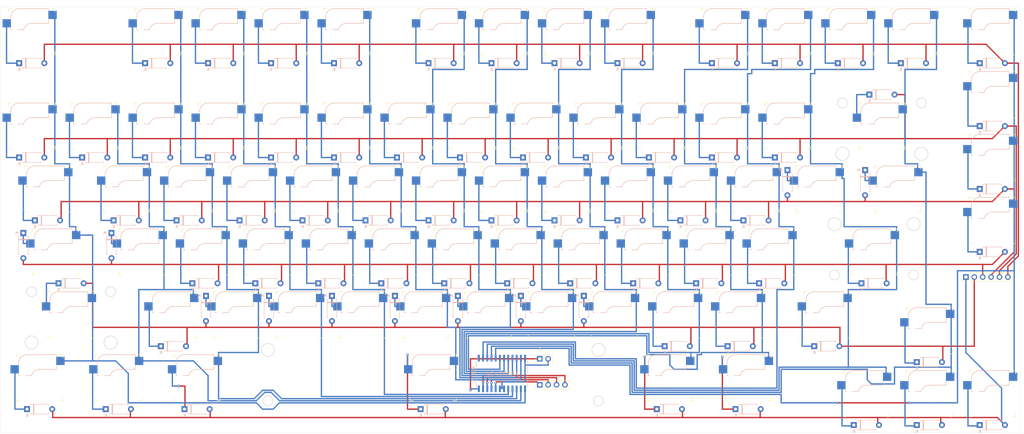
<source format=kicad_pcb>
(kicad_pcb (version 20171130) (host pcbnew 5.1.10-88a1d61d58~88~ubuntu20.04.1)
  (layers (0 F.Cu signal) (31 B.Cu signal) (34 B.Paste user) (35 F.Paste user) (36 B.SilkS user) (37 F.SilkS user) (38 B.Mask user hide) (39 F.Mask user) (44 Edge.Cuts user))
  (net 0 "")
  (module Diode_THT:D_A-405_P7.62mm_Horizontal (layer B.Cu) (at 128.905 118.11 270)
    (fp_text reference D hide)
    (fp_text value D_A-405_P7.62mm_Horizontal hide)
    (fp_text user K (at 0 1.9 90) (layer B.SilkS) (effects (justify mirror)))
    (pad 1 thru_hole rect (at 0 0 270) (size 1.8 1.8) (drill 0.9) (layers *.Cu *.Mask))
    (pad 2 thru_hole oval (at 7.62 0 270) (size 1.8 1.8) (drill 0.9) (layers *.Cu *.Mask))
  )
  (module Diode_THT:D_A-405_P7.62mm_Horizontal (layer B.Cu) (at 147.955 118.11 270)
    (fp_text reference D hide)
    (fp_text value D_A-405_P7.62mm_Horizontal hide)
    (fp_text user K (at 0 1.9 90) (layer B.SilkS) (effects (justify mirror)))
    (pad 1 thru_hole rect (at 0 0 270) (size 1.8 1.8) (drill 0.9) (layers *.Cu *.Mask))
    (pad 2 thru_hole oval (at 7.62 0 270) (size 1.8 1.8) (drill 0.9) (layers *.Cu *.Mask))
  )
  (module Diode_THT:D_A-405_P7.62mm_Horizontal (layer B.Cu) (at 167.005 118.11 270)
    (fp_text reference D hide)
    (fp_text value D_A-405_P7.62mm_Horizontal hide)
    (fp_text user K (at 0 1.9 90) (layer B.SilkS) (effects (justify mirror)))
    (pad 1 thru_hole rect (at 0 0 270) (size 1.8 1.8) (drill 0.9) (layers *.Cu *.Mask))
    (pad 2 thru_hole oval (at 7.62 0 270) (size 1.8 1.8) (drill 0.9) (layers *.Cu *.Mask))
  )
  (module Diode_THT:D_A-405_P7.62mm_Horizontal (layer B.Cu) (at 186.055 118.11 270)
    (fp_text reference D hide)
    (fp_text value D_A-405_P7.62mm_Horizontal hide)
    (fp_text user K (at 0 1.9 90) (layer B.SilkS) (effects (justify mirror)))
    (pad 1 thru_hole rect (at 0 0 270) (size 1.8 1.8) (drill 0.9) (layers *.Cu *.Mask))
    (pad 2 thru_hole oval (at 7.62 0 270) (size 1.8 1.8) (drill 0.9) (layers *.Cu *.Mask))
  )
  (module Diode_THT:D_A-405_P7.62mm_Horizontal (layer B.Cu) (at 243.205 118.11 270)
    (fp_text reference D hide)
    (fp_text value D_A-405_P7.62mm_Horizontal hide)
    (fp_text user K (at 0 1.9 90) (layer B.SilkS) (effects (justify mirror)))
    (pad 2 thru_hole oval (at 7.62 0 270) (size 1.8 1.8) (drill 0.9) (layers *.Cu *.Mask))
    (pad 1 thru_hole rect (at 0 0 270) (size 1.8 1.8) (drill 0.9) (layers *.Cu *.Mask))
  )
  (module Diode_THT:D_A-405_P7.62mm_Horizontal (layer B.Cu) (at 267.6524 133.35)
    (fp_text reference D hide)
    (fp_text value D_A-405_P7.62mm_Horizontal hide)
    (fp_text user K (at 0 1.9) (layer B.SilkS) (effects (justify mirror)))
    (pad 1 thru_hole rect (at 0 0) (size 1.8 1.8) (drill 0.9) (layers *.Cu *.Mask))
    (pad 2 thru_hole oval (at 7.62 0) (size 1.8 1.8) (drill 0.9) (layers *.Cu *.Mask))
  )
  (module Diode_THT:D_A-405_P7.62mm_Horizontal (layer B.Cu) (at 224.155 118.11 270)
    (fp_text reference D hide)
    (fp_text value D_A-405_P7.62mm_Horizontal hide)
    (fp_text user K (at 0 1.9 90) (layer B.SilkS) (effects (justify mirror)))
    (pad 1 thru_hole rect (at 0 0 270) (size 1.8 1.8) (drill 0.9) (layers *.Cu *.Mask))
    (pad 2 thru_hole oval (at 7.62 0 270) (size 1.8 1.8) (drill 0.9) (layers *.Cu *.Mask))
  )
  (module Connector_PinHeader_2.54mm:PinHeader_1x06_P2.54mm_Vertical (layer F.Cu) (at 358.775 112.395 90)
    (fp_text reference REF** hide)
    (fp_text value PinHeader_1x06_P2.54mm_Vertical hide)
    (pad 6 thru_hole oval (at 0 12.7 90) (size 1.7 1.7) (drill 1) (layers *.Cu *.Mask))
    (pad 5 thru_hole oval (at 0 10.16 90) (size 1.7 1.7) (drill 1) (layers *.Cu *.Mask))
    (pad 4 thru_hole oval (at 0 7.62 90) (size 1.7 1.7) (drill 1) (layers *.Cu *.Mask))
    (pad 3 thru_hole oval (at 0 5.08 90) (size 1.7 1.7) (drill 1) (layers *.Cu *.Mask))
    (pad 2 thru_hole oval (at 0 2.54 90) (size 1.7 1.7) (drill 1) (layers *.Cu *.Mask))
    (pad 1 thru_hole rect (at 0 0 90) (size 1.7 1.7) (drill 1) (layers *.Cu *.Mask))
  )
  (module Connector_PinHeader_2.54mm:PinHeader_1x02_P2.54mm_Vertical (layer F.Cu) (at 229.87 137.16 90)
    (fp_text reference + (at 2.8575 -0.127 90) (layer F.SilkS) (effects (font (size 2 2))))
    (fp_text value PinHeader_1x02_P2.54mm_Vertical hide)
    (pad 2 thru_hole oval (at 0 2.54 90) (size 1.7 1.7) (drill 1) (layers *.Cu *.Mask))
    (pad 1 thru_hole rect (at 0 0 90) (size 1.7 1.7) (drill 1) (layers *.Cu *.Mask))
  )
  (module Connector_PinHeader_2.54mm:PinHeader_1x04_P2.54mm_Vertical (layer F.Cu) (at 229.87 145.034 90)
    (fp_text reference REF** hide)
    (fp_text value PinHeader_1x04_P2.54mm_Vertical hide)
    (pad 1 thru_hole rect (at 0 0 90) (size 1.7 1.7) (drill 1) (layers *.Cu *.Mask))
    (pad 2 thru_hole oval (at 0 2.54 90) (size 1.7 1.7) (drill 1) (layers *.Cu *.Mask))
    (pad 3 thru_hole oval (at 0 5.08 90) (size 1.7 1.7) (drill 1) (layers *.Cu *.Mask))
    (pad 4 thru_hole oval (at 0 7.62 90) (size 1.7 1.7) (drill 1) (layers *.Cu *.Mask))
  )
  (module Package_SO:SOIC-24W_7.5x15.4mm_P1.27mm (layer B.Cu) (at 218.44 141.605 270)
    (fp_text reference REF** (at 0 8.65 270) (layer B.SilkS) (effects (justify mirror)))
    (fp_text value SOIC-24W_7.5x15.4mm_P1.27mm hide)
    (pad 1 smd roundrect (at -4.65 6.985 270) (size 2.05 0.6) (layers B.Cu B.Paste B.Mask))
    (pad 2 smd roundrect (at -4.65 5.715 270) (size 2.05 0.6) (layers B.Cu B.Paste B.Mask))
    (pad 3 smd roundrect (at -4.65 4.445 270) (size 2.05 0.6) (layers B.Cu B.Paste B.Mask))
    (pad 4 smd roundrect (at -4.65 3.175 270) (size 2.05 0.6) (layers B.Cu B.Paste B.Mask))
    (pad 5 smd roundrect (at -4.65 1.905 270) (size 2.05 0.6) (layers B.Cu B.Paste B.Mask))
    (pad 6 smd roundrect (at -4.65 0.635 270) (size 2.05 0.6) (layers B.Cu B.Paste B.Mask))
    (pad 7 smd roundrect (at -4.65 -0.635 270) (size 2.05 0.6) (layers B.Cu B.Paste B.Mask))
    (pad 8 smd roundrect (at -4.65 -1.905 270) (size 2.05 0.6) (layers B.Cu B.Paste B.Mask))
    (pad 9 smd roundrect (at -4.65 -3.175 270) (size 2.05 0.6) (layers B.Cu B.Paste B.Mask))
    (pad 10 smd roundrect (at -4.65 -4.445 270) (size 2.05 0.6) (layers B.Cu B.Paste B.Mask))
    (pad 11 smd roundrect (at -4.65 -5.715 270) (size 2.05 0.6) (layers B.Cu B.Paste B.Mask))
    (pad 12 smd roundrect (at -4.65 -6.985 270) (size 2.05 0.6) (layers B.Cu B.Paste B.Mask))
    (pad 13 smd roundrect (at 4.65 -6.985 270) (size 2.05 0.6) (layers B.Cu B.Paste B.Mask))
    (pad 14 smd roundrect (at 4.65 -5.715 270) (size 2.05 0.6) (layers B.Cu B.Paste B.Mask))
    (pad 15 smd roundrect (at 4.65 -4.445 270) (size 2.05 0.6) (layers B.Cu B.Paste B.Mask))
    (pad 16 smd roundrect (at 4.65 -3.175 270) (size 2.05 0.6) (layers B.Cu B.Paste B.Mask))
    (pad 17 smd roundrect (at 4.65 -1.905 270) (size 2.05 0.6) (layers B.Cu B.Paste B.Mask))
    (pad 18 smd roundrect (at 4.65 -0.635 270) (size 2.05 0.6) (layers B.Cu B.Paste B.Mask))
    (pad 19 smd roundrect (at 4.65 0.635 270) (size 2.05 0.6) (layers B.Cu B.Paste B.Mask))
    (pad 20 smd roundrect (at 4.65 1.905 270) (size 2.05 0.6) (layers B.Cu B.Paste B.Mask))
    (pad 21 smd roundrect (at 4.65 3.175 270) (size 2.05 0.6) (layers B.Cu B.Paste B.Mask))
    (pad 22 smd roundrect (at 4.65 4.445 270) (size 2.05 0.6) (layers B.Cu B.Paste B.Mask))
    (pad 23 smd roundrect (at 4.65 5.715 270) (size 2.05 0.6) (layers B.Cu B.Paste B.Mask))
    (pad 24 smd roundrect (at 4.65 6.985 270) (size 2.05 0.6) (layers B.Cu B.Paste B.Mask))
  )
  (module Kailh_socket_MX (layer F.Cu) (at 366.77 95.25)
    (fp_text reference REF** hide)
    (fp_text value Kailh_socket_MX hide)
    (pad 1 smd rect (at 6.29 -5.08) (size 2.55 2.5) (layers B.Cu B.Paste B.Mask))
    (pad "" np_thru_hole circle (at 2.54 -5.08) (size 3 3) (drill 3) (layers *.Cu *.Mask))
    (pad "" np_thru_hole circle (at -3.81 -2.54) (size 3 3) (drill 3) (layers *.Cu *.Mask))
    (pad "" np_thru_hole circle (at 0 0) (size 3.9878 3.9878) (drill 3.9878) (layers *.Cu *.Mask))
    (pad "" np_thru_hole circle (at 5.08 0) (size 1.7018 1.7018) (drill 1.7018) (layers *.Cu *.Mask))
    (pad "" np_thru_hole circle (at -5.08 0) (size 1.7018 1.7018) (drill 1.7018) (layers *.Cu *.Mask))
    (pad 2 smd rect (at -7.56 -2.54) (size 2.55 2.5) (layers B.Cu B.Paste B.Mask))
  )
  (module Kailh_socket_MX (layer F.Cu) (at 366.77 76.2)
    (fp_text reference REF** hide)
    (fp_text value Kailh_socket_MX hide)
    (pad 1 smd rect (at 6.29 -5.08) (size 2.55 2.5) (layers B.Cu B.Paste B.Mask))
    (pad "" np_thru_hole circle (at 2.54 -5.08) (size 3 3) (drill 3) (layers *.Cu *.Mask))
    (pad "" np_thru_hole circle (at -3.81 -2.54) (size 3 3) (drill 3) (layers *.Cu *.Mask))
    (pad "" np_thru_hole circle (at 0 0) (size 3.9878 3.9878) (drill 3.9878) (layers *.Cu *.Mask))
    (pad "" np_thru_hole circle (at 5.08 0) (size 1.7018 1.7018) (drill 1.7018) (layers *.Cu *.Mask))
    (pad "" np_thru_hole circle (at -5.08 0) (size 1.7018 1.7018) (drill 1.7018) (layers *.Cu *.Mask))
    (pad 2 smd rect (at -7.56 -2.54) (size 2.55 2.5) (layers B.Cu B.Paste B.Mask))
  )
  (module Kailh_socket_MX (layer F.Cu) (at 366.77 57.15)
    (fp_text reference REF** hide)
    (fp_text value Kailh_socket_MX hide)
    (pad 1 smd rect (at 6.29 -5.08) (size 2.55 2.5) (layers B.Cu B.Paste B.Mask))
    (pad "" np_thru_hole circle (at 2.54 -5.08) (size 3 3) (drill 3) (layers *.Cu *.Mask))
    (pad "" np_thru_hole circle (at -3.81 -2.54) (size 3 3) (drill 3) (layers *.Cu *.Mask))
    (pad "" np_thru_hole circle (at 0 0) (size 3.9878 3.9878) (drill 3.9878) (layers *.Cu *.Mask))
    (pad "" np_thru_hole circle (at 5.08 0) (size 1.7018 1.7018) (drill 1.7018) (layers *.Cu *.Mask))
    (pad "" np_thru_hole circle (at -5.08 0) (size 1.7018 1.7018) (drill 1.7018) (layers *.Cu *.Mask))
    (pad 2 smd rect (at -7.56 -2.54) (size 2.55 2.5) (layers B.Cu B.Paste B.Mask))
  )
  (module Diode_THT:D_A-405_P7.62mm_Horizontal (layer B.Cu) (at 362.96 104.775)
    (fp_text reference D hide)
    (fp_text value D_A-405_P7.62mm_Horizontal hide)
    (fp_text user K (at 0 1.9) (layer B.SilkS) (effects (justify mirror)))
    (pad 1 thru_hole rect (at 0 0) (size 1.8 1.8) (drill 0.9) (layers *.Cu *.Mask))
    (pad 2 thru_hole oval (at 7.62 0) (size 1.8 1.8) (drill 0.9) (layers *.Cu *.Mask))
  )
  (module Diode_THT:D_A-405_P7.62mm_Horizontal (layer B.Cu) (at 362.96 85.725)
    (fp_text reference D hide)
    (fp_text value D_A-405_P7.62mm_Horizontal hide)
    (fp_text user K (at 0 1.9) (layer B.SilkS) (effects (justify mirror)))
    (pad 1 thru_hole rect (at 0 0) (size 1.8 1.8) (drill 0.9) (layers *.Cu *.Mask))
    (pad 2 thru_hole oval (at 7.62 0) (size 1.8 1.8) (drill 0.9) (layers *.Cu *.Mask))
  )
  (module Diode_THT:D_A-405_P7.62mm_Horizontal (layer B.Cu) (at 362.96 66.675)
    (fp_text reference D hide)
    (fp_text value D_A-405_P7.62mm_Horizontal hide)
    (fp_text user K (at 0 1.9) (layer B.SilkS) (effects (justify mirror)))
    (pad 1 thru_hole rect (at 0 0) (size 1.8 1.8) (drill 0.9) (layers *.Cu *.Mask))
    (pad 2 thru_hole oval (at 7.62 0) (size 1.8 1.8) (drill 0.9) (layers *.Cu *.Mask))
  )
  (module Diode_THT:D_A-405_P7.62mm_Horizontal (layer B.Cu) (at 362.96 47.625)
    (fp_text reference D hide)
    (fp_text value D_A-405_P7.62mm_Horizontal hide)
    (fp_text user K (at 0 1.9) (layer B.SilkS) (effects (justify mirror)))
    (pad 2 thru_hole oval (at 7.62 0) (size 1.8 1.8) (drill 0.9) (layers *.Cu *.Mask))
    (pad 1 thru_hole rect (at 0 0) (size 1.8 1.8) (drill 0.9) (layers *.Cu *.Mask))
  )
  (module Kailh_socket_MX (layer F.Cu) (at 366.77 38.1)
    (fp_text reference REF** hide)
    (fp_text value Kailh_socket_MX hide)
    (pad 2 smd rect (at -7.56 -2.54) (size 2.55 2.5) (layers B.Cu B.Paste B.Mask))
    (pad "" np_thru_hole circle (at -5.08 0) (size 1.7018 1.7018) (drill 1.7018) (layers *.Cu *.Mask))
    (pad "" np_thru_hole circle (at 5.08 0) (size 1.7018 1.7018) (drill 1.7018) (layers *.Cu *.Mask))
    (pad "" np_thru_hole circle (at 0 0) (size 3.9878 3.9878) (drill 3.9878) (layers *.Cu *.Mask))
    (pad "" np_thru_hole circle (at -3.81 -2.54) (size 3 3) (drill 3) (layers *.Cu *.Mask))
    (pad "" np_thru_hole circle (at 2.54 -5.08) (size 3 3) (drill 3) (layers *.Cu *.Mask))
    (pad 1 smd rect (at 6.29 -5.08) (size 2.55 2.5) (layers B.Cu B.Paste B.Mask))
  )
  (module Kailh_socket_MX (layer F.Cu) (at 366.7698 147.695)
    (fp_text reference REF** hide)
    (fp_text value Kailh_socket_MX hide)
    (pad 2 smd rect (at -7.56 -2.54) (size 2.55 2.5) (layers B.Cu B.Paste B.Mask))
    (pad "" np_thru_hole circle (at -5.08 0) (size 1.7018 1.7018) (drill 1.7018) (layers *.Cu *.Mask))
    (pad "" np_thru_hole circle (at 5.08 0) (size 1.7018 1.7018) (drill 1.7018) (layers *.Cu *.Mask))
    (pad "" np_thru_hole circle (at 0 0) (size 3.9878 3.9878) (drill 3.9878) (layers *.Cu *.Mask))
    (pad "" np_thru_hole circle (at -3.81 -2.54) (size 3 3) (drill 3) (layers *.Cu *.Mask))
    (pad "" np_thru_hole circle (at 2.54 -5.08) (size 3 3) (drill 3) (layers *.Cu *.Mask))
    (pad 1 smd rect (at 6.29 -5.08) (size 2.55 2.5) (layers B.Cu B.Paste B.Mask))
  )
  (module Diode_THT:D_A-405_P7.62mm_Horizontal (layer B.Cu) (at 362.9598 157.22)
    (fp_text reference D hide)
    (fp_text value D_A-405_P7.62mm_Horizontal hide)
    (fp_text user K (at 0 1.9) (layer B.SilkS) (effects (justify mirror)))
    (pad 2 thru_hole oval (at 7.62 0) (size 1.8 1.8) (drill 0.9) (layers *.Cu *.Mask))
    (pad 1 thru_hole rect (at 0 0) (size 1.8 1.8) (drill 0.9) (layers *.Cu *.Mask))
  )
  (module Kailh_socket_MX (layer F.Cu) (at 328.6698 147.695)
    (fp_text reference REF** hide)
    (fp_text value Kailh_socket_MX hide)
    (pad 2 smd rect (at -7.56 -2.54) (size 2.55 2.5) (layers B.Cu B.Paste B.Mask))
    (pad "" np_thru_hole circle (at -5.08 0) (size 1.7018 1.7018) (drill 1.7018) (layers *.Cu *.Mask))
    (pad "" np_thru_hole circle (at 5.08 0) (size 1.7018 1.7018) (drill 1.7018) (layers *.Cu *.Mask))
    (pad "" np_thru_hole circle (at 0 0) (size 3.9878 3.9878) (drill 3.9878) (layers *.Cu *.Mask))
    (pad "" np_thru_hole circle (at -3.81 -2.54) (size 3 3) (drill 3) (layers *.Cu *.Mask))
    (pad "" np_thru_hole circle (at 2.54 -5.08) (size 3 3) (drill 3) (layers *.Cu *.Mask))
    (pad 1 smd rect (at 6.29 -5.08) (size 2.55 2.5) (layers B.Cu B.Paste B.Mask))
  )
  (module Diode_THT:D_A-405_P7.62mm_Horizontal (layer B.Cu) (at 324.8598 157.22)
    (fp_text reference D hide)
    (fp_text value D_A-405_P7.62mm_Horizontal hide)
    (fp_text user K (at 0 1.9) (layer B.SilkS) (effects (justify mirror)))
    (pad 2 thru_hole oval (at 7.62 0) (size 1.8 1.8) (drill 0.9) (layers *.Cu *.Mask))
    (pad 1 thru_hole rect (at 0 0) (size 1.8 1.8) (drill 0.9) (layers *.Cu *.Mask))
  )
  (module Kailh_socket_MX (layer F.Cu) (at 347.7198 147.695)
    (fp_text reference REF** hide)
    (fp_text value Kailh_socket_MX hide)
    (pad 1 smd rect (at 6.29 -5.08) (size 2.55 2.5) (layers B.Cu B.Paste B.Mask))
    (pad "" np_thru_hole circle (at 2.54 -5.08) (size 3 3) (drill 3) (layers *.Cu *.Mask))
    (pad "" np_thru_hole circle (at -3.81 -2.54) (size 3 3) (drill 3) (layers *.Cu *.Mask))
    (pad "" np_thru_hole circle (at 0 0) (size 3.9878 3.9878) (drill 3.9878) (layers *.Cu *.Mask))
    (pad "" np_thru_hole circle (at 5.08 0) (size 1.7018 1.7018) (drill 1.7018) (layers *.Cu *.Mask))
    (pad "" np_thru_hole circle (at -5.08 0) (size 1.7018 1.7018) (drill 1.7018) (layers *.Cu *.Mask))
    (pad 2 smd rect (at -7.56 -2.54) (size 2.55 2.5) (layers B.Cu B.Paste B.Mask))
  )
  (module Diode_THT:D_A-405_P7.62mm_Horizontal (layer B.Cu) (at 343.9098 157.22)
    (fp_text reference D hide)
    (fp_text value D_A-405_P7.62mm_Horizontal hide)
    (fp_text user K (at 0 1.9) (layer B.SilkS) (effects (justify mirror)))
    (pad 1 thru_hole rect (at 0 0) (size 1.8 1.8) (drill 0.9) (layers *.Cu *.Mask))
    (pad 2 thru_hole oval (at 7.62 0) (size 1.8 1.8) (drill 0.9) (layers *.Cu *.Mask))
  )
  (module Kailh_socket_MX (layer F.Cu) (at 347.7198 128.645)
    (fp_text reference REF** hide)
    (fp_text value Kailh_socket_MX hide)
    (pad 2 smd rect (at -7.56 -2.54) (size 2.55 2.5) (layers B.Cu B.Paste B.Mask))
    (pad "" np_thru_hole circle (at -5.08 0) (size 1.7018 1.7018) (drill 1.7018) (layers *.Cu *.Mask))
    (pad "" np_thru_hole circle (at 5.08 0) (size 1.7018 1.7018) (drill 1.7018) (layers *.Cu *.Mask))
    (pad "" np_thru_hole circle (at 0 0) (size 3.9878 3.9878) (drill 3.9878) (layers *.Cu *.Mask))
    (pad "" np_thru_hole circle (at -3.81 -2.54) (size 3 3) (drill 3) (layers *.Cu *.Mask))
    (pad "" np_thru_hole circle (at 2.54 -5.08) (size 3 3) (drill 3) (layers *.Cu *.Mask))
    (pad 1 smd rect (at 6.29 -5.08) (size 2.55 2.5) (layers B.Cu B.Paste B.Mask))
  )
  (module Diode_THT:D_A-405_P7.62mm_Horizontal (layer B.Cu) (at 343.9098 138.17)
    (fp_text reference D hide)
    (fp_text value D_A-405_P7.62mm_Horizontal hide)
    (fp_text user K (at 0 1.9) (layer B.SilkS) (effects (justify mirror)))
    (pad 2 thru_hole oval (at 7.62 0) (size 1.8 1.8) (drill 0.9) (layers *.Cu *.Mask))
    (pad 1 thru_hole rect (at 0 0) (size 1.8 1.8) (drill 0.9) (layers *.Cu *.Mask))
  )
  (module Diode_THT:D_A-405_P7.62mm_Horizontal (layer B.Cu) (at 312.8961 133.35)
    (fp_text reference D hide)
    (fp_text value D_A-405_P7.62mm_Horizontal hide)
    (fp_text user K (at 0 1.9) (layer B.SilkS) (effects (justify mirror)))
    (pad 1 thru_hole rect (at 0 0) (size 1.8 1.8) (drill 0.9) (layers *.Cu *.Mask))
    (pad 2 thru_hole oval (at 7.62 0) (size 1.8 1.8) (drill 0.9) (layers *.Cu *.Mask))
  )
  (module Kailh_socket_MX (layer F.Cu) (at 316.7061 123.825)
    (fp_text reference REF** hide)
    (fp_text value Kailh_socket_MX hide)
    (pad 1 smd rect (at 6.29 -5.08) (size 2.55 2.5) (layers B.Cu B.Paste B.Mask))
    (pad "" np_thru_hole circle (at 2.54 -5.08) (size 3 3) (drill 3) (layers *.Cu *.Mask))
    (pad "" np_thru_hole circle (at -3.81 -2.54) (size 3 3) (drill 3) (layers *.Cu *.Mask))
    (pad "" np_thru_hole circle (at 0 0) (size 3.9878 3.9878) (drill 3.9878) (layers *.Cu *.Mask))
    (pad "" np_thru_hole circle (at 5.08 0) (size 1.7018 1.7018) (drill 1.7018) (layers *.Cu *.Mask))
    (pad "" np_thru_hole circle (at -5.08 0) (size 1.7018 1.7018) (drill 1.7018) (layers *.Cu *.Mask))
    (pad 2 smd rect (at -7.56 -2.54) (size 2.55 2.5) (layers B.Cu B.Paste B.Mask))
  )
  (module Kailh_socket_MX (layer F.Cu) (at 269.08115 142.875)
    (fp_text reference REF** hide)
    (fp_text value Kailh_socket_MX hide)
    (pad 2 smd rect (at -7.56 -2.54) (size 2.55 2.5) (layers B.Cu B.Paste B.Mask))
    (pad "" np_thru_hole circle (at -5.08 0) (size 1.7018 1.7018) (drill 1.7018) (layers *.Cu *.Mask))
    (pad "" np_thru_hole circle (at 5.08 0) (size 1.7018 1.7018) (drill 1.7018) (layers *.Cu *.Mask))
    (pad "" np_thru_hole circle (at 0 0) (size 3.9878 3.9878) (drill 3.9878) (layers *.Cu *.Mask))
    (pad "" np_thru_hole circle (at -3.81 -2.54) (size 3 3) (drill 3) (layers *.Cu *.Mask))
    (pad "" np_thru_hole circle (at 2.54 -5.08) (size 3 3) (drill 3) (layers *.Cu *.Mask))
    (pad 1 smd rect (at 6.29 -5.08) (size 2.55 2.5) (layers B.Cu B.Paste B.Mask))
  )
  (module Diode_THT:D_A-405_P7.62mm_Horizontal (layer B.Cu) (at 265.27115 152.4)
    (fp_text reference D hide)
    (fp_text value D_A-405_P7.62mm_Horizontal hide)
    (fp_text user K (at 0 1.9) (layer B.SilkS) (effects (justify mirror)))
    (pad 2 thru_hole oval (at 7.62 0) (size 1.8 1.8) (drill 0.9) (layers *.Cu *.Mask))
    (pad 1 thru_hole rect (at 0 0) (size 1.8 1.8) (drill 0.9) (layers *.Cu *.Mask))
  )
  (module Diode_THT:D_A-405_P7.62mm_Horizontal (layer B.Cu) (at 289.08365 152.4)
    (fp_text reference D hide)
    (fp_text value D_A-405_P7.62mm_Horizontal hide)
    (fp_text user K (at 0 1.9) (layer B.SilkS) (effects (justify mirror)))
    (pad 1 thru_hole rect (at 0 0) (size 1.8 1.8) (drill 0.9) (layers *.Cu *.Mask))
    (pad 2 thru_hole oval (at 7.62 0) (size 1.8 1.8) (drill 0.9) (layers *.Cu *.Mask))
  )
  (module Kailh_socket_MX (layer F.Cu) (at 292.89365 142.875)
    (fp_text reference REF** hide)
    (fp_text value Kailh_socket_MX hide)
    (pad 1 smd rect (at 6.29 -5.08) (size 2.55 2.5) (layers B.Cu B.Paste B.Mask))
    (pad "" np_thru_hole circle (at 2.54 -5.08) (size 3 3) (drill 3) (layers *.Cu *.Mask))
    (pad "" np_thru_hole circle (at -3.81 -2.54) (size 3 3) (drill 3) (layers *.Cu *.Mask))
    (pad "" np_thru_hole circle (at 0 0) (size 3.9878 3.9878) (drill 3.9878) (layers *.Cu *.Mask))
    (pad "" np_thru_hole circle (at 5.08 0) (size 1.7018 1.7018) (drill 1.7018) (layers *.Cu *.Mask))
    (pad "" np_thru_hole circle (at -5.08 0) (size 1.7018 1.7018) (drill 1.7018) (layers *.Cu *.Mask))
    (pad 2 smd rect (at -7.56 -2.54) (size 2.55 2.5) (layers B.Cu B.Paste B.Mask))
  )
  (module Diode_THT:D_A-405_P7.62mm_Horizontal (layer B.Cu) (at 193.8338 152.4)
    (fp_text reference D hide)
    (fp_text value D_A-405_P7.62mm_Horizontal hide)
    (fp_text user K (at 0 1.9) (layer B.SilkS) (effects (justify mirror)))
    (pad 2 thru_hole oval (at 7.62 0) (size 1.8 1.8) (drill 0.9) (layers *.Cu *.Mask))
    (pad 1 thru_hole rect (at 0 0) (size 1.8 1.8) (drill 0.9) (layers *.Cu *.Mask))
  )
  (module Kailh_socket_MX (layer F.Cu) (at 197.6438 142.875)
    (fp_text reference REF** hide)
    (fp_text value Kailh_socket_MX hide)
    (pad 2 smd rect (at -7.56 -2.54) (size 2.55 2.5) (layers B.Cu B.Paste B.Mask))
    (pad "" np_thru_hole circle (at -5.08 0) (size 1.7018 1.7018) (drill 1.7018) (layers *.Cu *.Mask))
    (pad "" np_thru_hole circle (at 5.08 0) (size 1.7018 1.7018) (drill 1.7018) (layers *.Cu *.Mask))
    (pad "" np_thru_hole circle (at 0 0) (size 3.9878 3.9878) (drill 3.9878) (layers *.Cu *.Mask))
    (pad "" np_thru_hole circle (at -3.81 -2.54) (size 3 3) (drill 3) (layers *.Cu *.Mask))
    (pad "" np_thru_hole circle (at 2.54 -5.08) (size 3 3) (drill 3) (layers *.Cu *.Mask))
    (pad 1 smd rect (at 6.29 -5.08) (size 2.55 2.5) (layers B.Cu B.Paste B.Mask))
  )
  (module Kailh_socket_MX (layer F.Cu) (at 126.2063 142.875)
    (fp_text reference REF** hide)
    (fp_text value Kailh_socket_MX hide)
    (pad 1 smd rect (at 6.29 -5.08) (size 2.55 2.5) (layers B.Cu B.Paste B.Mask))
    (pad "" np_thru_hole circle (at 2.54 -5.08) (size 3 3) (drill 3) (layers *.Cu *.Mask))
    (pad "" np_thru_hole circle (at -3.81 -2.54) (size 3 3) (drill 3) (layers *.Cu *.Mask))
    (pad "" np_thru_hole circle (at 0 0) (size 3.9878 3.9878) (drill 3.9878) (layers *.Cu *.Mask))
    (pad "" np_thru_hole circle (at 5.08 0) (size 1.7018 1.7018) (drill 1.7018) (layers *.Cu *.Mask))
    (pad "" np_thru_hole circle (at -5.08 0) (size 1.7018 1.7018) (drill 1.7018) (layers *.Cu *.Mask))
    (pad 2 smd rect (at -7.56 -2.54) (size 2.55 2.5) (layers B.Cu B.Paste B.Mask))
  )
  (module Kailh_socket_MX (layer F.Cu) (at 102.3938 142.875)
    (fp_text reference REF** hide)
    (fp_text value Kailh_socket_MX hide)
    (pad 1 smd rect (at 6.29 -5.08) (size 2.55 2.5) (layers B.Cu B.Paste B.Mask))
    (pad "" np_thru_hole circle (at 2.54 -5.08) (size 3 3) (drill 3) (layers *.Cu *.Mask))
    (pad "" np_thru_hole circle (at -3.81 -2.54) (size 3 3) (drill 3) (layers *.Cu *.Mask))
    (pad "" np_thru_hole circle (at 0 0) (size 3.9878 3.9878) (drill 3.9878) (layers *.Cu *.Mask))
    (pad "" np_thru_hole circle (at 5.08 0) (size 1.7018 1.7018) (drill 1.7018) (layers *.Cu *.Mask))
    (pad "" np_thru_hole circle (at -5.08 0) (size 1.7018 1.7018) (drill 1.7018) (layers *.Cu *.Mask))
    (pad 2 smd rect (at -7.56 -2.54) (size 2.55 2.5) (layers B.Cu B.Paste B.Mask))
  )
  (module Diode_THT:D_A-405_P7.62mm_Horizontal (layer B.Cu) (at 122.3963 152.4)
    (fp_text reference D hide)
    (fp_text value D_A-405_P7.62mm_Horizontal hide)
    (fp_text user K (at 0 1.9) (layer B.SilkS) (effects (justify mirror)))
    (pad 1 thru_hole rect (at 0 0) (size 1.8 1.8) (drill 0.9) (layers *.Cu *.Mask))
    (pad 2 thru_hole oval (at 7.62 0) (size 1.8 1.8) (drill 0.9) (layers *.Cu *.Mask))
  )
  (module Diode_THT:D_A-405_P7.62mm_Horizontal (layer B.Cu) (at 98.5838 152.4)
    (fp_text reference D hide)
    (fp_text value D_A-405_P7.62mm_Horizontal hide)
    (fp_text user K (at 0 1.9) (layer B.SilkS) (effects (justify mirror)))
    (pad 1 thru_hole rect (at 0 0) (size 1.8 1.8) (drill 0.9) (layers *.Cu *.Mask))
    (pad 2 thru_hole oval (at 7.62 0) (size 1.8 1.8) (drill 0.9) (layers *.Cu *.Mask))
  )
  (module Diode_THT:D_A-405_P7.62mm_Horizontal (layer B.Cu) (at 74.7713 152.4)
    (fp_text reference D hide)
    (fp_text value D_A-405_P7.62mm_Horizontal hide)
    (fp_text user K (at 0 1.9) (layer B.SilkS) (effects (justify mirror)))
    (pad 2 thru_hole oval (at 7.62 0) (size 1.8 1.8) (drill 0.9) (layers *.Cu *.Mask))
    (pad 1 thru_hole rect (at 0 0) (size 1.8 1.8) (drill 0.9) (layers *.Cu *.Mask))
  )
  (module Kailh_socket_MX (layer F.Cu) (at 78.5813 142.875)
    (fp_text reference REF** hide)
    (fp_text value Kailh_socket_MX hide)
    (pad 2 smd rect (at -7.56 -2.54) (size 2.55 2.5) (layers B.Cu B.Paste B.Mask))
    (pad "" np_thru_hole circle (at -5.08 0) (size 1.7018 1.7018) (drill 1.7018) (layers *.Cu *.Mask))
    (pad "" np_thru_hole circle (at 5.08 0) (size 1.7018 1.7018) (drill 1.7018) (layers *.Cu *.Mask))
    (pad "" np_thru_hole circle (at 0 0) (size 3.9878 3.9878) (drill 3.9878) (layers *.Cu *.Mask))
    (pad "" np_thru_hole circle (at -3.81 -2.54) (size 3 3) (drill 3) (layers *.Cu *.Mask))
    (pad "" np_thru_hole circle (at 2.54 -5.08) (size 3 3) (drill 3) (layers *.Cu *.Mask))
    (pad 1 smd rect (at 6.29 -5.08) (size 2.55 2.5) (layers B.Cu B.Paste B.Mask))
  )
  (module Kailh_socket_MX (layer F.Cu) (at 290.5124 123.825)
    (fp_text reference REF** hide)
    (fp_text value Kailh_socket_MX hide)
    (pad 2 smd rect (at -7.56 -2.54) (size 2.55 2.5) (layers B.Cu B.Paste B.Mask))
    (pad "" np_thru_hole circle (at -5.08 0) (size 1.7018 1.7018) (drill 1.7018) (layers *.Cu *.Mask))
    (pad "" np_thru_hole circle (at 5.08 0) (size 1.7018 1.7018) (drill 1.7018) (layers *.Cu *.Mask))
    (pad "" np_thru_hole circle (at 0 0) (size 3.9878 3.9878) (drill 3.9878) (layers *.Cu *.Mask))
    (pad "" np_thru_hole circle (at -3.81 -2.54) (size 3 3) (drill 3) (layers *.Cu *.Mask))
    (pad "" np_thru_hole circle (at 2.54 -5.08) (size 3 3) (drill 3) (layers *.Cu *.Mask))
    (pad 1 smd rect (at 6.29 -5.08) (size 2.55 2.5) (layers B.Cu B.Paste B.Mask))
  )
  (module Kailh_socket_MX (layer F.Cu) (at 271.4624 123.825)
    (fp_text reference REF** hide)
    (fp_text value Kailh_socket_MX hide)
    (pad 2 smd rect (at -7.56 -2.54) (size 2.55 2.5) (layers B.Cu B.Paste B.Mask))
    (pad "" np_thru_hole circle (at -5.08 0) (size 1.7018 1.7018) (drill 1.7018) (layers *.Cu *.Mask))
    (pad "" np_thru_hole circle (at 5.08 0) (size 1.7018 1.7018) (drill 1.7018) (layers *.Cu *.Mask))
    (pad "" np_thru_hole circle (at 0 0) (size 3.9878 3.9878) (drill 3.9878) (layers *.Cu *.Mask))
    (pad "" np_thru_hole circle (at -3.81 -2.54) (size 3 3) (drill 3) (layers *.Cu *.Mask))
    (pad "" np_thru_hole circle (at 2.54 -5.08) (size 3 3) (drill 3) (layers *.Cu *.Mask))
    (pad 1 smd rect (at 6.29 -5.08) (size 2.55 2.5) (layers B.Cu B.Paste B.Mask))
  )
  (module Kailh_socket_MX (layer F.Cu) (at 252.4124 123.825)
    (fp_text reference REF** hide)
    (fp_text value Kailh_socket_MX hide)
    (pad 2 smd rect (at -7.56 -2.54) (size 2.55 2.5) (layers B.Cu B.Paste B.Mask))
    (pad "" np_thru_hole circle (at -5.08 0) (size 1.7018 1.7018) (drill 1.7018) (layers *.Cu *.Mask))
    (pad "" np_thru_hole circle (at 5.08 0) (size 1.7018 1.7018) (drill 1.7018) (layers *.Cu *.Mask))
    (pad "" np_thru_hole circle (at 0 0) (size 3.9878 3.9878) (drill 3.9878) (layers *.Cu *.Mask))
    (pad "" np_thru_hole circle (at -3.81 -2.54) (size 3 3) (drill 3) (layers *.Cu *.Mask))
    (pad "" np_thru_hole circle (at 2.54 -5.08) (size 3 3) (drill 3) (layers *.Cu *.Mask))
    (pad 1 smd rect (at 6.29 -5.08) (size 2.55 2.5) (layers B.Cu B.Paste B.Mask))
  )
  (module Kailh_socket_MX (layer F.Cu) (at 233.3624 123.825)
    (fp_text reference REF** hide)
    (fp_text value Kailh_socket_MX hide)
    (pad 2 smd rect (at -7.56 -2.54) (size 2.55 2.5) (layers B.Cu B.Paste B.Mask))
    (pad "" np_thru_hole circle (at -5.08 0) (size 1.7018 1.7018) (drill 1.7018) (layers *.Cu *.Mask))
    (pad "" np_thru_hole circle (at 5.08 0) (size 1.7018 1.7018) (drill 1.7018) (layers *.Cu *.Mask))
    (pad "" np_thru_hole circle (at 0 0) (size 3.9878 3.9878) (drill 3.9878) (layers *.Cu *.Mask))
    (pad "" np_thru_hole circle (at -3.81 -2.54) (size 3 3) (drill 3) (layers *.Cu *.Mask))
    (pad "" np_thru_hole circle (at 2.54 -5.08) (size 3 3) (drill 3) (layers *.Cu *.Mask))
    (pad 1 smd rect (at 6.29 -5.08) (size 2.55 2.5) (layers B.Cu B.Paste B.Mask))
  )
  (module Kailh_socket_MX (layer F.Cu) (at 214.3124 123.825)
    (fp_text reference REF** hide)
    (fp_text value Kailh_socket_MX hide)
    (pad 2 smd rect (at -7.56 -2.54) (size 2.55 2.5) (layers B.Cu B.Paste B.Mask))
    (pad "" np_thru_hole circle (at -5.08 0) (size 1.7018 1.7018) (drill 1.7018) (layers *.Cu *.Mask))
    (pad "" np_thru_hole circle (at 5.08 0) (size 1.7018 1.7018) (drill 1.7018) (layers *.Cu *.Mask))
    (pad "" np_thru_hole circle (at 0 0) (size 3.9878 3.9878) (drill 3.9878) (layers *.Cu *.Mask))
    (pad "" np_thru_hole circle (at -3.81 -2.54) (size 3 3) (drill 3) (layers *.Cu *.Mask))
    (pad "" np_thru_hole circle (at 2.54 -5.08) (size 3 3) (drill 3) (layers *.Cu *.Mask))
    (pad 1 smd rect (at 6.29 -5.08) (size 2.55 2.5) (layers B.Cu B.Paste B.Mask))
  )
  (module Kailh_socket_MX (layer F.Cu) (at 195.2624 123.825)
    (fp_text reference REF** hide)
    (fp_text value Kailh_socket_MX hide)
    (pad 2 smd rect (at -7.56 -2.54) (size 2.55 2.5) (layers B.Cu B.Paste B.Mask))
    (pad "" np_thru_hole circle (at -5.08 0) (size 1.7018 1.7018) (drill 1.7018) (layers *.Cu *.Mask))
    (pad "" np_thru_hole circle (at 5.08 0) (size 1.7018 1.7018) (drill 1.7018) (layers *.Cu *.Mask))
    (pad "" np_thru_hole circle (at 0 0) (size 3.9878 3.9878) (drill 3.9878) (layers *.Cu *.Mask))
    (pad "" np_thru_hole circle (at -3.81 -2.54) (size 3 3) (drill 3) (layers *.Cu *.Mask))
    (pad "" np_thru_hole circle (at 2.54 -5.08) (size 3 3) (drill 3) (layers *.Cu *.Mask))
    (pad 1 smd rect (at 6.29 -5.08) (size 2.55 2.5) (layers B.Cu B.Paste B.Mask))
  )
  (module Kailh_socket_MX (layer F.Cu) (at 176.2124 123.825)
    (fp_text reference REF** hide)
    (fp_text value Kailh_socket_MX hide)
    (pad 2 smd rect (at -7.56 -2.54) (size 2.55 2.5) (layers B.Cu B.Paste B.Mask))
    (pad "" np_thru_hole circle (at -5.08 0) (size 1.7018 1.7018) (drill 1.7018) (layers *.Cu *.Mask))
    (pad "" np_thru_hole circle (at 5.08 0) (size 1.7018 1.7018) (drill 1.7018) (layers *.Cu *.Mask))
    (pad "" np_thru_hole circle (at 0 0) (size 3.9878 3.9878) (drill 3.9878) (layers *.Cu *.Mask))
    (pad "" np_thru_hole circle (at -3.81 -2.54) (size 3 3) (drill 3) (layers *.Cu *.Mask))
    (pad "" np_thru_hole circle (at 2.54 -5.08) (size 3 3) (drill 3) (layers *.Cu *.Mask))
    (pad 1 smd rect (at 6.29 -5.08) (size 2.55 2.5) (layers B.Cu B.Paste B.Mask))
  )
  (module Kailh_socket_MX (layer F.Cu) (at 157.1624 123.825)
    (fp_text reference REF** hide)
    (fp_text value Kailh_socket_MX hide)
    (pad 2 smd rect (at -7.56 -2.54) (size 2.55 2.5) (layers B.Cu B.Paste B.Mask))
    (pad "" np_thru_hole circle (at -5.08 0) (size 1.7018 1.7018) (drill 1.7018) (layers *.Cu *.Mask))
    (pad "" np_thru_hole circle (at 5.08 0) (size 1.7018 1.7018) (drill 1.7018) (layers *.Cu *.Mask))
    (pad "" np_thru_hole circle (at 0 0) (size 3.9878 3.9878) (drill 3.9878) (layers *.Cu *.Mask))
    (pad "" np_thru_hole circle (at -3.81 -2.54) (size 3 3) (drill 3) (layers *.Cu *.Mask))
    (pad "" np_thru_hole circle (at 2.54 -5.08) (size 3 3) (drill 3) (layers *.Cu *.Mask))
    (pad 1 smd rect (at 6.29 -5.08) (size 2.55 2.5) (layers B.Cu B.Paste B.Mask))
  )
  (module Kailh_socket_MX (layer F.Cu) (at 138.1124 123.825)
    (fp_text reference REF** hide)
    (fp_text value Kailh_socket_MX hide)
    (pad 2 smd rect (at -7.56 -2.54) (size 2.55 2.5) (layers B.Cu B.Paste B.Mask))
    (pad "" np_thru_hole circle (at -5.08 0) (size 1.7018 1.7018) (drill 1.7018) (layers *.Cu *.Mask))
    (pad "" np_thru_hole circle (at 5.08 0) (size 1.7018 1.7018) (drill 1.7018) (layers *.Cu *.Mask))
    (pad "" np_thru_hole circle (at 0 0) (size 3.9878 3.9878) (drill 3.9878) (layers *.Cu *.Mask))
    (pad "" np_thru_hole circle (at -3.81 -2.54) (size 3 3) (drill 3) (layers *.Cu *.Mask))
    (pad "" np_thru_hole circle (at 2.54 -5.08) (size 3 3) (drill 3) (layers *.Cu *.Mask))
    (pad 1 smd rect (at 6.29 -5.08) (size 2.55 2.5) (layers B.Cu B.Paste B.Mask))
  )
  (module Diode_THT:D_A-405_P7.62mm_Horizontal (layer B.Cu) (at 286.7024 133.35)
    (fp_text reference D hide)
    (fp_text value D_A-405_P7.62mm_Horizontal hide)
    (fp_text user K (at 0 1.9) (layer B.SilkS) (effects (justify mirror)))
    (pad 2 thru_hole oval (at 7.62 0) (size 1.8 1.8) (drill 0.9) (layers *.Cu *.Mask))
    (pad 1 thru_hole rect (at 0 0) (size 1.8 1.8) (drill 0.9) (layers *.Cu *.Mask))
  )
  (module Diode_THT:D_A-405_P7.62mm_Horizontal (layer B.Cu) (at 205.105 118.11 270)
    (fp_text reference D hide)
    (fp_text value D_A-405_P7.62mm_Horizontal hide)
    (fp_text user K (at 0 1.9 90) (layer B.SilkS) (effects (justify mirror)))
    (pad 2 thru_hole oval (at 7.62 0 270) (size 1.8 1.8) (drill 0.9) (layers *.Cu *.Mask))
    (pad 1 thru_hole rect (at 0 0 270) (size 1.8 1.8) (drill 0.9) (layers *.Cu *.Mask))
  )
  (module Diode_THT:D_A-405_P7.62mm_Horizontal (layer B.Cu) (at 115.2524 133.35)
    (fp_text reference D hide)
    (fp_text value D_A-405_P7.62mm_Horizontal hide)
    (fp_text user K (at 0 1.9) (layer B.SilkS) (effects (justify mirror)))
    (pad 1 thru_hole rect (at 0 0) (size 1.8 1.8) (drill 0.9) (layers *.Cu *.Mask))
    (pad 2 thru_hole oval (at 7.62 0) (size 1.8 1.8) (drill 0.9) (layers *.Cu *.Mask))
  )
  (module Kailh_socket_MX (layer F.Cu) (at 119.0624 123.825)
    (fp_text reference REF** hide)
    (fp_text value Kailh_socket_MX hide)
    (pad 1 smd rect (at 6.29 -5.08) (size 2.55 2.5) (layers B.Cu B.Paste B.Mask))
    (pad "" np_thru_hole circle (at 2.54 -5.08) (size 3 3) (drill 3) (layers *.Cu *.Mask))
    (pad "" np_thru_hole circle (at -3.81 -2.54) (size 3 3) (drill 3) (layers *.Cu *.Mask))
    (pad "" np_thru_hole circle (at 0 0) (size 3.9878 3.9878) (drill 3.9878) (layers *.Cu *.Mask))
    (pad "" np_thru_hole circle (at 5.08 0) (size 1.7018 1.7018) (drill 1.7018) (layers *.Cu *.Mask))
    (pad "" np_thru_hole circle (at -5.08 0) (size 1.7018 1.7018) (drill 1.7018) (layers *.Cu *.Mask))
    (pad 2 smd rect (at -7.56 -2.54) (size 2.55 2.5) (layers B.Cu B.Paste B.Mask))
  )
  (module Diode_THT:D_A-405_P7.62mm_Horizontal (layer B.Cu) (at 84.2964 114.3)
    (fp_text reference D hide)
    (fp_text value D_A-405_P7.62mm_Horizontal hide)
    (fp_text user K (at 0 1.9) (layer B.SilkS) (effects (justify mirror)))
    (pad 1 thru_hole rect (at 0 0) (size 1.8 1.8) (drill 0.9) (layers *.Cu *.Mask))
    (pad 2 thru_hole oval (at 7.62 0) (size 1.8 1.8) (drill 0.9) (layers *.Cu *.Mask))
  )
  (module Kailh_socket_MX (layer F.Cu) (at 88.1064 123.825)
    (fp_text reference REF** hide)
    (fp_text value Kailh_socket_MX hide)
    (pad 1 smd rect (at 6.29 -5.08) (size 2.55 2.5) (layers B.Cu B.Paste B.Mask))
    (pad "" np_thru_hole circle (at 2.54 -5.08) (size 3 3) (drill 3) (layers *.Cu *.Mask))
    (pad "" np_thru_hole circle (at -3.81 -2.54) (size 3 3) (drill 3) (layers *.Cu *.Mask))
    (pad "" np_thru_hole circle (at 0 0) (size 3.9878 3.9878) (drill 3.9878) (layers *.Cu *.Mask))
    (pad "" np_thru_hole circle (at 5.08 0) (size 1.7018 1.7018) (drill 1.7018) (layers *.Cu *.Mask))
    (pad "" np_thru_hole circle (at -5.08 0) (size 1.7018 1.7018) (drill 1.7018) (layers *.Cu *.Mask))
    (pad 2 smd rect (at -7.56 -2.54) (size 2.55 2.5) (layers B.Cu B.Paste B.Mask))
  )
  (module Diode_THT:D_A-405_P7.62mm_Horizontal (layer B.Cu) (at 327.1836 114.3)
    (fp_text reference D hide)
    (fp_text value D_A-405_P7.62mm_Horizontal hide)
    (fp_text user K (at 0 1.9) (layer B.SilkS) (effects (justify mirror)))
    (pad 2 thru_hole oval (at 7.62 0) (size 1.8 1.8) (drill 0.9) (layers *.Cu *.Mask))
    (pad 1 thru_hole rect (at 0 0) (size 1.8 1.8) (drill 0.9) (layers *.Cu *.Mask))
  )
  (module Kailh_socket_MX (layer F.Cu) (at 330.9936 104.775)
    (fp_text reference REF** hide)
    (fp_text value Kailh_socket_MX hide)
    (pad 2 smd rect (at -7.56 -2.54) (size 2.55 2.5) (layers B.Cu B.Paste B.Mask))
    (pad "" np_thru_hole circle (at -5.08 0) (size 1.7018 1.7018) (drill 1.7018) (layers *.Cu *.Mask))
    (pad "" np_thru_hole circle (at 5.08 0) (size 1.7018 1.7018) (drill 1.7018) (layers *.Cu *.Mask))
    (pad "" np_thru_hole circle (at 0 0) (size 3.9878 3.9878) (drill 3.9878) (layers *.Cu *.Mask))
    (pad "" np_thru_hole circle (at -3.81 -2.54) (size 3 3) (drill 3) (layers *.Cu *.Mask))
    (pad "" np_thru_hole circle (at 2.54 -5.08) (size 3 3) (drill 3) (layers *.Cu *.Mask))
    (pad 1 smd rect (at 6.29 -5.08) (size 2.55 2.5) (layers B.Cu B.Paste B.Mask))
  )
  (module Diode_THT:D_A-405_P7.62mm_Horizontal (layer B.Cu) (at 296.2274 114.3)
    (fp_text reference D hide)
    (fp_text value D_A-405_P7.62mm_Horizontal hide)
    (fp_text user K (at 0 1.9) (layer B.SilkS) (effects (justify mirror)))
    (pad 1 thru_hole rect (at 0 0) (size 1.8 1.8) (drill 0.9) (layers *.Cu *.Mask))
    (pad 2 thru_hole oval (at 7.62 0) (size 1.8 1.8) (drill 0.9) (layers *.Cu *.Mask))
  )
  (module Diode_THT:D_A-405_P7.62mm_Horizontal (layer B.Cu) (at 277.1774 114.3)
    (fp_text reference D hide)
    (fp_text value D_A-405_P7.62mm_Horizontal hide)
    (fp_text user K (at 0 1.9) (layer B.SilkS) (effects (justify mirror)))
    (pad 1 thru_hole rect (at 0 0) (size 1.8 1.8) (drill 0.9) (layers *.Cu *.Mask))
    (pad 2 thru_hole oval (at 7.62 0) (size 1.8 1.8) (drill 0.9) (layers *.Cu *.Mask))
  )
  (module Diode_THT:D_A-405_P7.62mm_Horizontal (layer B.Cu) (at 258.1274 114.3)
    (fp_text reference D hide)
    (fp_text value D_A-405_P7.62mm_Horizontal hide)
    (fp_text user K (at 0 1.9) (layer B.SilkS) (effects (justify mirror)))
    (pad 1 thru_hole rect (at 0 0) (size 1.8 1.8) (drill 0.9) (layers *.Cu *.Mask))
    (pad 2 thru_hole oval (at 7.62 0) (size 1.8 1.8) (drill 0.9) (layers *.Cu *.Mask))
  )
  (module Diode_THT:D_A-405_P7.62mm_Horizontal (layer B.Cu) (at 239.0774 114.3)
    (fp_text reference D hide)
    (fp_text value D_A-405_P7.62mm_Horizontal hide)
    (fp_text user K (at 0 1.9) (layer B.SilkS) (effects (justify mirror)))
    (pad 1 thru_hole rect (at 0 0) (size 1.8 1.8) (drill 0.9) (layers *.Cu *.Mask))
    (pad 2 thru_hole oval (at 7.62 0) (size 1.8 1.8) (drill 0.9) (layers *.Cu *.Mask))
  )
  (module Diode_THT:D_A-405_P7.62mm_Horizontal (layer B.Cu) (at 220.0274 114.3)
    (fp_text reference D hide)
    (fp_text value D_A-405_P7.62mm_Horizontal hide)
    (fp_text user K (at 0 1.9) (layer B.SilkS) (effects (justify mirror)))
    (pad 1 thru_hole rect (at 0 0) (size 1.8 1.8) (drill 0.9) (layers *.Cu *.Mask))
    (pad 2 thru_hole oval (at 7.62 0) (size 1.8 1.8) (drill 0.9) (layers *.Cu *.Mask))
  )
  (module Diode_THT:D_A-405_P7.62mm_Horizontal (layer B.Cu) (at 200.9774 114.3)
    (fp_text reference D hide)
    (fp_text value D_A-405_P7.62mm_Horizontal hide)
    (fp_text user K (at 0 1.9) (layer B.SilkS) (effects (justify mirror)))
    (pad 1 thru_hole rect (at 0 0) (size 1.8 1.8) (drill 0.9) (layers *.Cu *.Mask))
    (pad 2 thru_hole oval (at 7.62 0) (size 1.8 1.8) (drill 0.9) (layers *.Cu *.Mask))
  )
  (module Diode_THT:D_A-405_P7.62mm_Horizontal (layer B.Cu) (at 181.9274 114.3)
    (fp_text reference D hide)
    (fp_text value D_A-405_P7.62mm_Horizontal hide)
    (fp_text user K (at 0 1.9) (layer B.SilkS) (effects (justify mirror)))
    (pad 1 thru_hole rect (at 0 0) (size 1.8 1.8) (drill 0.9) (layers *.Cu *.Mask))
    (pad 2 thru_hole oval (at 7.62 0) (size 1.8 1.8) (drill 0.9) (layers *.Cu *.Mask))
  )
  (module Diode_THT:D_A-405_P7.62mm_Horizontal (layer B.Cu) (at 162.8774 114.3)
    (fp_text reference D hide)
    (fp_text value D_A-405_P7.62mm_Horizontal hide)
    (fp_text user K (at 0 1.9) (layer B.SilkS) (effects (justify mirror)))
    (pad 1 thru_hole rect (at 0 0) (size 1.8 1.8) (drill 0.9) (layers *.Cu *.Mask))
    (pad 2 thru_hole oval (at 7.62 0) (size 1.8 1.8) (drill 0.9) (layers *.Cu *.Mask))
  )
  (module Diode_THT:D_A-405_P7.62mm_Horizontal (layer B.Cu) (at 143.8274 114.3)
    (fp_text reference D hide)
    (fp_text value D_A-405_P7.62mm_Horizontal hide)
    (fp_text user K (at 0 1.9) (layer B.SilkS) (effects (justify mirror)))
    (pad 1 thru_hole rect (at 0 0) (size 1.8 1.8) (drill 0.9) (layers *.Cu *.Mask))
    (pad 2 thru_hole oval (at 7.62 0) (size 1.8 1.8) (drill 0.9) (layers *.Cu *.Mask))
  )
  (module Diode_THT:D_A-405_P7.62mm_Horizontal (layer B.Cu) (at 124.7774 114.3)
    (fp_text reference D hide)
    (fp_text value D_A-405_P7.62mm_Horizontal hide)
    (fp_text user K (at 0 1.9) (layer B.SilkS) (effects (justify mirror)))
    (pad 1 thru_hole rect (at 0 0) (size 1.8 1.8) (drill 0.9) (layers *.Cu *.Mask))
    (pad 2 thru_hole oval (at 7.62 0) (size 1.8 1.8) (drill 0.9) (layers *.Cu *.Mask))
  )
  (module Kailh_socket_MX (layer F.Cu) (at 300.0374 104.775)
    (fp_text reference REF** hide)
    (fp_text value Kailh_socket_MX hide)
    (pad 1 smd rect (at 6.29 -5.08) (size 2.55 2.5) (layers B.Cu B.Paste B.Mask))
    (pad "" np_thru_hole circle (at 2.54 -5.08) (size 3 3) (drill 3) (layers *.Cu *.Mask))
    (pad "" np_thru_hole circle (at -3.81 -2.54) (size 3 3) (drill 3) (layers *.Cu *.Mask))
    (pad "" np_thru_hole circle (at 0 0) (size 3.9878 3.9878) (drill 3.9878) (layers *.Cu *.Mask))
    (pad "" np_thru_hole circle (at 5.08 0) (size 1.7018 1.7018) (drill 1.7018) (layers *.Cu *.Mask))
    (pad "" np_thru_hole circle (at -5.08 0) (size 1.7018 1.7018) (drill 1.7018) (layers *.Cu *.Mask))
    (pad 2 smd rect (at -7.56 -2.54) (size 2.55 2.5) (layers B.Cu B.Paste B.Mask))
  )
  (module Kailh_socket_MX (layer F.Cu) (at 280.9874 104.775)
    (fp_text reference REF** hide)
    (fp_text value Kailh_socket_MX hide)
    (pad 1 smd rect (at 6.29 -5.08) (size 2.55 2.5) (layers B.Cu B.Paste B.Mask))
    (pad "" np_thru_hole circle (at 2.54 -5.08) (size 3 3) (drill 3) (layers *.Cu *.Mask))
    (pad "" np_thru_hole circle (at -3.81 -2.54) (size 3 3) (drill 3) (layers *.Cu *.Mask))
    (pad "" np_thru_hole circle (at 0 0) (size 3.9878 3.9878) (drill 3.9878) (layers *.Cu *.Mask))
    (pad "" np_thru_hole circle (at 5.08 0) (size 1.7018 1.7018) (drill 1.7018) (layers *.Cu *.Mask))
    (pad "" np_thru_hole circle (at -5.08 0) (size 1.7018 1.7018) (drill 1.7018) (layers *.Cu *.Mask))
    (pad 2 smd rect (at -7.56 -2.54) (size 2.55 2.5) (layers B.Cu B.Paste B.Mask))
  )
  (module Kailh_socket_MX (layer F.Cu) (at 261.9374 104.775)
    (fp_text reference REF** hide)
    (fp_text value Kailh_socket_MX hide)
    (pad 1 smd rect (at 6.29 -5.08) (size 2.55 2.5) (layers B.Cu B.Paste B.Mask))
    (pad "" np_thru_hole circle (at 2.54 -5.08) (size 3 3) (drill 3) (layers *.Cu *.Mask))
    (pad "" np_thru_hole circle (at -3.81 -2.54) (size 3 3) (drill 3) (layers *.Cu *.Mask))
    (pad "" np_thru_hole circle (at 0 0) (size 3.9878 3.9878) (drill 3.9878) (layers *.Cu *.Mask))
    (pad "" np_thru_hole circle (at 5.08 0) (size 1.7018 1.7018) (drill 1.7018) (layers *.Cu *.Mask))
    (pad "" np_thru_hole circle (at -5.08 0) (size 1.7018 1.7018) (drill 1.7018) (layers *.Cu *.Mask))
    (pad 2 smd rect (at -7.56 -2.54) (size 2.55 2.5) (layers B.Cu B.Paste B.Mask))
  )
  (module Kailh_socket_MX (layer F.Cu) (at 242.8874 104.775)
    (fp_text reference REF** hide)
    (fp_text value Kailh_socket_MX hide)
    (pad 1 smd rect (at 6.29 -5.08) (size 2.55 2.5) (layers B.Cu B.Paste B.Mask))
    (pad "" np_thru_hole circle (at 2.54 -5.08) (size 3 3) (drill 3) (layers *.Cu *.Mask))
    (pad "" np_thru_hole circle (at -3.81 -2.54) (size 3 3) (drill 3) (layers *.Cu *.Mask))
    (pad "" np_thru_hole circle (at 0 0) (size 3.9878 3.9878) (drill 3.9878) (layers *.Cu *.Mask))
    (pad "" np_thru_hole circle (at 5.08 0) (size 1.7018 1.7018) (drill 1.7018) (layers *.Cu *.Mask))
    (pad "" np_thru_hole circle (at -5.08 0) (size 1.7018 1.7018) (drill 1.7018) (layers *.Cu *.Mask))
    (pad 2 smd rect (at -7.56 -2.54) (size 2.55 2.5) (layers B.Cu B.Paste B.Mask))
  )
  (module Kailh_socket_MX (layer F.Cu) (at 223.8374 104.775)
    (fp_text reference REF** hide)
    (fp_text value Kailh_socket_MX hide)
    (pad 1 smd rect (at 6.29 -5.08) (size 2.55 2.5) (layers B.Cu B.Paste B.Mask))
    (pad "" np_thru_hole circle (at 2.54 -5.08) (size 3 3) (drill 3) (layers *.Cu *.Mask))
    (pad "" np_thru_hole circle (at -3.81 -2.54) (size 3 3) (drill 3) (layers *.Cu *.Mask))
    (pad "" np_thru_hole circle (at 0 0) (size 3.9878 3.9878) (drill 3.9878) (layers *.Cu *.Mask))
    (pad "" np_thru_hole circle (at 5.08 0) (size 1.7018 1.7018) (drill 1.7018) (layers *.Cu *.Mask))
    (pad "" np_thru_hole circle (at -5.08 0) (size 1.7018 1.7018) (drill 1.7018) (layers *.Cu *.Mask))
    (pad 2 smd rect (at -7.56 -2.54) (size 2.55 2.5) (layers B.Cu B.Paste B.Mask))
  )
  (module Kailh_socket_MX (layer F.Cu) (at 204.7874 104.775)
    (fp_text reference REF** hide)
    (fp_text value Kailh_socket_MX hide)
    (pad 1 smd rect (at 6.29 -5.08) (size 2.55 2.5) (layers B.Cu B.Paste B.Mask))
    (pad "" np_thru_hole circle (at 2.54 -5.08) (size 3 3) (drill 3) (layers *.Cu *.Mask))
    (pad "" np_thru_hole circle (at -3.81 -2.54) (size 3 3) (drill 3) (layers *.Cu *.Mask))
    (pad "" np_thru_hole circle (at 0 0) (size 3.9878 3.9878) (drill 3.9878) (layers *.Cu *.Mask))
    (pad "" np_thru_hole circle (at 5.08 0) (size 1.7018 1.7018) (drill 1.7018) (layers *.Cu *.Mask))
    (pad "" np_thru_hole circle (at -5.08 0) (size 1.7018 1.7018) (drill 1.7018) (layers *.Cu *.Mask))
    (pad 2 smd rect (at -7.56 -2.54) (size 2.55 2.5) (layers B.Cu B.Paste B.Mask))
  )
  (module Kailh_socket_MX (layer F.Cu) (at 185.7374 104.775)
    (fp_text reference REF** hide)
    (fp_text value Kailh_socket_MX hide)
    (pad 1 smd rect (at 6.29 -5.08) (size 2.55 2.5) (layers B.Cu B.Paste B.Mask))
    (pad "" np_thru_hole circle (at 2.54 -5.08) (size 3 3) (drill 3) (layers *.Cu *.Mask))
    (pad "" np_thru_hole circle (at -3.81 -2.54) (size 3 3) (drill 3) (layers *.Cu *.Mask))
    (pad "" np_thru_hole circle (at 0 0) (size 3.9878 3.9878) (drill 3.9878) (layers *.Cu *.Mask))
    (pad "" np_thru_hole circle (at 5.08 0) (size 1.7018 1.7018) (drill 1.7018) (layers *.Cu *.Mask))
    (pad "" np_thru_hole circle (at -5.08 0) (size 1.7018 1.7018) (drill 1.7018) (layers *.Cu *.Mask))
    (pad 2 smd rect (at -7.56 -2.54) (size 2.55 2.5) (layers B.Cu B.Paste B.Mask))
  )
  (module Kailh_socket_MX (layer F.Cu) (at 166.6874 104.775)
    (fp_text reference REF** hide)
    (fp_text value Kailh_socket_MX hide)
    (pad 1 smd rect (at 6.29 -5.08) (size 2.55 2.5) (layers B.Cu B.Paste B.Mask))
    (pad "" np_thru_hole circle (at 2.54 -5.08) (size 3 3) (drill 3) (layers *.Cu *.Mask))
    (pad "" np_thru_hole circle (at -3.81 -2.54) (size 3 3) (drill 3) (layers *.Cu *.Mask))
    (pad "" np_thru_hole circle (at 0 0) (size 3.9878 3.9878) (drill 3.9878) (layers *.Cu *.Mask))
    (pad "" np_thru_hole circle (at 5.08 0) (size 1.7018 1.7018) (drill 1.7018) (layers *.Cu *.Mask))
    (pad "" np_thru_hole circle (at -5.08 0) (size 1.7018 1.7018) (drill 1.7018) (layers *.Cu *.Mask))
    (pad 2 smd rect (at -7.56 -2.54) (size 2.55 2.5) (layers B.Cu B.Paste B.Mask))
  )
  (module Kailh_socket_MX (layer F.Cu) (at 147.6374 104.775)
    (fp_text reference REF** hide)
    (fp_text value Kailh_socket_MX hide)
    (pad 1 smd rect (at 6.29 -5.08) (size 2.55 2.5) (layers B.Cu B.Paste B.Mask))
    (pad "" np_thru_hole circle (at 2.54 -5.08) (size 3 3) (drill 3) (layers *.Cu *.Mask))
    (pad "" np_thru_hole circle (at -3.81 -2.54) (size 3 3) (drill 3) (layers *.Cu *.Mask))
    (pad "" np_thru_hole circle (at 0 0) (size 3.9878 3.9878) (drill 3.9878) (layers *.Cu *.Mask))
    (pad "" np_thru_hole circle (at 5.08 0) (size 1.7018 1.7018) (drill 1.7018) (layers *.Cu *.Mask))
    (pad "" np_thru_hole circle (at -5.08 0) (size 1.7018 1.7018) (drill 1.7018) (layers *.Cu *.Mask))
    (pad 2 smd rect (at -7.56 -2.54) (size 2.55 2.5) (layers B.Cu B.Paste B.Mask))
  )
  (module Kailh_socket_MX (layer F.Cu) (at 128.5874 104.775)
    (fp_text reference REF** hide)
    (fp_text value Kailh_socket_MX hide)
    (pad 1 smd rect (at 6.29 -5.08) (size 2.55 2.5) (layers B.Cu B.Paste B.Mask))
    (pad "" np_thru_hole circle (at 2.54 -5.08) (size 3 3) (drill 3) (layers *.Cu *.Mask))
    (pad "" np_thru_hole circle (at -3.81 -2.54) (size 3 3) (drill 3) (layers *.Cu *.Mask))
    (pad "" np_thru_hole circle (at 0 0) (size 3.9878 3.9878) (drill 3.9878) (layers *.Cu *.Mask))
    (pad "" np_thru_hole circle (at 5.08 0) (size 1.7018 1.7018) (drill 1.7018) (layers *.Cu *.Mask))
    (pad "" np_thru_hole circle (at -5.08 0) (size 1.7018 1.7018) (drill 1.7018) (layers *.Cu *.Mask))
    (pad 2 smd rect (at -7.56 -2.54) (size 2.55 2.5) (layers B.Cu B.Paste B.Mask))
  )
  (module Diode_THT:D_A-405_P7.62mm_Horizontal (layer B.Cu) (at 100.33 99.06 270)
    (fp_text reference D hide)
    (fp_text value D_A-405_P7.62mm_Horizontal hide)
    (fp_text user K (at 0 1.9 90) (layer B.SilkS) (effects (justify mirror)))
    (pad 2 thru_hole oval (at 7.62 0 270) (size 1.8 1.8) (drill 0.9) (layers *.Cu *.Mask))
    (pad 1 thru_hole rect (at 0 0 270) (size 1.8 1.8) (drill 0.9) (layers *.Cu *.Mask))
  )
  (module Kailh_socket_MX (layer F.Cu) (at 109.5374 104.775)
    (fp_text reference REF** hide)
    (fp_text value Kailh_socket_MX hide)
    (pad 2 smd rect (at -7.56 -2.54) (size 2.55 2.5) (layers B.Cu B.Paste B.Mask))
    (pad "" np_thru_hole circle (at -5.08 0) (size 1.7018 1.7018) (drill 1.7018) (layers *.Cu *.Mask))
    (pad "" np_thru_hole circle (at 5.08 0) (size 1.7018 1.7018) (drill 1.7018) (layers *.Cu *.Mask))
    (pad "" np_thru_hole circle (at 0 0) (size 3.9878 3.9878) (drill 3.9878) (layers *.Cu *.Mask))
    (pad "" np_thru_hole circle (at -3.81 -2.54) (size 3 3) (drill 3) (layers *.Cu *.Mask))
    (pad "" np_thru_hole circle (at 2.54 -5.08) (size 3 3) (drill 3) (layers *.Cu *.Mask))
    (pad 1 smd rect (at 6.29 -5.08) (size 2.55 2.5) (layers B.Cu B.Paste B.Mask))
  )
  (module Kailh_socket_MX (layer F.Cu) (at 83.3437 104.775)
    (fp_text reference REF** hide)
    (fp_text value Kailh_socket_MX hide)
    (pad 1 smd rect (at 6.29 -5.08) (size 2.55 2.5) (layers B.Cu B.Paste B.Mask))
    (pad "" np_thru_hole circle (at 2.54 -5.08) (size 3 3) (drill 3) (layers *.Cu *.Mask))
    (pad "" np_thru_hole circle (at -3.81 -2.54) (size 3 3) (drill 3) (layers *.Cu *.Mask))
    (pad "" np_thru_hole circle (at 0 0) (size 3.9878 3.9878) (drill 3.9878) (layers *.Cu *.Mask))
    (pad "" np_thru_hole circle (at 5.08 0) (size 1.7018 1.7018) (drill 1.7018) (layers *.Cu *.Mask))
    (pad "" np_thru_hole circle (at -5.08 0) (size 1.7018 1.7018) (drill 1.7018) (layers *.Cu *.Mask))
    (pad 2 smd rect (at -7.56 -2.54) (size 2.55 2.5) (layers B.Cu B.Paste B.Mask))
  )
  (module Diode_THT:D_A-405_P7.62mm_Horizontal (layer B.Cu) (at 73.66 99.06 270)
    (fp_text reference D hide)
    (fp_text value D_A-405_P7.62mm_Horizontal hide)
    (fp_text user K (at 0 1.9 90) (layer B.SilkS) (effects (justify mirror)))
    (pad 1 thru_hole rect (at 0 0 270) (size 1.8 1.8) (drill 0.9) (layers *.Cu *.Mask))
    (pad 2 thru_hole oval (at 7.62 0 270) (size 1.8 1.8) (drill 0.9) (layers *.Cu *.Mask))
  )
  (module Diode_THT:D_A-405_P7.62mm_Horizontal (layer B.Cu) (at 328.295 80.01 270)
    (fp_text reference D hide)
    (fp_text value D_A-405_P7.62mm_Horizontal hide)
    (fp_text user K (at 0 1.9 90) (layer B.SilkS) (effects (justify mirror)))
    (pad 1 thru_hole rect (at 0 0 270) (size 1.8 1.8) (drill 0.9) (layers *.Cu *.Mask))
    (pad 2 thru_hole oval (at 7.62 0 270) (size 1.8 1.8) (drill 0.9) (layers *.Cu *.Mask))
  )
  (module Kailh_socket_MX (layer F.Cu) (at 338.1375 85.725)
    (fp_text reference REF** hide)
    (fp_text value Kailh_socket_MX hide)
    (pad 1 smd rect (at 6.29 -5.08) (size 2.55 2.5) (layers B.Cu B.Paste B.Mask))
    (pad "" np_thru_hole circle (at 2.54 -5.08) (size 3 3) (drill 3) (layers *.Cu *.Mask))
    (pad "" np_thru_hole circle (at -3.81 -2.54) (size 3 3) (drill 3) (layers *.Cu *.Mask))
    (pad "" np_thru_hole circle (at 0 0) (size 3.9878 3.9878) (drill 3.9878) (layers *.Cu *.Mask))
    (pad "" np_thru_hole circle (at 5.08 0) (size 1.7018 1.7018) (drill 1.7018) (layers *.Cu *.Mask))
    (pad "" np_thru_hole circle (at -5.08 0) (size 1.7018 1.7018) (drill 1.7018) (layers *.Cu *.Mask))
    (pad 2 smd rect (at -7.56 -2.54) (size 2.55 2.5) (layers B.Cu B.Paste B.Mask))
  )
  (module Kailh_socket_MX (layer F.Cu) (at 314.325 85.725)
    (fp_text reference REF** hide)
    (fp_text value Kailh_socket_MX hide)
    (pad 2 smd rect (at -7.56 -2.54) (size 2.55 2.5) (layers B.Cu B.Paste B.Mask))
    (pad "" np_thru_hole circle (at -5.08 0) (size 1.7018 1.7018) (drill 1.7018) (layers *.Cu *.Mask))
    (pad "" np_thru_hole circle (at 5.08 0) (size 1.7018 1.7018) (drill 1.7018) (layers *.Cu *.Mask))
    (pad "" np_thru_hole circle (at 0 0) (size 3.9878 3.9878) (drill 3.9878) (layers *.Cu *.Mask))
    (pad "" np_thru_hole circle (at -3.81 -2.54) (size 3 3) (drill 3) (layers *.Cu *.Mask))
    (pad "" np_thru_hole circle (at 2.54 -5.08) (size 3 3) (drill 3) (layers *.Cu *.Mask))
    (pad 1 smd rect (at 6.29 -5.08) (size 2.55 2.5) (layers B.Cu B.Paste B.Mask))
  )
  (module Diode_THT:D_A-405_P7.62mm_Horizontal (layer B.Cu) (at 304.8 80.01 270)
    (fp_text reference D hide)
    (fp_text value D_A-405_P7.62mm_Horizontal hide)
    (fp_text user K (at 0 1.9 90) (layer B.SilkS) (effects (justify mirror)))
    (pad 2 thru_hole oval (at 7.62 0 270) (size 1.8 1.8) (drill 0.9) (layers *.Cu *.Mask))
    (pad 1 thru_hole rect (at 0 0 270) (size 1.8 1.8) (drill 0.9) (layers *.Cu *.Mask))
  )
  (module Kailh_socket_MX (layer F.Cu) (at 257.175 85.725)
    (fp_text reference REF** hide)
    (fp_text value Kailh_socket_MX hide)
    (pad 1 smd rect (at 6.29 -5.08) (size 2.55 2.5) (layers B.Cu B.Paste B.Mask))
    (pad "" np_thru_hole circle (at 2.54 -5.08) (size 3 3) (drill 3) (layers *.Cu *.Mask))
    (pad "" np_thru_hole circle (at -3.81 -2.54) (size 3 3) (drill 3) (layers *.Cu *.Mask))
    (pad "" np_thru_hole circle (at 0 0) (size 3.9878 3.9878) (drill 3.9878) (layers *.Cu *.Mask))
    (pad "" np_thru_hole circle (at 5.08 0) (size 1.7018 1.7018) (drill 1.7018) (layers *.Cu *.Mask))
    (pad "" np_thru_hole circle (at -5.08 0) (size 1.7018 1.7018) (drill 1.7018) (layers *.Cu *.Mask))
    (pad 2 smd rect (at -7.56 -2.54) (size 2.55 2.5) (layers B.Cu B.Paste B.Mask))
  )
  (module Kailh_socket_MX (layer F.Cu) (at 80.9625 85.725)
    (fp_text reference REF** hide)
    (fp_text value Kailh_socket_MX hide)
    (pad 2 smd rect (at -7.56 -2.54) (size 2.55 2.5) (layers B.Cu B.Paste B.Mask))
    (pad "" np_thru_hole circle (at -5.08 0) (size 1.7018 1.7018) (drill 1.7018) (layers *.Cu *.Mask))
    (pad "" np_thru_hole circle (at 5.08 0) (size 1.7018 1.7018) (drill 1.7018) (layers *.Cu *.Mask))
    (pad "" np_thru_hole circle (at 0 0) (size 3.9878 3.9878) (drill 3.9878) (layers *.Cu *.Mask))
    (pad "" np_thru_hole circle (at -3.81 -2.54) (size 3 3) (drill 3) (layers *.Cu *.Mask))
    (pad "" np_thru_hole circle (at 2.54 -5.08) (size 3 3) (drill 3) (layers *.Cu *.Mask))
    (pad 1 smd rect (at 6.29 -5.08) (size 2.55 2.5) (layers B.Cu B.Paste B.Mask))
  )
  (module Kailh_socket_MX (layer F.Cu) (at 123.825 85.725)
    (fp_text reference REF** hide)
    (fp_text value Kailh_socket_MX hide)
    (pad 1 smd rect (at 6.29 -5.08) (size 2.55 2.5) (layers B.Cu B.Paste B.Mask))
    (pad "" np_thru_hole circle (at 2.54 -5.08) (size 3 3) (drill 3) (layers *.Cu *.Mask))
    (pad "" np_thru_hole circle (at -3.81 -2.54) (size 3 3) (drill 3) (layers *.Cu *.Mask))
    (pad "" np_thru_hole circle (at 0 0) (size 3.9878 3.9878) (drill 3.9878) (layers *.Cu *.Mask))
    (pad "" np_thru_hole circle (at 5.08 0) (size 1.7018 1.7018) (drill 1.7018) (layers *.Cu *.Mask))
    (pad "" np_thru_hole circle (at -5.08 0) (size 1.7018 1.7018) (drill 1.7018) (layers *.Cu *.Mask))
    (pad 2 smd rect (at -7.56 -2.54) (size 2.55 2.5) (layers B.Cu B.Paste B.Mask))
  )
  (module Diode_THT:D_A-405_P7.62mm_Horizontal (layer B.Cu) (at 196.215 95.25)
    (fp_text reference D hide)
    (fp_text value D_A-405_P7.62mm_Horizontal hide)
    (fp_text user K (at 0 1.9) (layer B.SilkS) (effects (justify mirror)))
    (pad 1 thru_hole rect (at 0 0) (size 1.8 1.8) (drill 0.9) (layers *.Cu *.Mask))
    (pad 2 thru_hole oval (at 7.62 0) (size 1.8 1.8) (drill 0.9) (layers *.Cu *.Mask))
  )
  (module Diode_THT:D_A-405_P7.62mm_Horizontal (layer B.Cu) (at 291.465 95.25)
    (fp_text reference D hide)
    (fp_text value D_A-405_P7.62mm_Horizontal hide)
    (fp_text user K (at 0 1.9) (layer B.SilkS) (effects (justify mirror)))
    (pad 1 thru_hole rect (at 0 0) (size 1.8 1.8) (drill 0.9) (layers *.Cu *.Mask))
    (pad 2 thru_hole oval (at 7.62 0) (size 1.8 1.8) (drill 0.9) (layers *.Cu *.Mask))
  )
  (module Kailh_socket_MX (layer F.Cu) (at 219.075 85.725)
    (fp_text reference REF** hide)
    (fp_text value Kailh_socket_MX hide)
    (pad 1 smd rect (at 6.29 -5.08) (size 2.55 2.5) (layers B.Cu B.Paste B.Mask))
    (pad "" np_thru_hole circle (at 2.54 -5.08) (size 3 3) (drill 3) (layers *.Cu *.Mask))
    (pad "" np_thru_hole circle (at -3.81 -2.54) (size 3 3) (drill 3) (layers *.Cu *.Mask))
    (pad "" np_thru_hole circle (at 0 0) (size 3.9878 3.9878) (drill 3.9878) (layers *.Cu *.Mask))
    (pad "" np_thru_hole circle (at 5.08 0) (size 1.7018 1.7018) (drill 1.7018) (layers *.Cu *.Mask))
    (pad "" np_thru_hole circle (at -5.08 0) (size 1.7018 1.7018) (drill 1.7018) (layers *.Cu *.Mask))
    (pad 2 smd rect (at -7.56 -2.54) (size 2.55 2.5) (layers B.Cu B.Paste B.Mask))
  )
  (module Diode_THT:D_A-405_P7.62mm_Horizontal (layer B.Cu) (at 272.415 95.25)
    (fp_text reference D hide)
    (fp_text value D_A-405_P7.62mm_Horizontal hide)
    (fp_text user K (at 0 1.9) (layer B.SilkS) (effects (justify mirror)))
    (pad 1 thru_hole rect (at 0 0) (size 1.8 1.8) (drill 0.9) (layers *.Cu *.Mask))
    (pad 2 thru_hole oval (at 7.62 0) (size 1.8 1.8) (drill 0.9) (layers *.Cu *.Mask))
  )
  (module Diode_THT:D_A-405_P7.62mm_Horizontal (layer B.Cu) (at 77.1525 95.25)
    (fp_text reference D hide)
    (fp_text value D_A-405_P7.62mm_Horizontal hide)
    (fp_text user K (at 0 1.9) (layer B.SilkS) (effects (justify mirror)))
    (pad 2 thru_hole oval (at 7.62 0) (size 1.8 1.8) (drill 0.9) (layers *.Cu *.Mask))
    (pad 1 thru_hole rect (at 0 0) (size 1.8 1.8) (drill 0.9) (layers *.Cu *.Mask))
  )
  (module Kailh_socket_MX (layer F.Cu) (at 200.025 85.725)
    (fp_text reference REF** hide)
    (fp_text value Kailh_socket_MX hide)
    (pad 1 smd rect (at 6.29 -5.08) (size 2.55 2.5) (layers B.Cu B.Paste B.Mask))
    (pad "" np_thru_hole circle (at 2.54 -5.08) (size 3 3) (drill 3) (layers *.Cu *.Mask))
    (pad "" np_thru_hole circle (at -3.81 -2.54) (size 3 3) (drill 3) (layers *.Cu *.Mask))
    (pad "" np_thru_hole circle (at 0 0) (size 3.9878 3.9878) (drill 3.9878) (layers *.Cu *.Mask))
    (pad "" np_thru_hole circle (at 5.08 0) (size 1.7018 1.7018) (drill 1.7018) (layers *.Cu *.Mask))
    (pad "" np_thru_hole circle (at -5.08 0) (size 1.7018 1.7018) (drill 1.7018) (layers *.Cu *.Mask))
    (pad 2 smd rect (at -7.56 -2.54) (size 2.55 2.5) (layers B.Cu B.Paste B.Mask))
  )
  (module Kailh_socket_MX (layer F.Cu) (at 161.925 85.725)
    (fp_text reference REF** hide)
    (fp_text value Kailh_socket_MX hide)
    (pad 1 smd rect (at 6.29 -5.08) (size 2.55 2.5) (layers B.Cu B.Paste B.Mask))
    (pad "" np_thru_hole circle (at 2.54 -5.08) (size 3 3) (drill 3) (layers *.Cu *.Mask))
    (pad "" np_thru_hole circle (at -3.81 -2.54) (size 3 3) (drill 3) (layers *.Cu *.Mask))
    (pad "" np_thru_hole circle (at 0 0) (size 3.9878 3.9878) (drill 3.9878) (layers *.Cu *.Mask))
    (pad "" np_thru_hole circle (at 5.08 0) (size 1.7018 1.7018) (drill 1.7018) (layers *.Cu *.Mask))
    (pad "" np_thru_hole circle (at -5.08 0) (size 1.7018 1.7018) (drill 1.7018) (layers *.Cu *.Mask))
    (pad 2 smd rect (at -7.56 -2.54) (size 2.55 2.5) (layers B.Cu B.Paste B.Mask))
  )
  (module Kailh_socket_MX (layer F.Cu) (at 276.225 85.725)
    (fp_text reference REF** hide)
    (fp_text value Kailh_socket_MX hide)
    (pad 1 smd rect (at 6.29 -5.08) (size 2.55 2.5) (layers B.Cu B.Paste B.Mask))
    (pad "" np_thru_hole circle (at 2.54 -5.08) (size 3 3) (drill 3) (layers *.Cu *.Mask))
    (pad "" np_thru_hole circle (at -3.81 -2.54) (size 3 3) (drill 3) (layers *.Cu *.Mask))
    (pad "" np_thru_hole circle (at 0 0) (size 3.9878 3.9878) (drill 3.9878) (layers *.Cu *.Mask))
    (pad "" np_thru_hole circle (at 5.08 0) (size 1.7018 1.7018) (drill 1.7018) (layers *.Cu *.Mask))
    (pad "" np_thru_hole circle (at -5.08 0) (size 1.7018 1.7018) (drill 1.7018) (layers *.Cu *.Mask))
    (pad 2 smd rect (at -7.56 -2.54) (size 2.55 2.5) (layers B.Cu B.Paste B.Mask))
  )
  (module Diode_THT:D_A-405_P7.62mm_Horizontal (layer B.Cu) (at 158.115 95.25)
    (fp_text reference D hide)
    (fp_text value D_A-405_P7.62mm_Horizontal hide)
    (fp_text user K (at 0 1.9) (layer B.SilkS) (effects (justify mirror)))
    (pad 1 thru_hole rect (at 0 0) (size 1.8 1.8) (drill 0.9) (layers *.Cu *.Mask))
    (pad 2 thru_hole oval (at 7.62 0) (size 1.8 1.8) (drill 0.9) (layers *.Cu *.Mask))
  )
  (module Kailh_socket_MX (layer F.Cu) (at 104.775 85.725)
    (fp_text reference REF** hide)
    (fp_text value Kailh_socket_MX hide)
    (pad 1 smd rect (at 6.29 -5.08) (size 2.55 2.5) (layers B.Cu B.Paste B.Mask))
    (pad "" np_thru_hole circle (at 2.54 -5.08) (size 3 3) (drill 3) (layers *.Cu *.Mask))
    (pad "" np_thru_hole circle (at -3.81 -2.54) (size 3 3) (drill 3) (layers *.Cu *.Mask))
    (pad "" np_thru_hole circle (at 0 0) (size 3.9878 3.9878) (drill 3.9878) (layers *.Cu *.Mask))
    (pad "" np_thru_hole circle (at 5.08 0) (size 1.7018 1.7018) (drill 1.7018) (layers *.Cu *.Mask))
    (pad "" np_thru_hole circle (at -5.08 0) (size 1.7018 1.7018) (drill 1.7018) (layers *.Cu *.Mask))
    (pad 2 smd rect (at -7.56 -2.54) (size 2.55 2.5) (layers B.Cu B.Paste B.Mask))
  )
  (module Diode_THT:D_A-405_P7.62mm_Horizontal (layer B.Cu) (at 215.265 95.25)
    (fp_text reference D hide)
    (fp_text value D_A-405_P7.62mm_Horizontal hide)
    (fp_text user K (at 0 1.9) (layer B.SilkS) (effects (justify mirror)))
    (pad 1 thru_hole rect (at 0 0) (size 1.8 1.8) (drill 0.9) (layers *.Cu *.Mask))
    (pad 2 thru_hole oval (at 7.62 0) (size 1.8 1.8) (drill 0.9) (layers *.Cu *.Mask))
  )
  (module Kailh_socket_MX (layer F.Cu) (at 238.125 85.725)
    (fp_text reference REF** hide)
    (fp_text value Kailh_socket_MX hide)
    (pad 1 smd rect (at 6.29 -5.08) (size 2.55 2.5) (layers B.Cu B.Paste B.Mask))
    (pad "" np_thru_hole circle (at 2.54 -5.08) (size 3 3) (drill 3) (layers *.Cu *.Mask))
    (pad "" np_thru_hole circle (at -3.81 -2.54) (size 3 3) (drill 3) (layers *.Cu *.Mask))
    (pad "" np_thru_hole circle (at 0 0) (size 3.9878 3.9878) (drill 3.9878) (layers *.Cu *.Mask))
    (pad "" np_thru_hole circle (at 5.08 0) (size 1.7018 1.7018) (drill 1.7018) (layers *.Cu *.Mask))
    (pad "" np_thru_hole circle (at -5.08 0) (size 1.7018 1.7018) (drill 1.7018) (layers *.Cu *.Mask))
    (pad 2 smd rect (at -7.56 -2.54) (size 2.55 2.5) (layers B.Cu B.Paste B.Mask))
  )
  (module Kailh_socket_MX (layer F.Cu) (at 295.275 85.725)
    (fp_text reference REF** hide)
    (fp_text value Kailh_socket_MX hide)
    (pad 1 smd rect (at 6.29 -5.08) (size 2.55 2.5) (layers B.Cu B.Paste B.Mask))
    (pad "" np_thru_hole circle (at 2.54 -5.08) (size 3 3) (drill 3) (layers *.Cu *.Mask))
    (pad "" np_thru_hole circle (at -3.81 -2.54) (size 3 3) (drill 3) (layers *.Cu *.Mask))
    (pad "" np_thru_hole circle (at 0 0) (size 3.9878 3.9878) (drill 3.9878) (layers *.Cu *.Mask))
    (pad "" np_thru_hole circle (at 5.08 0) (size 1.7018 1.7018) (drill 1.7018) (layers *.Cu *.Mask))
    (pad "" np_thru_hole circle (at -5.08 0) (size 1.7018 1.7018) (drill 1.7018) (layers *.Cu *.Mask))
    (pad 2 smd rect (at -7.56 -2.54) (size 2.55 2.5) (layers B.Cu B.Paste B.Mask))
  )
  (module Diode_THT:D_A-405_P7.62mm_Horizontal (layer B.Cu) (at 139.065 95.25)
    (fp_text reference D hide)
    (fp_text value D_A-405_P7.62mm_Horizontal hide)
    (fp_text user K (at 0 1.9) (layer B.SilkS) (effects (justify mirror)))
    (pad 1 thru_hole rect (at 0 0) (size 1.8 1.8) (drill 0.9) (layers *.Cu *.Mask))
    (pad 2 thru_hole oval (at 7.62 0) (size 1.8 1.8) (drill 0.9) (layers *.Cu *.Mask))
  )
  (module Diode_THT:D_A-405_P7.62mm_Horizontal (layer B.Cu) (at 253.365 95.25)
    (fp_text reference D hide)
    (fp_text value D_A-405_P7.62mm_Horizontal hide)
    (fp_text user K (at 0 1.9) (layer B.SilkS) (effects (justify mirror)))
    (pad 1 thru_hole rect (at 0 0) (size 1.8 1.8) (drill 0.9) (layers *.Cu *.Mask))
    (pad 2 thru_hole oval (at 7.62 0) (size 1.8 1.8) (drill 0.9) (layers *.Cu *.Mask))
  )
  (module Diode_THT:D_A-405_P7.62mm_Horizontal (layer B.Cu) (at 100.965 95.25)
    (fp_text reference D hide)
    (fp_text value D_A-405_P7.62mm_Horizontal hide)
    (fp_text user K (at 0 1.9) (layer B.SilkS) (effects (justify mirror)))
    (pad 1 thru_hole rect (at 0 0) (size 1.8 1.8) (drill 0.9) (layers *.Cu *.Mask))
    (pad 2 thru_hole oval (at 7.62 0) (size 1.8 1.8) (drill 0.9) (layers *.Cu *.Mask))
  )
  (module Diode_THT:D_A-405_P7.62mm_Horizontal (layer B.Cu) (at 120.015 95.25)
    (fp_text reference D hide)
    (fp_text value D_A-405_P7.62mm_Horizontal hide)
    (fp_text user K (at 0 1.9) (layer B.SilkS) (effects (justify mirror)))
    (pad 1 thru_hole rect (at 0 0) (size 1.8 1.8) (drill 0.9) (layers *.Cu *.Mask))
    (pad 2 thru_hole oval (at 7.62 0) (size 1.8 1.8) (drill 0.9) (layers *.Cu *.Mask))
  )
  (module Kailh_socket_MX (layer F.Cu) (at 180.975 85.725)
    (fp_text reference REF** hide)
    (fp_text value Kailh_socket_MX hide)
    (pad 1 smd rect (at 6.29 -5.08) (size 2.55 2.5) (layers B.Cu B.Paste B.Mask))
    (pad "" np_thru_hole circle (at 2.54 -5.08) (size 3 3) (drill 3) (layers *.Cu *.Mask))
    (pad "" np_thru_hole circle (at -3.81 -2.54) (size 3 3) (drill 3) (layers *.Cu *.Mask))
    (pad "" np_thru_hole circle (at 0 0) (size 3.9878 3.9878) (drill 3.9878) (layers *.Cu *.Mask))
    (pad "" np_thru_hole circle (at 5.08 0) (size 1.7018 1.7018) (drill 1.7018) (layers *.Cu *.Mask))
    (pad "" np_thru_hole circle (at -5.08 0) (size 1.7018 1.7018) (drill 1.7018) (layers *.Cu *.Mask))
    (pad 2 smd rect (at -7.56 -2.54) (size 2.55 2.5) (layers B.Cu B.Paste B.Mask))
  )
  (module Diode_THT:D_A-405_P7.62mm_Horizontal (layer B.Cu) (at 177.165 95.25)
    (fp_text reference D hide)
    (fp_text value D_A-405_P7.62mm_Horizontal hide)
    (fp_text user K (at 0 1.9) (layer B.SilkS) (effects (justify mirror)))
    (pad 1 thru_hole rect (at 0 0) (size 1.8 1.8) (drill 0.9) (layers *.Cu *.Mask))
    (pad 2 thru_hole oval (at 7.62 0) (size 1.8 1.8) (drill 0.9) (layers *.Cu *.Mask))
  )
  (module Diode_THT:D_A-405_P7.62mm_Horizontal (layer B.Cu) (at 234.315 95.25)
    (fp_text reference D hide)
    (fp_text value D_A-405_P7.62mm_Horizontal hide)
    (fp_text user K (at 0 1.9) (layer B.SilkS) (effects (justify mirror)))
    (pad 1 thru_hole rect (at 0 0) (size 1.8 1.8) (drill 0.9) (layers *.Cu *.Mask))
    (pad 2 thru_hole oval (at 7.62 0) (size 1.8 1.8) (drill 0.9) (layers *.Cu *.Mask))
  )
  (module Kailh_socket_MX (layer F.Cu) (at 142.875 85.725)
    (fp_text reference REF** hide)
    (fp_text value Kailh_socket_MX hide)
    (pad 1 smd rect (at 6.29 -5.08) (size 2.55 2.5) (layers B.Cu B.Paste B.Mask))
    (pad "" np_thru_hole circle (at 2.54 -5.08) (size 3 3) (drill 3) (layers *.Cu *.Mask))
    (pad "" np_thru_hole circle (at -3.81 -2.54) (size 3 3) (drill 3) (layers *.Cu *.Mask))
    (pad "" np_thru_hole circle (at 0 0) (size 3.9878 3.9878) (drill 3.9878) (layers *.Cu *.Mask))
    (pad "" np_thru_hole circle (at 5.08 0) (size 1.7018 1.7018) (drill 1.7018) (layers *.Cu *.Mask))
    (pad "" np_thru_hole circle (at -5.08 0) (size 1.7018 1.7018) (drill 1.7018) (layers *.Cu *.Mask))
    (pad 2 smd rect (at -7.56 -2.54) (size 2.55 2.5) (layers B.Cu B.Paste B.Mask))
  )
  (module Kailh_socket_MX (layer F.Cu) (at 333.375 66.675)
    (fp_text reference REF** hide)
    (fp_text value Kailh_socket_MX hide)
    (pad 2 smd rect (at -7.56 -2.54) (size 2.55 2.5) (layers B.Cu B.Paste B.Mask))
    (pad "" np_thru_hole circle (at -5.08 0) (size 1.7018 1.7018) (drill 1.7018) (layers *.Cu *.Mask))
    (pad "" np_thru_hole circle (at 5.08 0) (size 1.7018 1.7018) (drill 1.7018) (layers *.Cu *.Mask))
    (pad "" np_thru_hole circle (at 0 0) (size 3.9878 3.9878) (drill 3.9878) (layers *.Cu *.Mask))
    (pad "" np_thru_hole circle (at -3.81 -2.54) (size 3 3) (drill 3) (layers *.Cu *.Mask))
    (pad "" np_thru_hole circle (at 2.54 -5.08) (size 3 3) (drill 3) (layers *.Cu *.Mask))
    (pad 1 smd rect (at 6.29 -5.08) (size 2.55 2.5) (layers B.Cu B.Paste B.Mask))
  )
  (module Diode_THT:D_A-405_P7.62mm_Horizontal (layer B.Cu) (at 329.565 57.15)
    (fp_text reference D hide)
    (fp_text value D_A-405_P7.62mm_Horizontal hide)
    (fp_text user K (at 0 1.9) (layer B.SilkS) (effects (justify mirror)))
    (pad 2 thru_hole oval (at 7.62 0) (size 1.8 1.8) (drill 0.9) (layers *.Cu *.Mask))
    (pad 1 thru_hole rect (at 0 0) (size 1.8 1.8) (drill 0.9) (layers *.Cu *.Mask))
  )
  (module Diode_THT:D_A-405_P7.62mm_Horizontal (layer B.Cu) (at 196.215 47.625)
    (fp_text reference D hide)
    (fp_text value D_A-405_P7.62mm_Horizontal hide)
    (fp_text user K (at 0 1.9) (layer B.SilkS) (effects (justify mirror)))
    (pad 2 thru_hole oval (at 7.62 0) (size 1.8 1.8) (drill 0.9) (layers *.Cu *.Mask))
    (pad 1 thru_hole rect (at 0 0) (size 1.8 1.8) (drill 0.9) (layers *.Cu *.Mask))
  )
  (module Diode_THT:D_A-405_P7.62mm_Horizontal (layer B.Cu) (at 215.265 47.625)
    (fp_text reference D hide)
    (fp_text value D_A-405_P7.62mm_Horizontal hide)
    (fp_text user K (at 0 1.9) (layer B.SilkS) (effects (justify mirror)))
    (pad 2 thru_hole oval (at 7.62 0) (size 1.8 1.8) (drill 0.9) (layers *.Cu *.Mask))
    (pad 1 thru_hole rect (at 0 0) (size 1.8 1.8) (drill 0.9) (layers *.Cu *.Mask))
  )
  (module Diode_THT:D_A-405_P7.62mm_Horizontal (layer B.Cu) (at 234.315 47.625)
    (fp_text reference D hide)
    (fp_text value D_A-405_P7.62mm_Horizontal hide)
    (fp_text user K (at 0 1.9) (layer B.SilkS) (effects (justify mirror)))
    (pad 2 thru_hole oval (at 7.62 0) (size 1.8 1.8) (drill 0.9) (layers *.Cu *.Mask))
    (pad 1 thru_hole rect (at 0 0) (size 1.8 1.8) (drill 0.9) (layers *.Cu *.Mask))
  )
  (module Diode_THT:D_A-405_P7.62mm_Horizontal (layer B.Cu) (at 253.365 47.625)
    (fp_text reference D hide)
    (fp_text value D_A-405_P7.62mm_Horizontal hide)
    (fp_text user K (at 0 1.9) (layer B.SilkS) (effects (justify mirror)))
    (pad 2 thru_hole oval (at 7.62 0) (size 1.8 1.8) (drill 0.9) (layers *.Cu *.Mask))
    (pad 1 thru_hole rect (at 0 0) (size 1.8 1.8) (drill 0.9) (layers *.Cu *.Mask))
  )
  (module Kailh_socket_MX (layer F.Cu) (at 200.025 38.1)
    (fp_text reference REF** hide)
    (fp_text value Kailh_socket_MX hide)
    (pad 2 smd rect (at -7.56 -2.54) (size 2.55 2.5) (layers B.Cu B.Paste B.Mask))
    (pad "" np_thru_hole circle (at -5.08 0) (size 1.7018 1.7018) (drill 1.7018) (layers *.Cu *.Mask))
    (pad "" np_thru_hole circle (at 5.08 0) (size 1.7018 1.7018) (drill 1.7018) (layers *.Cu *.Mask))
    (pad "" np_thru_hole circle (at 0 0) (size 3.9878 3.9878) (drill 3.9878) (layers *.Cu *.Mask))
    (pad "" np_thru_hole circle (at -3.81 -2.54) (size 3 3) (drill 3) (layers *.Cu *.Mask))
    (pad "" np_thru_hole circle (at 2.54 -5.08) (size 3 3) (drill 3) (layers *.Cu *.Mask))
    (pad 1 smd rect (at 6.29 -5.08) (size 2.55 2.5) (layers B.Cu B.Paste B.Mask))
  )
  (module Kailh_socket_MX (layer F.Cu) (at 219.075 38.1)
    (fp_text reference REF** hide)
    (fp_text value Kailh_socket_MX hide)
    (pad 2 smd rect (at -7.56 -2.54) (size 2.55 2.5) (layers B.Cu B.Paste B.Mask))
    (pad "" np_thru_hole circle (at -5.08 0) (size 1.7018 1.7018) (drill 1.7018) (layers *.Cu *.Mask))
    (pad "" np_thru_hole circle (at 5.08 0) (size 1.7018 1.7018) (drill 1.7018) (layers *.Cu *.Mask))
    (pad "" np_thru_hole circle (at 0 0) (size 3.9878 3.9878) (drill 3.9878) (layers *.Cu *.Mask))
    (pad "" np_thru_hole circle (at -3.81 -2.54) (size 3 3) (drill 3) (layers *.Cu *.Mask))
    (pad "" np_thru_hole circle (at 2.54 -5.08) (size 3 3) (drill 3) (layers *.Cu *.Mask))
    (pad 1 smd rect (at 6.29 -5.08) (size 2.55 2.5) (layers B.Cu B.Paste B.Mask))
  )
  (module Kailh_socket_MX (layer F.Cu) (at 238.125 38.1)
    (fp_text reference REF** hide)
    (fp_text value Kailh_socket_MX hide)
    (pad 2 smd rect (at -7.56 -2.54) (size 2.55 2.5) (layers B.Cu B.Paste B.Mask))
    (pad "" np_thru_hole circle (at -5.08 0) (size 1.7018 1.7018) (drill 1.7018) (layers *.Cu *.Mask))
    (pad "" np_thru_hole circle (at 5.08 0) (size 1.7018 1.7018) (drill 1.7018) (layers *.Cu *.Mask))
    (pad "" np_thru_hole circle (at 0 0) (size 3.9878 3.9878) (drill 3.9878) (layers *.Cu *.Mask))
    (pad "" np_thru_hole circle (at -3.81 -2.54) (size 3 3) (drill 3) (layers *.Cu *.Mask))
    (pad "" np_thru_hole circle (at 2.54 -5.08) (size 3 3) (drill 3) (layers *.Cu *.Mask))
    (pad 1 smd rect (at 6.29 -5.08) (size 2.55 2.5) (layers B.Cu B.Paste B.Mask))
  )
  (module Kailh_socket_MX (layer F.Cu) (at 257.175 38.1)
    (fp_text reference REF** hide)
    (fp_text value Kailh_socket_MX hide)
    (pad 2 smd rect (at -7.56 -2.54) (size 2.55 2.5) (layers B.Cu B.Paste B.Mask))
    (pad "" np_thru_hole circle (at -5.08 0) (size 1.7018 1.7018) (drill 1.7018) (layers *.Cu *.Mask))
    (pad "" np_thru_hole circle (at 5.08 0) (size 1.7018 1.7018) (drill 1.7018) (layers *.Cu *.Mask))
    (pad "" np_thru_hole circle (at 0 0) (size 3.9878 3.9878) (drill 3.9878) (layers *.Cu *.Mask))
    (pad "" np_thru_hole circle (at -3.81 -2.54) (size 3 3) (drill 3) (layers *.Cu *.Mask))
    (pad "" np_thru_hole circle (at 2.54 -5.08) (size 3 3) (drill 3) (layers *.Cu *.Mask))
    (pad 1 smd rect (at 6.29 -5.08) (size 2.55 2.5) (layers B.Cu B.Paste B.Mask))
  )
  (module Kailh_socket_MX (layer F.Cu) (at 342.9 38.1)
    (fp_text reference REF** hide)
    (fp_text value Kailh_socket_MX hide)
    (pad 1 smd rect (at 6.29 -5.08) (size 2.55 2.5) (layers B.Cu B.Paste B.Mask))
    (pad "" np_thru_hole circle (at 2.54 -5.08) (size 3 3) (drill 3) (layers *.Cu *.Mask))
    (pad "" np_thru_hole circle (at -3.81 -2.54) (size 3 3) (drill 3) (layers *.Cu *.Mask))
    (pad "" np_thru_hole circle (at 0 0) (size 3.9878 3.9878) (drill 3.9878) (layers *.Cu *.Mask))
    (pad "" np_thru_hole circle (at 5.08 0) (size 1.7018 1.7018) (drill 1.7018) (layers *.Cu *.Mask))
    (pad "" np_thru_hole circle (at -5.08 0) (size 1.7018 1.7018) (drill 1.7018) (layers *.Cu *.Mask))
    (pad 2 smd rect (at -7.56 -2.54) (size 2.55 2.5) (layers B.Cu B.Paste B.Mask))
  )
  (module Diode_THT:D_A-405_P7.62mm_Horizontal (layer B.Cu) (at 339.09 47.625)
    (fp_text reference D hide)
    (fp_text value D_A-405_P7.62mm_Horizontal hide)
    (fp_text user K (at 0 1.9) (layer B.SilkS) (effects (justify mirror)))
    (pad 1 thru_hole rect (at 0 0) (size 1.8 1.8) (drill 0.9) (layers *.Cu *.Mask))
    (pad 2 thru_hole oval (at 7.62 0) (size 1.8 1.8) (drill 0.9) (layers *.Cu *.Mask))
  )
  (module Diode_THT:D_A-405_P7.62mm_Horizontal (layer B.Cu) (at 320.04 47.625)
    (fp_text reference D hide)
    (fp_text value D_A-405_P7.62mm_Horizontal hide)
    (fp_text user K (at 0 1.9) (layer B.SilkS) (effects (justify mirror)))
    (pad 2 thru_hole oval (at 7.62 0) (size 1.8 1.8) (drill 0.9) (layers *.Cu *.Mask))
    (pad 1 thru_hole rect (at 0 0) (size 1.8 1.8) (drill 0.9) (layers *.Cu *.Mask))
  )
  (module Kailh_socket_MX (layer F.Cu) (at 323.85 38.1)
    (fp_text reference REF** hide)
    (fp_text value Kailh_socket_MX hide)
    (pad 2 smd rect (at -7.56 -2.54) (size 2.55 2.5) (layers B.Cu B.Paste B.Mask))
    (pad "" np_thru_hole circle (at -5.08 0) (size 1.7018 1.7018) (drill 1.7018) (layers *.Cu *.Mask))
    (pad "" np_thru_hole circle (at 5.08 0) (size 1.7018 1.7018) (drill 1.7018) (layers *.Cu *.Mask))
    (pad "" np_thru_hole circle (at 0 0) (size 3.9878 3.9878) (drill 3.9878) (layers *.Cu *.Mask))
    (pad "" np_thru_hole circle (at -3.81 -2.54) (size 3 3) (drill 3) (layers *.Cu *.Mask))
    (pad "" np_thru_hole circle (at 2.54 -5.08) (size 3 3) (drill 3) (layers *.Cu *.Mask))
    (pad 1 smd rect (at 6.29 -5.08) (size 2.55 2.5) (layers B.Cu B.Paste B.Mask))
  )
  (module Diode_THT:D_A-405_P7.62mm_Horizontal (layer B.Cu) (at 281.94 47.625)
    (fp_text reference D hide)
    (fp_text value D_A-405_P7.62mm_Horizontal hide)
    (fp_text user K (at 0 1.9) (layer B.SilkS) (effects (justify mirror)))
    (pad 1 thru_hole rect (at 0 0) (size 1.8 1.8) (drill 0.9) (layers *.Cu *.Mask))
    (pad 2 thru_hole oval (at 7.62 0) (size 1.8 1.8) (drill 0.9) (layers *.Cu *.Mask))
  )
  (module Kailh_socket_MX (layer F.Cu) (at 304.8 38.1)
    (fp_text reference REF** hide)
    (fp_text value Kailh_socket_MX hide)
    (pad 1 smd rect (at 6.29 -5.08) (size 2.55 2.5) (layers B.Cu B.Paste B.Mask))
    (pad "" np_thru_hole circle (at 2.54 -5.08) (size 3 3) (drill 3) (layers *.Cu *.Mask))
    (pad "" np_thru_hole circle (at -3.81 -2.54) (size 3 3) (drill 3) (layers *.Cu *.Mask))
    (pad "" np_thru_hole circle (at 0 0) (size 3.9878 3.9878) (drill 3.9878) (layers *.Cu *.Mask))
    (pad "" np_thru_hole circle (at 5.08 0) (size 1.7018 1.7018) (drill 1.7018) (layers *.Cu *.Mask))
    (pad "" np_thru_hole circle (at -5.08 0) (size 1.7018 1.7018) (drill 1.7018) (layers *.Cu *.Mask))
    (pad 2 smd rect (at -7.56 -2.54) (size 2.55 2.5) (layers B.Cu B.Paste B.Mask))
  )
  (module Kailh_socket_MX (layer F.Cu) (at 285.75 38.1)
    (fp_text reference REF** hide)
    (fp_text value Kailh_socket_MX hide)
    (pad 1 smd rect (at 6.29 -5.08) (size 2.55 2.5) (layers B.Cu B.Paste B.Mask))
    (pad "" np_thru_hole circle (at 2.54 -5.08) (size 3 3) (drill 3) (layers *.Cu *.Mask))
    (pad "" np_thru_hole circle (at -3.81 -2.54) (size 3 3) (drill 3) (layers *.Cu *.Mask))
    (pad "" np_thru_hole circle (at 0 0) (size 3.9878 3.9878) (drill 3.9878) (layers *.Cu *.Mask))
    (pad "" np_thru_hole circle (at 5.08 0) (size 1.7018 1.7018) (drill 1.7018) (layers *.Cu *.Mask))
    (pad "" np_thru_hole circle (at -5.08 0) (size 1.7018 1.7018) (drill 1.7018) (layers *.Cu *.Mask))
    (pad 2 smd rect (at -7.56 -2.54) (size 2.55 2.5) (layers B.Cu B.Paste B.Mask))
  )
  (module Diode_THT:D_A-405_P7.62mm_Horizontal (layer B.Cu) (at 300.99 47.625)
    (fp_text reference D hide)
    (fp_text value D_A-405_P7.62mm_Horizontal hide)
    (fp_text user K (at 0 1.9) (layer B.SilkS) (effects (justify mirror)))
    (pad 1 thru_hole rect (at 0 0) (size 1.8 1.8) (drill 0.9) (layers *.Cu *.Mask))
    (pad 2 thru_hole oval (at 7.62 0) (size 1.8 1.8) (drill 0.9) (layers *.Cu *.Mask))
  )
  (module Kailh_socket_MX (layer F.Cu) (at 304.8 66.675)
    (fp_text reference REF** hide)
    (fp_text value Kailh_socket_MX hide)
    (pad 2 smd rect (at -7.56 -2.54) (size 2.55 2.5) (layers B.Cu B.Paste B.Mask))
    (pad "" np_thru_hole circle (at -5.08 0) (size 1.7018 1.7018) (drill 1.7018) (layers *.Cu *.Mask))
    (pad "" np_thru_hole circle (at 5.08 0) (size 1.7018 1.7018) (drill 1.7018) (layers *.Cu *.Mask))
    (pad "" np_thru_hole circle (at 0 0) (size 3.9878 3.9878) (drill 3.9878) (layers *.Cu *.Mask))
    (pad "" np_thru_hole circle (at -3.81 -2.54) (size 3 3) (drill 3) (layers *.Cu *.Mask))
    (pad "" np_thru_hole circle (at 2.54 -5.08) (size 3 3) (drill 3) (layers *.Cu *.Mask))
    (pad 1 smd rect (at 6.29 -5.08) (size 2.55 2.5) (layers B.Cu B.Paste B.Mask))
  )
  (module Kailh_socket_MX (layer F.Cu) (at 285.75 66.675)
    (fp_text reference REF** hide)
    (fp_text value Kailh_socket_MX hide)
    (pad 2 smd rect (at -7.56 -2.54) (size 2.55 2.5) (layers B.Cu B.Paste B.Mask))
    (pad "" np_thru_hole circle (at -5.08 0) (size 1.7018 1.7018) (drill 1.7018) (layers *.Cu *.Mask))
    (pad "" np_thru_hole circle (at 5.08 0) (size 1.7018 1.7018) (drill 1.7018) (layers *.Cu *.Mask))
    (pad "" np_thru_hole circle (at 0 0) (size 3.9878 3.9878) (drill 3.9878) (layers *.Cu *.Mask))
    (pad "" np_thru_hole circle (at -3.81 -2.54) (size 3 3) (drill 3) (layers *.Cu *.Mask))
    (pad "" np_thru_hole circle (at 2.54 -5.08) (size 3 3) (drill 3) (layers *.Cu *.Mask))
    (pad 1 smd rect (at 6.29 -5.08) (size 2.55 2.5) (layers B.Cu B.Paste B.Mask))
  )
  (module Kailh_socket_MX (layer F.Cu) (at 266.7 66.675)
    (fp_text reference REF** hide)
    (fp_text value Kailh_socket_MX hide)
    (pad 2 smd rect (at -7.56 -2.54) (size 2.55 2.5) (layers B.Cu B.Paste B.Mask))
    (pad "" np_thru_hole circle (at -5.08 0) (size 1.7018 1.7018) (drill 1.7018) (layers *.Cu *.Mask))
    (pad "" np_thru_hole circle (at 5.08 0) (size 1.7018 1.7018) (drill 1.7018) (layers *.Cu *.Mask))
    (pad "" np_thru_hole circle (at 0 0) (size 3.9878 3.9878) (drill 3.9878) (layers *.Cu *.Mask))
    (pad "" np_thru_hole circle (at -3.81 -2.54) (size 3 3) (drill 3) (layers *.Cu *.Mask))
    (pad "" np_thru_hole circle (at 2.54 -5.08) (size 3 3) (drill 3) (layers *.Cu *.Mask))
    (pad 1 smd rect (at 6.29 -5.08) (size 2.55 2.5) (layers B.Cu B.Paste B.Mask))
  )
  (module Kailh_socket_MX (layer F.Cu) (at 247.65 66.675)
    (fp_text reference REF** hide)
    (fp_text value Kailh_socket_MX hide)
    (pad 2 smd rect (at -7.56 -2.54) (size 2.55 2.5) (layers B.Cu B.Paste B.Mask))
    (pad "" np_thru_hole circle (at -5.08 0) (size 1.7018 1.7018) (drill 1.7018) (layers *.Cu *.Mask))
    (pad "" np_thru_hole circle (at 5.08 0) (size 1.7018 1.7018) (drill 1.7018) (layers *.Cu *.Mask))
    (pad "" np_thru_hole circle (at 0 0) (size 3.9878 3.9878) (drill 3.9878) (layers *.Cu *.Mask))
    (pad "" np_thru_hole circle (at -3.81 -2.54) (size 3 3) (drill 3) (layers *.Cu *.Mask))
    (pad "" np_thru_hole circle (at 2.54 -5.08) (size 3 3) (drill 3) (layers *.Cu *.Mask))
    (pad 1 smd rect (at 6.29 -5.08) (size 2.55 2.5) (layers B.Cu B.Paste B.Mask))
  )
  (module Kailh_socket_MX (layer F.Cu) (at 228.6 66.675)
    (fp_text reference REF** hide)
    (fp_text value Kailh_socket_MX hide)
    (pad 2 smd rect (at -7.56 -2.54) (size 2.55 2.5) (layers B.Cu B.Paste B.Mask))
    (pad "" np_thru_hole circle (at -5.08 0) (size 1.7018 1.7018) (drill 1.7018) (layers *.Cu *.Mask))
    (pad "" np_thru_hole circle (at 5.08 0) (size 1.7018 1.7018) (drill 1.7018) (layers *.Cu *.Mask))
    (pad "" np_thru_hole circle (at 0 0) (size 3.9878 3.9878) (drill 3.9878) (layers *.Cu *.Mask))
    (pad "" np_thru_hole circle (at -3.81 -2.54) (size 3 3) (drill 3) (layers *.Cu *.Mask))
    (pad "" np_thru_hole circle (at 2.54 -5.08) (size 3 3) (drill 3) (layers *.Cu *.Mask))
    (pad 1 smd rect (at 6.29 -5.08) (size 2.55 2.5) (layers B.Cu B.Paste B.Mask))
  )
  (module Kailh_socket_MX (layer F.Cu) (at 209.55 66.675)
    (fp_text reference REF** hide)
    (fp_text value Kailh_socket_MX hide)
    (pad 2 smd rect (at -7.56 -2.54) (size 2.55 2.5) (layers B.Cu B.Paste B.Mask))
    (pad "" np_thru_hole circle (at -5.08 0) (size 1.7018 1.7018) (drill 1.7018) (layers *.Cu *.Mask))
    (pad "" np_thru_hole circle (at 5.08 0) (size 1.7018 1.7018) (drill 1.7018) (layers *.Cu *.Mask))
    (pad "" np_thru_hole circle (at 0 0) (size 3.9878 3.9878) (drill 3.9878) (layers *.Cu *.Mask))
    (pad "" np_thru_hole circle (at -3.81 -2.54) (size 3 3) (drill 3) (layers *.Cu *.Mask))
    (pad "" np_thru_hole circle (at 2.54 -5.08) (size 3 3) (drill 3) (layers *.Cu *.Mask))
    (pad 1 smd rect (at 6.29 -5.08) (size 2.55 2.5) (layers B.Cu B.Paste B.Mask))
  )
  (module Kailh_socket_MX (layer F.Cu) (at 190.5 66.675)
    (fp_text reference REF** hide)
    (fp_text value Kailh_socket_MX hide)
    (pad 2 smd rect (at -7.56 -2.54) (size 2.55 2.5) (layers B.Cu B.Paste B.Mask))
    (pad "" np_thru_hole circle (at -5.08 0) (size 1.7018 1.7018) (drill 1.7018) (layers *.Cu *.Mask))
    (pad "" np_thru_hole circle (at 5.08 0) (size 1.7018 1.7018) (drill 1.7018) (layers *.Cu *.Mask))
    (pad "" np_thru_hole circle (at 0 0) (size 3.9878 3.9878) (drill 3.9878) (layers *.Cu *.Mask))
    (pad "" np_thru_hole circle (at -3.81 -2.54) (size 3 3) (drill 3) (layers *.Cu *.Mask))
    (pad "" np_thru_hole circle (at 2.54 -5.08) (size 3 3) (drill 3) (layers *.Cu *.Mask))
    (pad 1 smd rect (at 6.29 -5.08) (size 2.55 2.5) (layers B.Cu B.Paste B.Mask))
  )
  (module Kailh_socket_MX (layer F.Cu) (at 171.45 66.675)
    (fp_text reference REF** hide)
    (fp_text value Kailh_socket_MX hide)
    (pad 2 smd rect (at -7.56 -2.54) (size 2.55 2.5) (layers B.Cu B.Paste B.Mask))
    (pad "" np_thru_hole circle (at -5.08 0) (size 1.7018 1.7018) (drill 1.7018) (layers *.Cu *.Mask))
    (pad "" np_thru_hole circle (at 5.08 0) (size 1.7018 1.7018) (drill 1.7018) (layers *.Cu *.Mask))
    (pad "" np_thru_hole circle (at 0 0) (size 3.9878 3.9878) (drill 3.9878) (layers *.Cu *.Mask))
    (pad "" np_thru_hole circle (at -3.81 -2.54) (size 3 3) (drill 3) (layers *.Cu *.Mask))
    (pad "" np_thru_hole circle (at 2.54 -5.08) (size 3 3) (drill 3) (layers *.Cu *.Mask))
    (pad 1 smd rect (at 6.29 -5.08) (size 2.55 2.5) (layers B.Cu B.Paste B.Mask))
  )
  (module Kailh_socket_MX (layer F.Cu) (at 152.4 66.675)
    (fp_text reference REF** hide)
    (fp_text value Kailh_socket_MX hide)
    (pad 2 smd rect (at -7.56 -2.54) (size 2.55 2.5) (layers B.Cu B.Paste B.Mask))
    (pad "" np_thru_hole circle (at -5.08 0) (size 1.7018 1.7018) (drill 1.7018) (layers *.Cu *.Mask))
    (pad "" np_thru_hole circle (at 5.08 0) (size 1.7018 1.7018) (drill 1.7018) (layers *.Cu *.Mask))
    (pad "" np_thru_hole circle (at 0 0) (size 3.9878 3.9878) (drill 3.9878) (layers *.Cu *.Mask))
    (pad "" np_thru_hole circle (at -3.81 -2.54) (size 3 3) (drill 3) (layers *.Cu *.Mask))
    (pad "" np_thru_hole circle (at 2.54 -5.08) (size 3 3) (drill 3) (layers *.Cu *.Mask))
    (pad 1 smd rect (at 6.29 -5.08) (size 2.55 2.5) (layers B.Cu B.Paste B.Mask))
  )
  (module Kailh_socket_MX (layer F.Cu) (at 133.35 66.675)
    (fp_text reference REF** hide)
    (fp_text value Kailh_socket_MX hide)
    (pad 2 smd rect (at -7.56 -2.54) (size 2.55 2.5) (layers B.Cu B.Paste B.Mask))
    (pad "" np_thru_hole circle (at -5.08 0) (size 1.7018 1.7018) (drill 1.7018) (layers *.Cu *.Mask))
    (pad "" np_thru_hole circle (at 5.08 0) (size 1.7018 1.7018) (drill 1.7018) (layers *.Cu *.Mask))
    (pad "" np_thru_hole circle (at 0 0) (size 3.9878 3.9878) (drill 3.9878) (layers *.Cu *.Mask))
    (pad "" np_thru_hole circle (at -3.81 -2.54) (size 3 3) (drill 3) (layers *.Cu *.Mask))
    (pad "" np_thru_hole circle (at 2.54 -5.08) (size 3 3) (drill 3) (layers *.Cu *.Mask))
    (pad 1 smd rect (at 6.29 -5.08) (size 2.55 2.5) (layers B.Cu B.Paste B.Mask))
  )
  (module Kailh_socket_MX (layer F.Cu) (at 114.3 66.675)
    (fp_text reference REF** hide)
    (fp_text value Kailh_socket_MX hide)
    (pad 2 smd rect (at -7.56 -2.54) (size 2.55 2.5) (layers B.Cu B.Paste B.Mask))
    (pad "" np_thru_hole circle (at -5.08 0) (size 1.7018 1.7018) (drill 1.7018) (layers *.Cu *.Mask))
    (pad "" np_thru_hole circle (at 5.08 0) (size 1.7018 1.7018) (drill 1.7018) (layers *.Cu *.Mask))
    (pad "" np_thru_hole circle (at 0 0) (size 3.9878 3.9878) (drill 3.9878) (layers *.Cu *.Mask))
    (pad "" np_thru_hole circle (at -3.81 -2.54) (size 3 3) (drill 3) (layers *.Cu *.Mask))
    (pad "" np_thru_hole circle (at 2.54 -5.08) (size 3 3) (drill 3) (layers *.Cu *.Mask))
    (pad 1 smd rect (at 6.29 -5.08) (size 2.55 2.5) (layers B.Cu B.Paste B.Mask))
  )
  (module Kailh_socket_MX (layer F.Cu) (at 95.25 66.675)
    (fp_text reference REF** hide)
    (fp_text value Kailh_socket_MX hide)
    (pad 2 smd rect (at -7.56 -2.54) (size 2.55 2.5) (layers B.Cu B.Paste B.Mask))
    (pad "" np_thru_hole circle (at -5.08 0) (size 1.7018 1.7018) (drill 1.7018) (layers *.Cu *.Mask))
    (pad "" np_thru_hole circle (at 5.08 0) (size 1.7018 1.7018) (drill 1.7018) (layers *.Cu *.Mask))
    (pad "" np_thru_hole circle (at 0 0) (size 3.9878 3.9878) (drill 3.9878) (layers *.Cu *.Mask))
    (pad "" np_thru_hole circle (at -3.81 -2.54) (size 3 3) (drill 3) (layers *.Cu *.Mask))
    (pad "" np_thru_hole circle (at 2.54 -5.08) (size 3 3) (drill 3) (layers *.Cu *.Mask))
    (pad 1 smd rect (at 6.29 -5.08) (size 2.55 2.5) (layers B.Cu B.Paste B.Mask))
  )
  (module Diode_THT:D_A-405_P7.62mm_Horizontal (layer B.Cu) (at 300.99 76.2)
    (fp_text reference D hide)
    (fp_text value D_A-405_P7.62mm_Horizontal hide)
    (fp_text user K (at 0 1.9) (layer B.SilkS) (effects (justify mirror)))
    (pad 2 thru_hole oval (at 7.62 0) (size 1.8 1.8) (drill 0.9) (layers *.Cu *.Mask))
    (pad 1 thru_hole rect (at 0 0) (size 1.8 1.8) (drill 0.9) (layers *.Cu *.Mask))
  )
  (module Diode_THT:D_A-405_P7.62mm_Horizontal (layer B.Cu) (at 281.94 76.2)
    (fp_text reference D hide)
    (fp_text value D_A-405_P7.62mm_Horizontal hide)
    (fp_text user K (at 0 1.9) (layer B.SilkS) (effects (justify mirror)))
    (pad 2 thru_hole oval (at 7.62 0) (size 1.8 1.8) (drill 0.9) (layers *.Cu *.Mask))
    (pad 1 thru_hole rect (at 0 0) (size 1.8 1.8) (drill 0.9) (layers *.Cu *.Mask))
  )
  (module Diode_THT:D_A-405_P7.62mm_Horizontal (layer B.Cu) (at 262.89 76.2)
    (fp_text reference D hide)
    (fp_text value D_A-405_P7.62mm_Horizontal hide)
    (fp_text user K (at 0 1.9) (layer B.SilkS) (effects (justify mirror)))
    (pad 2 thru_hole oval (at 7.62 0) (size 1.8 1.8) (drill 0.9) (layers *.Cu *.Mask))
    (pad 1 thru_hole rect (at 0 0) (size 1.8 1.8) (drill 0.9) (layers *.Cu *.Mask))
  )
  (module Diode_THT:D_A-405_P7.62mm_Horizontal (layer B.Cu) (at 243.84 76.2)
    (fp_text reference D hide)
    (fp_text value D_A-405_P7.62mm_Horizontal hide)
    (fp_text user K (at 0 1.9) (layer B.SilkS) (effects (justify mirror)))
    (pad 2 thru_hole oval (at 7.62 0) (size 1.8 1.8) (drill 0.9) (layers *.Cu *.Mask))
    (pad 1 thru_hole rect (at 0 0) (size 1.8 1.8) (drill 0.9) (layers *.Cu *.Mask))
  )
  (module Diode_THT:D_A-405_P7.62mm_Horizontal (layer B.Cu) (at 224.79 76.2)
    (fp_text reference D hide)
    (fp_text value D_A-405_P7.62mm_Horizontal hide)
    (fp_text user K (at 0 1.9) (layer B.SilkS) (effects (justify mirror)))
    (pad 2 thru_hole oval (at 7.62 0) (size 1.8 1.8) (drill 0.9) (layers *.Cu *.Mask))
    (pad 1 thru_hole rect (at 0 0) (size 1.8 1.8) (drill 0.9) (layers *.Cu *.Mask))
  )
  (module Diode_THT:D_A-405_P7.62mm_Horizontal (layer B.Cu) (at 205.74 76.2)
    (fp_text reference D hide)
    (fp_text value D_A-405_P7.62mm_Horizontal hide)
    (fp_text user K (at 0 1.9) (layer B.SilkS) (effects (justify mirror)))
    (pad 2 thru_hole oval (at 7.62 0) (size 1.8 1.8) (drill 0.9) (layers *.Cu *.Mask))
    (pad 1 thru_hole rect (at 0 0) (size 1.8 1.8) (drill 0.9) (layers *.Cu *.Mask))
  )
  (module Diode_THT:D_A-405_P7.62mm_Horizontal (layer B.Cu) (at 186.69 76.2)
    (fp_text reference D hide)
    (fp_text value D_A-405_P7.62mm_Horizontal hide)
    (fp_text user K (at 0 1.9) (layer B.SilkS) (effects (justify mirror)))
    (pad 2 thru_hole oval (at 7.62 0) (size 1.8 1.8) (drill 0.9) (layers *.Cu *.Mask))
    (pad 1 thru_hole rect (at 0 0) (size 1.8 1.8) (drill 0.9) (layers *.Cu *.Mask))
  )
  (module Diode_THT:D_A-405_P7.62mm_Horizontal (layer B.Cu) (at 167.64 76.2)
    (fp_text reference D hide)
    (fp_text value D_A-405_P7.62mm_Horizontal hide)
    (fp_text user K (at 0 1.9) (layer B.SilkS) (effects (justify mirror)))
    (pad 2 thru_hole oval (at 7.62 0) (size 1.8 1.8) (drill 0.9) (layers *.Cu *.Mask))
    (pad 1 thru_hole rect (at 0 0) (size 1.8 1.8) (drill 0.9) (layers *.Cu *.Mask))
  )
  (module Diode_THT:D_A-405_P7.62mm_Horizontal (layer B.Cu) (at 148.59 76.2)
    (fp_text reference D hide)
    (fp_text value D_A-405_P7.62mm_Horizontal hide)
    (fp_text user K (at 0 1.9) (layer B.SilkS) (effects (justify mirror)))
    (pad 2 thru_hole oval (at 7.62 0) (size 1.8 1.8) (drill 0.9) (layers *.Cu *.Mask))
    (pad 1 thru_hole rect (at 0 0) (size 1.8 1.8) (drill 0.9) (layers *.Cu *.Mask))
  )
  (module Diode_THT:D_A-405_P7.62mm_Horizontal (layer B.Cu) (at 129.54 76.2)
    (fp_text reference D hide)
    (fp_text value D_A-405_P7.62mm_Horizontal hide)
    (fp_text user K (at 0 1.9) (layer B.SilkS) (effects (justify mirror)))
    (pad 2 thru_hole oval (at 7.62 0) (size 1.8 1.8) (drill 0.9) (layers *.Cu *.Mask))
    (pad 1 thru_hole rect (at 0 0) (size 1.8 1.8) (drill 0.9) (layers *.Cu *.Mask))
  )
  (module Diode_THT:D_A-405_P7.62mm_Horizontal (layer B.Cu) (at 110.49 76.2)
    (fp_text reference D hide)
    (fp_text value D_A-405_P7.62mm_Horizontal hide)
    (fp_text user K (at 0 1.9) (layer B.SilkS) (effects (justify mirror)))
    (pad 2 thru_hole oval (at 7.62 0) (size 1.8 1.8) (drill 0.9) (layers *.Cu *.Mask))
    (pad 1 thru_hole rect (at 0 0) (size 1.8 1.8) (drill 0.9) (layers *.Cu *.Mask))
  )
  (module Diode_THT:D_A-405_P7.62mm_Horizontal (layer B.Cu) (at 91.44 76.2)
    (fp_text reference D hide)
    (fp_text value D_A-405_P7.62mm_Horizontal hide)
    (fp_text user K (at 0 1.9) (layer B.SilkS) (effects (justify mirror)))
    (pad 2 thru_hole oval (at 7.62 0) (size 1.8 1.8) (drill 0.9) (layers *.Cu *.Mask))
    (pad 1 thru_hole rect (at 0 0) (size 1.8 1.8) (drill 0.9) (layers *.Cu *.Mask))
  )
  (module Diode_THT:D_A-405_P7.62mm_Horizontal (layer B.Cu) (at 72.39 76.2)
    (fp_text reference D hide)
    (fp_text value D_A-405_P7.62mm_Horizontal hide)
    (fp_text user K (at 0 1.9) (layer B.SilkS) (effects (justify mirror)))
    (pad 1 thru_hole rect (at 0 0) (size 1.8 1.8) (drill 0.9) (layers *.Cu *.Mask))
    (pad 2 thru_hole oval (at 7.62 0) (size 1.8 1.8) (drill 0.9) (layers *.Cu *.Mask))
  )
  (module Kailh_socket_MX (layer F.Cu) (at 76.2 66.675)
    (fp_text reference REF** hide)
    (fp_text value Kailh_socket_MX hide)
    (pad 1 smd rect (at 6.29 -5.08) (size 2.55 2.5) (layers B.Cu B.Paste B.Mask))
    (pad "" np_thru_hole circle (at 2.54 -5.08) (size 3 3) (drill 3) (layers *.Cu *.Mask))
    (pad "" np_thru_hole circle (at -3.81 -2.54) (size 3 3) (drill 3) (layers *.Cu *.Mask))
    (pad "" np_thru_hole circle (at 0 0) (size 3.9878 3.9878) (drill 3.9878) (layers *.Cu *.Mask))
    (pad "" np_thru_hole circle (at 5.08 0) (size 1.7018 1.7018) (drill 1.7018) (layers *.Cu *.Mask))
    (pad "" np_thru_hole circle (at -5.08 0) (size 1.7018 1.7018) (drill 1.7018) (layers *.Cu *.Mask))
    (pad 2 smd rect (at -7.56 -2.54) (size 2.55 2.5) (layers B.Cu B.Paste B.Mask))
  )
  (module Diode_THT:D_A-405_P7.62mm_Horizontal (layer B.Cu) (at 167.64 47.625)
    (fp_text reference D hide)
    (fp_text value D_A-405_P7.62mm_Horizontal hide)
    (fp_text user K (at 0 1.9) (layer B.SilkS) (effects (justify mirror)))
    (pad 1 thru_hole rect (at 0 0) (size 1.8 1.8) (drill 0.9) (layers *.Cu *.Mask))
    (pad 2 thru_hole oval (at 7.62 0) (size 1.8 1.8) (drill 0.9) (layers *.Cu *.Mask))
  )
  (module Diode_THT:D_A-405_P7.62mm_Horizontal (layer B.Cu) (at 148.59 47.625)
    (fp_text reference D hide)
    (fp_text value D_A-405_P7.62mm_Horizontal hide)
    (fp_text user K (at 0 1.9) (layer B.SilkS) (effects (justify mirror)))
    (pad 1 thru_hole rect (at 0 0) (size 1.8 1.8) (drill 0.9) (layers *.Cu *.Mask))
    (pad 2 thru_hole oval (at 7.62 0) (size 1.8 1.8) (drill 0.9) (layers *.Cu *.Mask))
  )
  (module Diode_THT:D_A-405_P7.62mm_Horizontal (layer B.Cu) (at 129.54 47.625)
    (fp_text reference D hide)
    (fp_text value D_A-405_P7.62mm_Horizontal hide)
    (fp_text user K (at 0 1.9) (layer B.SilkS) (effects (justify mirror)))
    (pad 1 thru_hole rect (at 0 0) (size 1.8 1.8) (drill 0.9) (layers *.Cu *.Mask))
    (pad 2 thru_hole oval (at 7.62 0) (size 1.8 1.8) (drill 0.9) (layers *.Cu *.Mask))
  )
  (module Diode_THT:D_A-405_P7.62mm_Horizontal (layer B.Cu) (at 110.49 47.625)
    (fp_text reference D hide)
    (fp_text value D_A-405_P7.62mm_Horizontal hide)
    (fp_text user K (at 0 1.9) (layer B.SilkS) (effects (justify mirror)))
    (pad 1 thru_hole rect (at 0 0) (size 1.8 1.8) (drill 0.9) (layers *.Cu *.Mask))
    (pad 2 thru_hole oval (at 7.62 0) (size 1.8 1.8) (drill 0.9) (layers *.Cu *.Mask))
  )
  (module Kailh_socket_MX (layer F.Cu) (at 171.45 38.1)
    (fp_text reference REF** hide)
    (fp_text value Kailh_socket_MX hide)
    (pad 1 smd rect (at 6.29 -5.08) (size 2.55 2.5) (layers B.Cu B.Paste B.Mask))
    (pad "" np_thru_hole circle (at 2.54 -5.08) (size 3 3) (drill 3) (layers *.Cu *.Mask))
    (pad "" np_thru_hole circle (at -3.81 -2.54) (size 3 3) (drill 3) (layers *.Cu *.Mask))
    (pad "" np_thru_hole circle (at 0 0) (size 3.9878 3.9878) (drill 3.9878) (layers *.Cu *.Mask))
    (pad "" np_thru_hole circle (at 5.08 0) (size 1.7018 1.7018) (drill 1.7018) (layers *.Cu *.Mask))
    (pad "" np_thru_hole circle (at -5.08 0) (size 1.7018 1.7018) (drill 1.7018) (layers *.Cu *.Mask))
    (pad 2 smd rect (at -7.56 -2.54) (size 2.55 2.5) (layers B.Cu B.Paste B.Mask))
  )
  (module Kailh_socket_MX (layer F.Cu) (at 152.4 38.1)
    (fp_text reference REF** hide)
    (fp_text value Kailh_socket_MX hide)
    (pad 1 smd rect (at 6.29 -5.08) (size 2.55 2.5) (layers B.Cu B.Paste B.Mask))
    (pad "" np_thru_hole circle (at 2.54 -5.08) (size 3 3) (drill 3) (layers *.Cu *.Mask))
    (pad "" np_thru_hole circle (at -3.81 -2.54) (size 3 3) (drill 3) (layers *.Cu *.Mask))
    (pad "" np_thru_hole circle (at 0 0) (size 3.9878 3.9878) (drill 3.9878) (layers *.Cu *.Mask))
    (pad "" np_thru_hole circle (at 5.08 0) (size 1.7018 1.7018) (drill 1.7018) (layers *.Cu *.Mask))
    (pad "" np_thru_hole circle (at -5.08 0) (size 1.7018 1.7018) (drill 1.7018) (layers *.Cu *.Mask))
    (pad 2 smd rect (at -7.56 -2.54) (size 2.55 2.5) (layers B.Cu B.Paste B.Mask))
  )
  (module Kailh_socket_MX (layer F.Cu) (at 133.35 38.1)
    (fp_text reference REF** hide)
    (fp_text value Kailh_socket_MX hide)
    (pad 1 smd rect (at 6.29 -5.08) (size 2.55 2.5) (layers B.Cu B.Paste B.Mask))
    (pad "" np_thru_hole circle (at 2.54 -5.08) (size 3 3) (drill 3) (layers *.Cu *.Mask))
    (pad "" np_thru_hole circle (at -3.81 -2.54) (size 3 3) (drill 3) (layers *.Cu *.Mask))
    (pad "" np_thru_hole circle (at 0 0) (size 3.9878 3.9878) (drill 3.9878) (layers *.Cu *.Mask))
    (pad "" np_thru_hole circle (at 5.08 0) (size 1.7018 1.7018) (drill 1.7018) (layers *.Cu *.Mask))
    (pad "" np_thru_hole circle (at -5.08 0) (size 1.7018 1.7018) (drill 1.7018) (layers *.Cu *.Mask))
    (pad 2 smd rect (at -7.56 -2.54) (size 2.55 2.5) (layers B.Cu B.Paste B.Mask))
  )
  (module Kailh_socket_MX (layer F.Cu) (at 114.3 38.1)
    (fp_text reference REF** hide)
    (fp_text value Kailh_socket_MX hide)
    (pad 1 smd rect (at 6.29 -5.08) (size 2.55 2.5) (layers B.Cu B.Paste B.Mask))
    (pad "" np_thru_hole circle (at 2.54 -5.08) (size 3 3) (drill 3) (layers *.Cu *.Mask))
    (pad "" np_thru_hole circle (at -3.81 -2.54) (size 3 3) (drill 3) (layers *.Cu *.Mask))
    (pad "" np_thru_hole circle (at 0 0) (size 3.9878 3.9878) (drill 3.9878) (layers *.Cu *.Mask))
    (pad "" np_thru_hole circle (at 5.08 0) (size 1.7018 1.7018) (drill 1.7018) (layers *.Cu *.Mask))
    (pad "" np_thru_hole circle (at -5.08 0) (size 1.7018 1.7018) (drill 1.7018) (layers *.Cu *.Mask))
    (pad 2 smd rect (at -7.56 -2.54) (size 2.55 2.5) (layers B.Cu B.Paste B.Mask))
  )
  (module Kailh_socket_MX (layer F.Cu) (at 76.2 38.1)
    (fp_text reference REF** hide)
    (fp_text value Kailh_socket_MX hide)
    (pad 2 smd rect (at -7.56 -2.54) (size 2.55 2.5) (layers B.Cu B.Paste B.Mask))
    (pad "" np_thru_hole circle (at -5.08 0) (size 1.7018 1.7018) (drill 1.7018) (layers *.Cu *.Mask))
    (pad "" np_thru_hole circle (at 5.08 0) (size 1.7018 1.7018) (drill 1.7018) (layers *.Cu *.Mask))
    (pad "" np_thru_hole circle (at 0 0) (size 3.9878 3.9878) (drill 3.9878) (layers *.Cu *.Mask))
    (pad "" np_thru_hole circle (at -3.81 -2.54) (size 3 3) (drill 3) (layers *.Cu *.Mask))
    (pad "" np_thru_hole circle (at 2.54 -5.08) (size 3 3) (drill 3) (layers *.Cu *.Mask))
    (pad 1 smd rect (at 6.29 -5.08) (size 2.55 2.5) (layers B.Cu B.Paste B.Mask))
  )
  (module Diode_THT:D_A-405_P7.62mm_Horizontal (layer B.Cu) (at 72.39 47.625)
    (fp_text reference D hide)
    (fp_text value D_A-405_P7.62mm_Horizontal hide)
    (fp_text user K (at 0 1.9) (layer B.SilkS) (effects (justify mirror)))
    (pad 2 thru_hole oval (at 7.62 0) (size 1.8 1.8) (drill 0.9) (layers *.Cu *.Mask))
    (pad 1 thru_hole rect (at 0 0) (size 1.8 1.8) (drill 0.9) (layers *.Cu *.Mask))
  )
  (gr_text JLCJLCJLCJLC (at 218.44 141.605) (layer B.SilkS) (effects (font (size 1 1))))
  (gr_line (start 66.675 30.48) (end 375.285 30.48) (layer Edge.Cuts) (width 0.05))
  (gr_line (start 66.675 30.48) (end 66.675 159.385) (layer Edge.Cuts) (width 0.05))
  (gr_line (start 375.285 159.385) (end 66.675 159.385) (layer Edge.Cuts) (width 0.05))
  (gr_line (start 375.285 30.48) (end 375.285 159.385) (layer Edge.Cuts) (width 0.05))
  (gr_circle (center 147.6438 149.875) (end 149.1438 149.875) (layer Edge.Cuts) (width 0.15))
  (gr_circle (center 147.6438 134.475) (end 149.6438 134.475) (layer Edge.Cuts) (width 0.15))
  (gr_circle (center 247.6438 134.475) (end 249.6438 134.475) (layer Edge.Cuts) (width 0.15))
  (gr_circle (center 247.6438 149.875) (end 249.1438 149.875) (layer Edge.Cuts) (width 0.15))
  (gr_circle (center 100.0462 116.825) (end 101.5462 116.825) (layer Edge.Cuts) (width 0.15))
  (gr_circle (center 76.1662 132.225) (end 78.1662 132.225) (layer Edge.Cuts) (width 0.15))
  (gr_circle (center 100.0462 132.225) (end 102.0462 132.225) (layer Edge.Cuts) (width 0.15))
  (gr_circle (center 76.1662 116.825) (end 77.6662 116.825) (layer Edge.Cuts) (width 0.15))
  (gr_circle (center 342.9338 96.375) (end 340.9338 96.375) (layer Edge.Cuts) (width 0.15))
  (gr_circle (center 319.0538 96.375) (end 317.0538 96.375) (layer Edge.Cuts) (width 0.15))
  (gr_circle (center 319.0538 111.775) (end 317.5538 111.775) (layer Edge.Cuts) (width 0.15))
  (gr_circle (center 342.9338 111.775) (end 341.4338 111.775) (layer Edge.Cuts) (width 0.15))
  (gr_circle (center 345.315 59.675) (end 346.815 59.675) (layer Edge.Cuts) (width 0.15))
  (gr_circle (center 345.315 75.075) (end 347.315 75.075) (layer Edge.Cuts) (width 0.15))
  (gr_circle (center 321.435 75.075) (end 323.435 75.075) (layer Edge.Cuts) (width 0.15))
  (gr_circle (center 321.435 59.675) (end 322.935 59.675) (layer Edge.Cuts) (width 0.15))
  (segment (start 206.7524 121.285) (end 205.105 121.285) (width 0.4) (layer B.Cu) (net 0))
  (segment (start 205.105 121.285) (end 205.105 118.11) (width 0.4) (layer B.Cu) (net 0))
  (segment (start 224.155 121.285) (end 224.155 118.11) (width 0.4) (layer B.Cu) (net 0))
  (segment (start 224.155 121.285) (end 225.8024 121.285) (width 0.4) (layer B.Cu) (net 0))
  (segment (start 243.205 121.285) (end 243.205 118.11) (width 0.4) (layer B.Cu) (net 0))
  (segment (start 243.205 121.285) (end 244.8524 121.285) (width 0.4) (layer B.Cu) (net 0))
  (segment (start 264.16 121.5426) (end 263.9024 121.285) (width 0.4) (layer B.Cu) (net 0))
  (segment (start 264.16 133.35) (end 264.16 121.5426) (width 0.4) (layer B.Cu) (net 0))
  (segment (start 264.16 133.35) (end 267.6524 133.35) (width 0.4) (layer B.Cu) (net 0))
  (segment (start 261.62 140.43385) (end 261.52115 140.335) (width 0.4) (layer B.Cu) (net 0))
  (segment (start 190.0838 140.335) (end 189.865 140.5538) (width 0.4) (layer B.Cu) (net 0))
  (segment (start 128.905 121.285) (end 130.5524 121.285) (width 0.4) (layer B.Cu) (net 0))
  (segment (start 128.905 121.285) (end 128.905 118.11) (width 0.4) (layer B.Cu) (net 0))
  (segment (start 147.955 121.285) (end 147.955 118.11) (width 0.4) (layer B.Cu) (net 0))
  (segment (start 147.955 121.285) (end 149.6024 121.285) (width 0.4) (layer B.Cu) (net 0))
  (segment (start 111.76 133.35) (end 115.2524 133.35) (width 0.4) (layer B.Cu) (net 0))
  (segment (start 111.76 121.5426) (end 111.76 133.35) (width 0.4) (layer B.Cu) (net 0))
  (segment (start 111.5024 121.285) (end 111.76 121.5426) (width 0.4) (layer B.Cu) (net 0))
  (segment (start 167.005 121.285) (end 167.005 118.11) (width 0.4) (layer B.Cu) (net 0))
  (segment (start 167.005 121.285) (end 168.6524 121.285) (width 0.4) (layer B.Cu) (net 0))
  (segment (start 186.055 121.285) (end 186.055 118.11) (width 0.4) (layer B.Cu) (net 0))
  (segment (start 186.055 121.285) (end 187.7024 121.285) (width 0.4) (layer B.Cu) (net 0))
  (segment (start 283.21 121.5426) (end 283.21 133.35) (width 0.4) (layer B.Cu) (net 0))
  (segment (start 283.21 133.35) (end 286.7024 133.35) (width 0.4) (layer B.Cu) (net 0))
  (segment (start 282.9524 121.285) (end 283.21 121.5426) (width 0.4) (layer B.Cu) (net 0))
  (segment (start 309.245 133.35) (end 312.8961 133.35) (width 0.4) (layer B.Cu) (net 0))
  (segment (start 309.245 121.3839) (end 309.245 133.35) (width 0.4) (layer B.Cu) (net 0))
  (segment (start 309.1461 121.285) (end 309.245 121.3839) (width 0.4) (layer B.Cu) (net 0))
  (segment (start 343.6498 138.43) (end 343.9098 138.17) (width 0.4) (layer B.Cu) (net 0))
  (segment (start 340.36 138.43) (end 343.6498 138.43) (width 0.4) (layer B.Cu) (net 0))
  (segment (start 340.36 126.3052) (end 340.36 138.43) (width 0.4) (layer B.Cu) (net 0))
  (segment (start 340.1598 126.105) (end 340.36 126.3052) (width 0.4) (layer B.Cu) (net 0))
  (segment (start 324.5998 157.48) (end 324.8598 157.22) (width 0.4) (layer B.Cu) (net 0))
  (segment (start 321.31 157.48) (end 324.5998 157.48) (width 0.4) (layer B.Cu) (net 0))
  (segment (start 321.31 145.3552) (end 321.31 157.48) (width 0.4) (layer B.Cu) (net 0))
  (segment (start 321.1098 145.155) (end 321.31 145.3552) (width 0.4) (layer B.Cu) (net 0))
  (segment (start 340.36 157.48) (end 343.6498 157.48) (width 0.4) (layer B.Cu) (net 0))
  (segment (start 343.6498 157.48) (end 343.9098 157.22) (width 0.4) (layer B.Cu) (net 0))
  (segment (start 340.36 145.3552) (end 340.36 157.48) (width 0.4) (layer B.Cu) (net 0))
  (segment (start 340.1598 145.155) (end 340.36 145.3552) (width 0.4) (layer B.Cu) (net 0))
  (segment (start 362.6998 157.48) (end 362.9598 157.22) (width 0.4) (layer B.Cu) (net 0))
  (segment (start 359.41 157.48) (end 362.6998 157.48) (width 0.4) (layer B.Cu) (net 0))
  (segment (start 359.41 145.3552) (end 359.41 157.48) (width 0.4) (layer B.Cu) (net 0))
  (segment (start 359.2098 145.155) (end 359.41 145.3552) (width 0.4) (layer B.Cu) (net 0))
  (segment (start 285.33365 140.335) (end 285.115 140.55365) (width 0.4) (layer B.Cu) (net 0))
  (segment (start 71.12 152.4) (end 74.7713 152.4) (width 0.4) (layer B.Cu) (net 0))
  (segment (start 71.12 140.4337) (end 71.12 152.4) (width 0.4) (layer B.Cu) (net 0))
  (segment (start 71.0213 140.335) (end 71.12 140.4337) (width 0.4) (layer B.Cu) (net 0))
  (segment (start 94.615 152.4) (end 98.5838 152.4) (width 0.4) (layer B.Cu) (net 0))
  (segment (start 94.615 140.5538) (end 94.615 152.4) (width 0.4) (layer B.Cu) (net 0))
  (segment (start 94.8338 140.335) (end 94.615 140.5538) (width 0.4) (layer B.Cu) (net 0))
  (segment (start 118.6463 140.335) (end 118.745 140.4337) (width 0.4) (layer B.Cu) (net 0))
  (segment (start 73.66 102.235) (end 75.7837 102.235) (width 0.4) (layer B.Cu) (net 0))
  (segment (start 73.66 102.235) (end 73.66 99.06) (width 0.4) (layer B.Cu) (net 0))
  (segment (start 73.66 83.4425) (end 73.4025 83.185) (width 0.4) (layer B.Cu) (net 0))
  (segment (start 73.66 95.25) (end 73.66 83.4425) (width 0.4) (layer B.Cu) (net 0))
  (segment (start 73.66 95.25) (end 77.1525 95.25) (width 0.4) (layer B.Cu) (net 0))
  (segment (start 72.39 76.2) (end 68.58 76.2) (width 0.4) (layer B.Cu) (net 0))
  (segment (start 68.58 64.195) (end 68.64 64.135) (width 0.4) (layer B.Cu) (net 0))
  (segment (start 68.58 76.2) (end 68.58 64.195) (width 0.4) (layer B.Cu) (net 0))
  (segment (start 87.63 76.2) (end 91.44 76.2) (width 0.4) (layer B.Cu) (net 0))
  (segment (start 87.63 64.195) (end 87.69 64.135) (width 0.4) (layer B.Cu) (net 0))
  (segment (start 87.63 76.2) (end 87.63 64.195) (width 0.4) (layer B.Cu) (net 0))
  (segment (start 106.68 76.2) (end 110.49 76.2) (width 0.4) (layer B.Cu) (net 0))
  (segment (start 106.68 64.195) (end 106.74 64.135) (width 0.4) (layer B.Cu) (net 0))
  (segment (start 106.68 76.2) (end 106.68 64.195) (width 0.4) (layer B.Cu) (net 0))
  (segment (start 125.73 76.2) (end 129.54 76.2) (width 0.4) (layer B.Cu) (net 0))
  (segment (start 125.73 64.195) (end 125.79 64.135) (width 0.4) (layer B.Cu) (net 0))
  (segment (start 125.73 76.2) (end 125.73 64.195) (width 0.4) (layer B.Cu) (net 0))
  (segment (start 144.78 64.195) (end 144.84 64.135) (width 0.4) (layer B.Cu) (net 0))
  (segment (start 144.78 76.2) (end 144.78 64.195) (width 0.4) (layer B.Cu) (net 0))
  (segment (start 144.78 76.2) (end 148.59 76.2) (width 0.4) (layer B.Cu) (net 0))
  (segment (start 163.83 64.195) (end 163.89 64.135) (width 0.4) (layer B.Cu) (net 0))
  (segment (start 163.83 76.2) (end 163.83 64.195) (width 0.4) (layer B.Cu) (net 0))
  (segment (start 163.83 76.2) (end 167.64 76.2) (width 0.4) (layer B.Cu) (net 0))
  (segment (start 182.88 64.195) (end 182.94 64.135) (width 0.4) (layer B.Cu) (net 0))
  (segment (start 182.88 76.2) (end 182.88 64.195) (width 0.4) (layer B.Cu) (net 0))
  (segment (start 182.88 76.2) (end 186.69 76.2) (width 0.4) (layer B.Cu) (net 0))
  (segment (start 201.93 64.195) (end 201.99 64.135) (width 0.4) (layer B.Cu) (net 0))
  (segment (start 201.93 76.2) (end 201.93 64.195) (width 0.4) (layer B.Cu) (net 0))
  (segment (start 201.93 76.2) (end 205.74 76.2) (width 0.4) (layer B.Cu) (net 0))
  (segment (start 220.98 64.195) (end 221.04 64.135) (width 0.4) (layer B.Cu) (net 0))
  (segment (start 220.98 76.2) (end 220.98 64.195) (width 0.4) (layer B.Cu) (net 0))
  (segment (start 220.98 76.2) (end 224.79 76.2) (width 0.4) (layer B.Cu) (net 0))
  (segment (start 240.03 64.195) (end 240.09 64.135) (width 0.4) (layer B.Cu) (net 0))
  (segment (start 240.03 76.2) (end 240.03 64.195) (width 0.4) (layer B.Cu) (net 0))
  (segment (start 240.03 76.2) (end 243.84 76.2) (width 0.4) (layer B.Cu) (net 0))
  (segment (start 259.08 64.195) (end 259.14 64.135) (width 0.4) (layer B.Cu) (net 0))
  (segment (start 259.08 76.2) (end 259.08 64.195) (width 0.4) (layer B.Cu) (net 0))
  (segment (start 259.08 76.2) (end 262.89 76.2) (width 0.4) (layer B.Cu) (net 0))
  (segment (start 278.13 64.195) (end 278.19 64.135) (width 0.4) (layer B.Cu) (net 0))
  (segment (start 278.13 76.2) (end 278.13 64.195) (width 0.4) (layer B.Cu) (net 0))
  (segment (start 278.13 76.2) (end 281.94 76.2) (width 0.4) (layer B.Cu) (net 0))
  (segment (start 297.18 64.195) (end 297.24 64.135) (width 0.4) (layer B.Cu) (net 0))
  (segment (start 297.18 76.2) (end 297.18 64.195) (width 0.4) (layer B.Cu) (net 0))
  (segment (start 297.18 76.2) (end 300.99 76.2) (width 0.4) (layer B.Cu) (net 0))
  (segment (start 329.565 57.15) (end 325.755 57.15) (width 0.4) (layer B.Cu) (net 0))
  (segment (start 325.755 64.075) (end 325.815 64.135) (width 0.4) (layer B.Cu) (net 0))
  (segment (start 325.755 57.15) (end 325.755 64.075) (width 0.4) (layer B.Cu) (net 0))
  (segment (start 359.41 47.625) (end 362.96 47.625) (width 0.4) (layer B.Cu) (net 0))
  (segment (start 359.41 35.76) (end 359.41 47.625) (width 0.4) (layer B.Cu) (net 0))
  (segment (start 359.21 35.56) (end 359.41 35.76) (width 0.4) (layer B.Cu) (net 0))
  (segment (start 359.41 66.675) (end 362.96 66.675) (width 0.4) (layer B.Cu) (net 0))
  (segment (start 359.41 54.81) (end 359.41 66.675) (width 0.4) (layer B.Cu) (net 0))
  (segment (start 359.21 54.61) (end 359.41 54.81) (width 0.4) (layer B.Cu) (net 0))
  (segment (start 359.41 85.725) (end 362.96 85.725) (width 0.4) (layer B.Cu) (net 0))
  (segment (start 359.41 73.86) (end 359.41 85.725) (width 0.4) (layer B.Cu) (net 0))
  (segment (start 359.21 73.66) (end 359.41 73.86) (width 0.4) (layer B.Cu) (net 0))
  (segment (start 359.41 104.775) (end 362.96 104.775) (width 0.4) (layer B.Cu) (net 0))
  (segment (start 359.41 92.91) (end 359.41 104.775) (width 0.4) (layer B.Cu) (net 0))
  (segment (start 359.21 92.71) (end 359.41 92.91) (width 0.4) (layer B.Cu) (net 0))
  (segment (start 328.295 83.185) (end 330.5775 83.185) (width 0.4) (layer B.Cu) (net 0))
  (segment (start 328.295 83.185) (end 328.295 80.01) (width 0.4) (layer B.Cu) (net 0))
  (segment (start 304.8 83.185) (end 304.8 80.01) (width 0.4) (layer B.Cu) (net 0))
  (segment (start 304.8 83.185) (end 306.765 83.185) (width 0.4) (layer B.Cu) (net 0))
  (segment (start 323.215 102.4536) (end 323.215 114.3) (width 0.4) (layer B.Cu) (net 0))
  (segment (start 323.215 114.3) (end 327.1836 114.3) (width 0.4) (layer B.Cu) (net 0))
  (segment (start 323.4336 102.235) (end 323.215 102.4536) (width 0.4) (layer B.Cu) (net 0))
  (segment (start 287.655 95.25) (end 291.465 95.25) (width 0.4) (layer B.Cu) (net 0))
  (segment (start 287.655 83.245) (end 287.655 95.25) (width 0.4) (layer B.Cu) (net 0))
  (segment (start 287.715 83.185) (end 287.655 83.245) (width 0.4) (layer B.Cu) (net 0))
  (segment (start 268.605 95.25) (end 272.415 95.25) (width 0.4) (layer B.Cu) (net 0))
  (segment (start 268.605 83.245) (end 268.605 95.25) (width 0.4) (layer B.Cu) (net 0))
  (segment (start 268.665 83.185) (end 268.605 83.245) (width 0.4) (layer B.Cu) (net 0))
  (segment (start 249.555 83.245) (end 249.615 83.185) (width 0.4) (layer B.Cu) (net 0))
  (segment (start 249.555 95.25) (end 249.555 83.245) (width 0.4) (layer B.Cu) (net 0))
  (segment (start 249.555 95.25) (end 253.365 95.25) (width 0.4) (layer B.Cu) (net 0))
  (segment (start 230.505 83.245) (end 230.565 83.185) (width 0.4) (layer B.Cu) (net 0))
  (segment (start 230.505 95.25) (end 230.505 83.245) (width 0.4) (layer B.Cu) (net 0))
  (segment (start 230.505 95.25) (end 234.315 95.25) (width 0.4) (layer B.Cu) (net 0))
  (segment (start 211.455 83.245) (end 211.515 83.185) (width 0.4) (layer B.Cu) (net 0))
  (segment (start 211.455 95.25) (end 211.455 83.245) (width 0.4) (layer B.Cu) (net 0))
  (segment (start 211.455 95.25) (end 215.265 95.25) (width 0.4) (layer B.Cu) (net 0))
  (segment (start 192.405 83.245) (end 192.465 83.185) (width 0.4) (layer B.Cu) (net 0))
  (segment (start 192.405 95.25) (end 192.405 83.245) (width 0.4) (layer B.Cu) (net 0))
  (segment (start 192.405 95.25) (end 196.215 95.25) (width 0.4) (layer B.Cu) (net 0))
  (segment (start 173.355 83.245) (end 173.415 83.185) (width 0.4) (layer B.Cu) (net 0))
  (segment (start 173.355 95.25) (end 173.355 83.245) (width 0.4) (layer B.Cu) (net 0))
  (segment (start 173.355 95.25) (end 177.165 95.25) (width 0.4) (layer B.Cu) (net 0))
  (segment (start 154.305 83.245) (end 154.365 83.185) (width 0.4) (layer B.Cu) (net 0))
  (segment (start 154.305 95.25) (end 154.305 83.245) (width 0.4) (layer B.Cu) (net 0))
  (segment (start 154.305 95.25) (end 158.115 95.25) (width 0.4) (layer B.Cu) (net 0))
  (segment (start 135.255 83.245) (end 135.315 83.185) (width 0.4) (layer B.Cu) (net 0))
  (segment (start 135.255 95.25) (end 135.255 83.245) (width 0.4) (layer B.Cu) (net 0))
  (segment (start 135.255 95.25) (end 139.065 95.25) (width 0.4) (layer B.Cu) (net 0))
  (segment (start 116.205 83.245) (end 116.265 83.185) (width 0.4) (layer B.Cu) (net 0))
  (segment (start 116.205 95.25) (end 116.205 83.245) (width 0.4) (layer B.Cu) (net 0))
  (segment (start 116.205 95.25) (end 120.015 95.25) (width 0.4) (layer B.Cu) (net 0))
  (segment (start 97.155 83.245) (end 97.215 83.185) (width 0.4) (layer B.Cu) (net 0))
  (segment (start 97.155 95.25) (end 97.155 83.245) (width 0.4) (layer B.Cu) (net 0))
  (segment (start 97.155 95.25) (end 100.965 95.25) (width 0.4) (layer B.Cu) (net 0))
  (segment (start 100.33 102.235) (end 100.33 99.06) (width 0.4) (layer B.Cu) (net 0))
  (segment (start 100.33 102.235) (end 101.9774 102.235) (width 0.4) (layer B.Cu) (net 0))
  (segment (start 80.645 121.1864) (end 80.5464 121.285) (width 0.4) (layer B.Cu) (net 0))
  (segment (start 80.645 114.3) (end 80.645 121.1864) (width 0.4) (layer B.Cu) (net 0))
  (segment (start 80.645 114.3) (end 84.2964 114.3) (width 0.4) (layer B.Cu) (net 0))
  (segment (start 121.285 114.3) (end 124.7774 114.3) (width 0.4) (layer B.Cu) (net 0))
  (segment (start 121.285 102.4926) (end 121.285 114.3) (width 0.4) (layer B.Cu) (net 0))
  (segment (start 121.0274 102.235) (end 121.285 102.4926) (width 0.4) (layer B.Cu) (net 0))
  (segment (start 140.335 102.4926) (end 140.335 114.3) (width 0.4) (layer B.Cu) (net 0))
  (segment (start 140.335 114.3) (end 143.8274 114.3) (width 0.4) (layer B.Cu) (net 0))
  (segment (start 140.0774 102.235) (end 140.335 102.4926) (width 0.4) (layer B.Cu) (net 0))
  (segment (start 159.385 102.4926) (end 159.1274 102.235) (width 0.4) (layer B.Cu) (net 0))
  (segment (start 159.385 114.3) (end 159.385 102.4926) (width 0.4) (layer B.Cu) (net 0))
  (segment (start 159.385 114.3) (end 162.8774 114.3) (width 0.4) (layer B.Cu) (net 0))
  (segment (start 178.435 102.4926) (end 178.1774 102.235) (width 0.4) (layer B.Cu) (net 0))
  (segment (start 178.435 114.3) (end 178.435 102.4926) (width 0.4) (layer B.Cu) (net 0))
  (segment (start 178.435 114.3) (end 181.9274 114.3) (width 0.4) (layer B.Cu) (net 0))
  (segment (start 197.485 102.4926) (end 197.2274 102.235) (width 0.4) (layer B.Cu) (net 0))
  (segment (start 197.485 114.3) (end 197.485 102.4926) (width 0.4) (layer B.Cu) (net 0))
  (segment (start 197.485 114.3) (end 200.9774 114.3) (width 0.4) (layer B.Cu) (net 0))
  (segment (start 216.535 114.3) (end 220.0274 114.3) (width 0.4) (layer B.Cu) (net 0))
  (segment (start 216.535 102.4926) (end 216.535 114.3) (width 0.4) (layer B.Cu) (net 0))
  (segment (start 216.2774 102.235) (end 216.535 102.4926) (width 0.4) (layer B.Cu) (net 0))
  (segment (start 235.585 102.4926) (end 235.3274 102.235) (width 0.4) (layer B.Cu) (net 0))
  (segment (start 235.585 114.3) (end 235.585 102.4926) (width 0.4) (layer B.Cu) (net 0))
  (segment (start 235.585 114.3) (end 239.0774 114.3) (width 0.4) (layer B.Cu) (net 0))
  (segment (start 254.635 102.4926) (end 254.3774 102.235) (width 0.4) (layer B.Cu) (net 0))
  (segment (start 254.635 114.3) (end 254.635 102.4926) (width 0.4) (layer B.Cu) (net 0))
  (segment (start 254.635 114.3) (end 258.1274 114.3) (width 0.4) (layer B.Cu) (net 0))
  (segment (start 273.685 102.4926) (end 273.4274 102.235) (width 0.4) (layer B.Cu) (net 0))
  (segment (start 273.685 114.3) (end 273.685 102.4926) (width 0.4) (layer B.Cu) (net 0))
  (segment (start 273.685 114.3) (end 277.1774 114.3) (width 0.4) (layer B.Cu) (net 0))
  (segment (start 292.735 102.4926) (end 292.4774 102.235) (width 0.4) (layer B.Cu) (net 0))
  (segment (start 292.735 114.3) (end 292.735 102.4926) (width 0.4) (layer B.Cu) (net 0))
  (segment (start 292.735 114.3) (end 296.2274 114.3) (width 0.4) (layer B.Cu) (net 0))
  (segment (start 278.13 35.62) (end 278.19 35.56) (width 0.4) (layer B.Cu) (net 0))
  (segment (start 278.13 47.625) (end 278.13 35.62) (width 0.4) (layer B.Cu) (net 0))
  (segment (start 278.13 47.625) (end 281.94 47.625) (width 0.4) (layer B.Cu) (net 0))
  (segment (start 297.18 35.62) (end 297.24 35.56) (width 0.4) (layer B.Cu) (net 0))
  (segment (start 297.18 47.625) (end 297.18 35.62) (width 0.4) (layer B.Cu) (net 0))
  (segment (start 297.18 47.625) (end 300.99 47.625) (width 0.4) (layer B.Cu) (net 0))
  (segment (start 316.23 35.62) (end 316.29 35.56) (width 0.4) (layer B.Cu) (net 0))
  (segment (start 316.23 47.625) (end 316.23 35.62) (width 0.4) (layer B.Cu) (net 0))
  (segment (start 316.23 47.625) (end 320.04 47.625) (width 0.4) (layer B.Cu) (net 0))
  (segment (start 335.28 35.62) (end 335.34 35.56) (width 0.4) (layer B.Cu) (net 0))
  (segment (start 335.28 47.625) (end 335.28 35.62) (width 0.4) (layer B.Cu) (net 0))
  (segment (start 335.28 47.625) (end 339.09 47.625) (width 0.4) (layer B.Cu) (net 0))
  (segment (start 249.555 35.62) (end 249.615 35.56) (width 0.4) (layer B.Cu) (net 0))
  (segment (start 249.555 47.625) (end 249.555 35.62) (width 0.4) (layer B.Cu) (net 0))
  (segment (start 249.555 47.625) (end 253.365 47.625) (width 0.4) (layer B.Cu) (net 0))
  (segment (start 230.505 35.62) (end 230.565 35.56) (width 0.4) (layer B.Cu) (net 0))
  (segment (start 230.505 47.625) (end 230.505 35.62) (width 0.4) (layer B.Cu) (net 0))
  (segment (start 230.505 47.625) (end 234.315 47.625) (width 0.4) (layer B.Cu) (net 0))
  (segment (start 211.455 35.62) (end 211.515 35.56) (width 0.4) (layer B.Cu) (net 0))
  (segment (start 211.455 47.625) (end 211.455 35.62) (width 0.4) (layer B.Cu) (net 0))
  (segment (start 211.455 47.625) (end 215.265 47.625) (width 0.4) (layer B.Cu) (net 0))
  (segment (start 192.405 35.62) (end 192.465 35.56) (width 0.4) (layer B.Cu) (net 0))
  (segment (start 192.405 47.625) (end 192.405 35.62) (width 0.4) (layer B.Cu) (net 0))
  (segment (start 192.405 47.625) (end 196.215 47.625) (width 0.4) (layer B.Cu) (net 0))
  (segment (start 163.83 35.62) (end 163.89 35.56) (width 0.4) (layer B.Cu) (net 0))
  (segment (start 163.83 47.625) (end 163.83 35.62) (width 0.4) (layer B.Cu) (net 0))
  (segment (start 163.83 47.625) (end 167.64 47.625) (width 0.4) (layer B.Cu) (net 0))
  (segment (start 144.78 35.62) (end 144.84 35.56) (width 0.4) (layer B.Cu) (net 0))
  (segment (start 144.78 47.625) (end 144.78 35.62) (width 0.4) (layer B.Cu) (net 0))
  (segment (start 144.78 47.625) (end 148.59 47.625) (width 0.4) (layer B.Cu) (net 0))
  (segment (start 125.73 35.62) (end 125.79 35.56) (width 0.4) (layer B.Cu) (net 0))
  (segment (start 125.73 47.625) (end 125.73 35.62) (width 0.4) (layer B.Cu) (net 0))
  (segment (start 125.73 47.625) (end 129.54 47.625) (width 0.4) (layer B.Cu) (net 0))
  (segment (start 106.68 35.62) (end 106.74 35.56) (width 0.4) (layer B.Cu) (net 0))
  (segment (start 106.68 47.625) (end 106.68 35.62) (width 0.4) (layer B.Cu) (net 0))
  (segment (start 106.68 47.625) (end 110.49 47.625) (width 0.4) (layer B.Cu) (net 0))
  (segment (start 68.58 35.62) (end 68.64 35.56) (width 0.4) (layer B.Cu) (net 0))
  (segment (start 68.58 47.625) (end 68.58 35.62) (width 0.4) (layer B.Cu) (net 0))
  (segment (start 68.58 47.625) (end 72.39 47.625) (width 0.4) (layer B.Cu) (net 0))
  (segment (start 80.01 41.91) (end 80.01 47.625) (width 0.4) (layer F.Cu) (net 0))
  (segment (start 346.71 41.91) (end 346.71 47.625) (width 0.4) (layer F.Cu) (net 0))
  (segment (start 327.66 41.91) (end 327.66 47.625) (width 0.4) (layer F.Cu) (net 0))
  (segment (start 327.66 41.91) (end 346.71 41.91) (width 0.4) (layer F.Cu) (net 0))
  (segment (start 308.61 41.91) (end 308.61 47.625) (width 0.4) (layer F.Cu) (net 0))
  (segment (start 308.61 41.91) (end 327.66 41.91) (width 0.4) (layer F.Cu) (net 0))
  (segment (start 289.56 41.91) (end 289.56 47.625) (width 0.4) (layer F.Cu) (net 0))
  (segment (start 289.56 41.91) (end 308.61 41.91) (width 0.4) (layer F.Cu) (net 0))
  (segment (start 260.985 41.91) (end 260.985 47.625) (width 0.4) (layer F.Cu) (net 0))
  (segment (start 260.985 41.91) (end 289.56 41.91) (width 0.4) (layer F.Cu) (net 0))
  (segment (start 241.935 41.91) (end 241.935 47.625) (width 0.4) (layer F.Cu) (net 0))
  (segment (start 241.935 41.91) (end 260.985 41.91) (width 0.4) (layer F.Cu) (net 0))
  (segment (start 222.885 41.91) (end 222.885 47.625) (width 0.4) (layer F.Cu) (net 0))
  (segment (start 222.885 41.91) (end 241.935 41.91) (width 0.4) (layer F.Cu) (net 0))
  (segment (start 203.835 41.91) (end 203.835 47.625) (width 0.4) (layer F.Cu) (net 0))
  (segment (start 203.835 41.91) (end 222.885 41.91) (width 0.4) (layer F.Cu) (net 0))
  (segment (start 175.26 41.91) (end 175.26 47.625) (width 0.4) (layer F.Cu) (net 0))
  (segment (start 175.26 41.91) (end 203.835 41.91) (width 0.4) (layer F.Cu) (net 0))
  (segment (start 156.21 41.91) (end 156.21 47.625) (width 0.4) (layer F.Cu) (net 0))
  (segment (start 156.21 41.91) (end 175.26 41.91) (width 0.4) (layer F.Cu) (net 0))
  (segment (start 137.16 41.91) (end 137.16 47.625) (width 0.4) (layer F.Cu) (net 0))
  (segment (start 137.16 41.91) (end 156.21 41.91) (width 0.4) (layer F.Cu) (net 0))
  (segment (start 118.11 41.91) (end 118.11 47.625) (width 0.4) (layer F.Cu) (net 0))
  (segment (start 80.01 41.91) (end 118.11 41.91) (width 0.4) (layer F.Cu) (net 0))
  (segment (start 118.11 41.91) (end 137.16 41.91) (width 0.4) (layer F.Cu) (net 0))
  (segment (start 366.77 70.485) (end 370.58 66.675) (width 0.4) (layer F.Cu) (net 0))
  (segment (start 80.01 76.2) (end 80.01 70.485) (width 0.4) (layer F.Cu) (net 0))
  (segment (start 340.36 70.485) (end 340.36 57.15) (width 0.4) (layer F.Cu) (net 0))
  (segment (start 340.36 70.485) (end 366.77 70.485) (width 0.4) (layer F.Cu) (net 0))
  (segment (start 340.36 57.15) (end 337.185 57.15) (width 0.4) (layer F.Cu) (net 0))
  (segment (start 308.61 70.485) (end 308.61 76.2) (width 0.4) (layer F.Cu) (net 0))
  (segment (start 308.61 70.485) (end 340.36 70.485) (width 0.4) (layer F.Cu) (net 0))
  (segment (start 289.56 70.485) (end 289.56 76.2) (width 0.4) (layer F.Cu) (net 0))
  (segment (start 289.56 70.485) (end 308.61 70.485) (width 0.4) (layer F.Cu) (net 0))
  (segment (start 270.51 70.485) (end 270.51 76.2) (width 0.4) (layer F.Cu) (net 0))
  (segment (start 270.51 70.485) (end 289.56 70.485) (width 0.4) (layer F.Cu) (net 0))
  (segment (start 251.46 70.485) (end 251.46 76.2) (width 0.4) (layer F.Cu) (net 0))
  (segment (start 251.46 70.485) (end 270.51 70.485) (width 0.4) (layer F.Cu) (net 0))
  (segment (start 232.41 70.485) (end 232.41 76.2) (width 0.4) (layer F.Cu) (net 0))
  (segment (start 232.41 70.485) (end 251.46 70.485) (width 0.4) (layer F.Cu) (net 0))
  (segment (start 213.36 70.485) (end 213.36 76.2) (width 0.4) (layer F.Cu) (net 0))
  (segment (start 213.36 70.485) (end 232.41 70.485) (width 0.4) (layer F.Cu) (net 0))
  (segment (start 194.31 70.485) (end 194.31 76.2) (width 0.4) (layer F.Cu) (net 0))
  (segment (start 194.31 70.485) (end 213.36 70.485) (width 0.4) (layer F.Cu) (net 0))
  (segment (start 175.26 70.485) (end 175.26 76.2) (width 0.4) (layer F.Cu) (net 0))
  (segment (start 175.26 70.485) (end 194.31 70.485) (width 0.4) (layer F.Cu) (net 0))
  (segment (start 156.21 70.485) (end 156.21 76.2) (width 0.4) (layer F.Cu) (net 0))
  (segment (start 156.21 70.485) (end 175.26 70.485) (width 0.4) (layer F.Cu) (net 0))
  (segment (start 137.16 70.485) (end 137.16 76.2) (width 0.4) (layer F.Cu) (net 0))
  (segment (start 137.16 70.485) (end 156.21 70.485) (width 0.4) (layer F.Cu) (net 0))
  (segment (start 118.11 70.485) (end 118.11 76.2) (width 0.4) (layer F.Cu) (net 0))
  (segment (start 118.11 70.485) (end 137.16 70.485) (width 0.4) (layer F.Cu) (net 0))
  (segment (start 99.06 70.485) (end 99.06 76.2) (width 0.4) (layer F.Cu) (net 0))
  (segment (start 80.01 70.485) (end 99.06 70.485) (width 0.4) (layer F.Cu) (net 0))
  (segment (start 99.06 70.485) (end 118.11 70.485) (width 0.4) (layer F.Cu) (net 0))
  (segment (start 366.77 89.535) (end 370.58 85.725) (width 0.4) (layer F.Cu) (net 0))
  (segment (start 85.09 94.9325) (end 85.09 89.535) (width 0.4) (layer F.Cu) (net 0))
  (segment (start 84.7725 95.25) (end 85.09 94.9325) (width 0.4) (layer F.Cu) (net 0))
  (segment (start 328.295 89.535) (end 328.295 87.63) (width 0.4) (layer F.Cu) (net 0))
  (segment (start 328.295 89.535) (end 366.77 89.535) (width 0.4) (layer F.Cu) (net 0))
  (segment (start 304.8 89.535) (end 304.8 87.63) (width 0.4) (layer F.Cu) (net 0))
  (segment (start 304.8 89.535) (end 328.295 89.535) (width 0.4) (layer F.Cu) (net 0))
  (segment (start 299.085 89.535) (end 299.085 95.25) (width 0.4) (layer F.Cu) (net 0))
  (segment (start 299.085 89.535) (end 304.8 89.535) (width 0.4) (layer F.Cu) (net 0))
  (segment (start 280.035 89.535) (end 280.035 95.25) (width 0.4) (layer F.Cu) (net 0))
  (segment (start 280.035 89.535) (end 299.085 89.535) (width 0.4) (layer F.Cu) (net 0))
  (segment (start 260.985 89.535) (end 260.985 95.25) (width 0.4) (layer F.Cu) (net 0))
  (segment (start 260.985 89.535) (end 280.035 89.535) (width 0.4) (layer F.Cu) (net 0))
  (segment (start 241.935 89.535) (end 241.935 95.25) (width 0.4) (layer F.Cu) (net 0))
  (segment (start 241.935 89.535) (end 260.985 89.535) (width 0.4) (layer F.Cu) (net 0))
  (segment (start 222.885 89.535) (end 222.885 95.25) (width 0.4) (layer F.Cu) (net 0))
  (segment (start 222.885 89.535) (end 241.935 89.535) (width 0.4) (layer F.Cu) (net 0))
  (segment (start 203.835 89.535) (end 203.835 95.25) (width 0.4) (layer F.Cu) (net 0))
  (segment (start 203.835 89.535) (end 222.885 89.535) (width 0.4) (layer F.Cu) (net 0))
  (segment (start 184.785 89.535) (end 184.785 95.25) (width 0.4) (layer F.Cu) (net 0))
  (segment (start 184.785 89.535) (end 203.835 89.535) (width 0.4) (layer F.Cu) (net 0))
  (segment (start 165.735 89.535) (end 165.735 95.25) (width 0.4) (layer F.Cu) (net 0))
  (segment (start 165.735 89.535) (end 184.785 89.535) (width 0.4) (layer F.Cu) (net 0))
  (segment (start 146.685 89.535) (end 146.685 95.25) (width 0.4) (layer F.Cu) (net 0))
  (segment (start 146.685 89.535) (end 165.735 89.535) (width 0.4) (layer F.Cu) (net 0))
  (segment (start 127.635 89.535) (end 127.635 95.25) (width 0.4) (layer F.Cu) (net 0))
  (segment (start 127.635 89.535) (end 146.685 89.535) (width 0.4) (layer F.Cu) (net 0))
  (segment (start 108.585 89.535) (end 108.585 95.25) (width 0.4) (layer F.Cu) (net 0))
  (segment (start 85.09 89.535) (end 108.585 89.535) (width 0.4) (layer F.Cu) (net 0))
  (segment (start 108.585 89.535) (end 127.635 89.535) (width 0.4) (layer F.Cu) (net 0))
  (segment (start 100.33 108.585) (end 100.33 106.68) (width 0.4) (layer F.Cu) (net 0))
  (segment (start 73.66 108.585) (end 100.33 108.585) (width 0.4) (layer F.Cu) (net 0))
  (segment (start 73.66 106.68) (end 73.66 108.585) (width 0.4) (layer F.Cu) (net 0))
  (segment (start 334.645 114.1414) (end 334.8036 114.3) (width 0.4) (layer F.Cu) (net 0))
  (segment (start 334.645 108.585) (end 334.645 114.1414) (width 0.4) (layer F.Cu) (net 0))
  (segment (start 304.165 113.9824) (end 303.8474 114.3) (width 0.4) (layer F.Cu) (net 0))
  (segment (start 304.165 108.585) (end 304.165 113.9824) (width 0.4) (layer F.Cu) (net 0))
  (segment (start 304.165 108.585) (end 334.645 108.585) (width 0.4) (layer F.Cu) (net 0))
  (segment (start 285.115 113.9824) (end 284.7974 114.3) (width 0.4) (layer F.Cu) (net 0))
  (segment (start 285.115 108.585) (end 285.115 113.9824) (width 0.4) (layer F.Cu) (net 0))
  (segment (start 285.115 108.585) (end 304.165 108.585) (width 0.4) (layer F.Cu) (net 0))
  (segment (start 266.065 113.9824) (end 265.7474 114.3) (width 0.4) (layer F.Cu) (net 0))
  (segment (start 266.065 108.585) (end 266.065 113.9824) (width 0.4) (layer F.Cu) (net 0))
  (segment (start 266.065 108.585) (end 285.115 108.585) (width 0.4) (layer F.Cu) (net 0))
  (segment (start 247.015 108.585) (end 247.015 113.9824) (width 0.4) (layer F.Cu) (net 0))
  (segment (start 247.015 113.9824) (end 246.6974 114.3) (width 0.4) (layer F.Cu) (net 0))
  (segment (start 247.015 108.585) (end 266.065 108.585) (width 0.4) (layer F.Cu) (net 0))
  (segment (start 227.965 113.9824) (end 227.6474 114.3) (width 0.4) (layer F.Cu) (net 0))
  (segment (start 227.965 108.585) (end 227.965 113.9824) (width 0.4) (layer F.Cu) (net 0))
  (segment (start 227.965 108.585) (end 247.015 108.585) (width 0.4) (layer F.Cu) (net 0))
  (segment (start 208.915 108.585) (end 208.915 113.9824) (width 0.4) (layer F.Cu) (net 0))
  (segment (start 208.915 113.9824) (end 208.5974 114.3) (width 0.4) (layer F.Cu) (net 0))
  (segment (start 208.915 108.585) (end 227.965 108.585) (width 0.4) (layer F.Cu) (net 0))
  (segment (start 189.865 108.585) (end 189.865 113.9824) (width 0.4) (layer F.Cu) (net 0))
  (segment (start 189.865 113.9824) (end 189.5474 114.3) (width 0.4) (layer F.Cu) (net 0))
  (segment (start 189.865 108.585) (end 208.915 108.585) (width 0.4) (layer F.Cu) (net 0))
  (segment (start 170.815 113.9824) (end 170.4974 114.3) (width 0.4) (layer F.Cu) (net 0))
  (segment (start 170.815 108.585) (end 170.815 113.9824) (width 0.4) (layer F.Cu) (net 0))
  (segment (start 170.815 108.585) (end 189.865 108.585) (width 0.4) (layer F.Cu) (net 0))
  (segment (start 151.765 113.9824) (end 151.4474 114.3) (width 0.4) (layer F.Cu) (net 0))
  (segment (start 151.765 108.585) (end 151.765 113.9824) (width 0.4) (layer F.Cu) (net 0))
  (segment (start 151.765 108.585) (end 170.815 108.585) (width 0.4) (layer F.Cu) (net 0))
  (segment (start 132.715 113.9824) (end 132.3974 114.3) (width 0.4) (layer F.Cu) (net 0))
  (segment (start 132.715 108.585) (end 132.715 113.9824) (width 0.4) (layer F.Cu) (net 0))
  (segment (start 100.33 108.585) (end 132.715 108.585) (width 0.4) (layer F.Cu) (net 0))
  (segment (start 132.715 108.585) (end 151.765 108.585) (width 0.4) (layer F.Cu) (net 0))
  (segment (start 128.905 127.635) (end 128.905 125.73) (width 0.4) (layer F.Cu) (net 0))
  (segment (start 94.615 114.3) (end 94.615 127.635) (width 0.4) (layer F.Cu) (net 0))
  (segment (start 91.9164 114.3) (end 94.615 114.3) (width 0.4) (layer F.Cu) (net 0))
  (segment (start 123.19 133.0324) (end 122.8724 133.35) (width 0.4) (layer F.Cu) (net 0))
  (segment (start 123.19 127.635) (end 123.19 133.0324) (width 0.4) (layer F.Cu) (net 0))
  (segment (start 94.615 127.635) (end 123.19 127.635) (width 0.4) (layer F.Cu) (net 0))
  (segment (start 123.19 127.635) (end 128.905 127.635) (width 0.4) (layer F.Cu) (net 0))
  (segment (start 320.675 133.1911) (end 320.5161 133.35) (width 0.4) (layer F.Cu) (net 0))
  (segment (start 320.675 127.635) (end 320.675 133.1911) (width 0.4) (layer F.Cu) (net 0))
  (segment (start 294.64 133.0324) (end 294.3224 133.35) (width 0.4) (layer F.Cu) (net 0))
  (segment (start 294.64 127.635) (end 294.64 133.0324) (width 0.4) (layer F.Cu) (net 0))
  (segment (start 294.64 127.635) (end 320.675 127.635) (width 0.4) (layer F.Cu) (net 0))
  (segment (start 275.59 133.0324) (end 275.2724 133.35) (width 0.4) (layer F.Cu) (net 0))
  (segment (start 275.59 127.635) (end 275.59 133.0324) (width 0.4) (layer F.Cu) (net 0))
  (segment (start 275.59 127.635) (end 294.64 127.635) (width 0.4) (layer F.Cu) (net 0))
  (segment (start 243.205 127.635) (end 243.205 125.73) (width 0.4) (layer F.Cu) (net 0))
  (segment (start 243.205 127.635) (end 275.59 127.635) (width 0.4) (layer F.Cu) (net 0))
  (segment (start 205.105 127.635) (end 205.105 125.73) (width 0.4) (layer F.Cu) (net 0))
  (segment (start 186.055 127.635) (end 186.055 125.73) (width 0.4) (layer F.Cu) (net 0))
  (segment (start 186.055 127.635) (end 205.105 127.635) (width 0.4) (layer F.Cu) (net 0))
  (segment (start 167.005 127.635) (end 167.005 125.73) (width 0.4) (layer F.Cu) (net 0))
  (segment (start 167.005 127.635) (end 186.055 127.635) (width 0.4) (layer F.Cu) (net 0))
  (segment (start 147.955 127.635) (end 147.955 125.73) (width 0.4) (layer F.Cu) (net 0))
  (segment (start 128.905 127.635) (end 147.955 127.635) (width 0.4) (layer F.Cu) (net 0))
  (segment (start 147.955 127.635) (end 167.005 127.635) (width 0.4) (layer F.Cu) (net 0))
  (segment (start 82.55 152.2413) (end 82.3913 152.4) (width 0.4) (layer F.Cu) (net 0))
  (segment (start 130.175 152.2413) (end 130.0163 152.4) (width 0.4) (layer F.Cu) (net 0))
  (segment (start 106.045 152.2412) (end 106.2038 152.4) (width 0.4) (layer F.Cu) (net 0))
  (segment (start 351.155 156.8452) (end 351.5298 157.22) (width 0.4) (layer F.Cu) (net 0))
  (segment (start 351.155 154.94) (end 351.155 156.8452) (width 0.4) (layer F.Cu) (net 0))
  (segment (start 344.17 156.9598) (end 343.9098 157.22) (width 0.4) (layer F.Cu) (net 0))
  (segment (start 351.155 154.94) (end 368.2998 154.94) (width 0.4) (layer F.Cu) (net 0))
  (segment (start 332.105 156.8452) (end 332.4798 157.22) (width 0.4) (layer F.Cu) (net 0))
  (segment (start 332.105 154.94) (end 332.105 156.8452) (width 0.4) (layer F.Cu) (net 0))
  (segment (start 351.155 154.94) (end 332.105 154.94) (width 0.4) (layer F.Cu) (net 0))
  (segment (start 332.105 154.94) (end 296.545 154.94) (width 0.4) (layer F.Cu) (net 0))
  (segment (start 296.545 152.55865) (end 296.70365 152.4) (width 0.4) (layer F.Cu) (net 0))
  (segment (start 296.545 154.94) (end 296.545 152.55865) (width 0.4) (layer F.Cu) (net 0))
  (segment (start 296.545 154.94) (end 273.05 154.94) (width 0.4) (layer F.Cu) (net 0))
  (segment (start 273.05 152.55885) (end 272.89115 152.4) (width 0.4) (layer F.Cu) (net 0))
  (segment (start 273.05 154.94) (end 273.05 152.55885) (width 0.4) (layer F.Cu) (net 0))
  (segment (start 273.05 154.94) (end 201.295 154.94) (width 0.4) (layer F.Cu) (net 0))
  (segment (start 201.295 152.5588) (end 201.4538 152.4) (width 0.4) (layer F.Cu) (net 0))
  (segment (start 201.295 154.94) (end 201.295 152.5588) (width 0.4) (layer F.Cu) (net 0))
  (segment (start 201.295 154.94) (end 130.175 154.94) (width 0.4) (layer F.Cu) (net 0))
  (segment (start 130.175 152.5587) (end 130.0163 152.4) (width 0.4) (layer F.Cu) (net 0))
  (segment (start 130.175 154.94) (end 130.175 152.5587) (width 0.4) (layer F.Cu) (net 0))
  (segment (start 83.185 60.9) (end 82.49 61.595) (width 0.4) (layer B.Cu) (net 0))
  (segment (start 83.185 33.715) (end 83.185 60.9) (width 0.4) (layer B.Cu) (net 0))
  (segment (start 82.49 33.02) (end 83.185 33.715) (width 0.4) (layer B.Cu) (net 0))
  (segment (start 87.63 78.105) (end 87.63 80.2675) (width 0.4) (layer B.Cu) (net 0))
  (segment (start 87.63 80.2675) (end 87.2525 80.645) (width 0.4) (layer B.Cu) (net 0))
  (segment (start 83.185 62.29) (end 83.185 78.105) (width 0.4) (layer B.Cu) (net 0))
  (segment (start 83.185 78.105) (end 87.63 78.105) (width 0.4) (layer B.Cu) (net 0))
  (segment (start 82.49 61.595) (end 83.185 62.29) (width 0.4) (layer B.Cu) (net 0))
  (segment (start 89.535 97.155) (end 89.535 99.5963) (width 0.4) (layer B.Cu) (net 0))
  (segment (start 87.63 97.155) (end 89.535 97.155) (width 0.4) (layer B.Cu) (net 0))
  (segment (start 87.63 81.0225) (end 87.63 97.155) (width 0.4) (layer B.Cu) (net 0))
  (segment (start 89.535 99.5963) (end 89.6337 99.695) (width 0.4) (layer B.Cu) (net 0))
  (segment (start 87.2525 80.645) (end 87.63 81.0225) (width 0.4) (layer B.Cu) (net 0))
  (segment (start 94.615 118.5264) (end 94.3964 118.745) (width 0.4) (layer B.Cu) (net 0))
  (segment (start 94.615 99.695) (end 94.615 118.5264) (width 0.4) (layer B.Cu) (net 0))
  (segment (start 89.6337 99.695) (end 94.615 99.695) (width 0.4) (layer B.Cu) (net 0))
  (segment (start 94.615 118.9636) (end 94.615 137.795) (width 0.4) (layer B.Cu) (net 0))
  (segment (start 94.615 137.795) (end 84.8713 137.795) (width 0.4) (layer B.Cu) (net 0))
  (segment (start 94.3964 118.745) (end 94.615 118.9636) (width 0.4) (layer B.Cu) (net 0))
  (segment (start 125.095 118.4876) (end 125.3524 118.745) (width 0.4) (layer B.Cu) (net 0))
  (segment (start 125.095 116.205) (end 125.095 118.4876) (width 0.4) (layer B.Cu) (net 0))
  (segment (start 108.585 137.6962) (end 108.585 116.205) (width 0.4) (layer B.Cu) (net 0))
  (segment (start 108.6838 137.795) (end 108.585 137.6962) (width 0.4) (layer B.Cu) (net 0))
  (segment (start 116.205 100.0726) (end 115.8274 99.695) (width 0.4) (layer B.Cu) (net 0))
  (segment (start 116.205 104.14) (end 116.205 100.0726) (width 0.4) (layer B.Cu) (net 0))
  (segment (start 116.205 104.14) (end 116.205 116.205) (width 0.4) (layer B.Cu) (net 0))
  (segment (start 116.205 116.205) (end 125.095 116.205) (width 0.4) (layer B.Cu) (net 0))
  (segment (start 108.585 116.205) (end 116.205 116.205) (width 0.4) (layer B.Cu) (net 0))
  (segment (start 116.205 99.3174) (end 115.8274 99.695) (width 0.4) (layer B.Cu) (net 0))
  (segment (start 116.205 97.155) (end 116.205 99.3174) (width 0.4) (layer B.Cu) (net 0))
  (segment (start 111.76 97.155) (end 116.205 97.155) (width 0.4) (layer B.Cu) (net 0))
  (segment (start 111.76 81.34) (end 111.76 97.155) (width 0.4) (layer B.Cu) (net 0))
  (segment (start 111.065 80.645) (end 111.76 81.34) (width 0.4) (layer B.Cu) (net 0))
  (segment (start 111.76 79.95) (end 111.065 80.645) (width 0.4) (layer B.Cu) (net 0))
  (segment (start 111.76 78.105) (end 111.76 79.95) (width 0.4) (layer B.Cu) (net 0))
  (segment (start 111.76 78.105) (end 102.235 78.105) (width 0.4) (layer B.Cu) (net 0))
  (segment (start 102.235 62.29) (end 101.54 61.595) (width 0.4) (layer B.Cu) (net 0))
  (segment (start 102.235 78.105) (end 102.235 62.29) (width 0.4) (layer B.Cu) (net 0))
  (segment (start 121.285 33.715) (end 120.59 33.02) (width 0.4) (layer B.Cu) (net 0))
  (segment (start 121.285 49.53) (end 121.285 33.715) (width 0.4) (layer B.Cu) (net 0))
  (segment (start 101.54 61.595) (end 102.235 60.9) (width 0.4) (layer B.Cu) (net 0))
  (segment (start 140.335 33.715) (end 139.64 33.02) (width 0.4) (layer B.Cu) (net 0))
  (segment (start 121.285 50.8) (end 121.285 60.9) (width 0.4) (layer B.Cu) (net 0))
  (segment (start 121.285 60.9) (end 120.59 61.595) (width 0.4) (layer B.Cu) (net 0))
  (segment (start 130.81 79.95) (end 130.115 80.645) (width 0.4) (layer B.Cu) (net 0))
  (segment (start 130.81 78.105) (end 130.81 79.95) (width 0.4) (layer B.Cu) (net 0))
  (segment (start 121.285 78.105) (end 130.81 78.105) (width 0.4) (layer B.Cu) (net 0))
  (segment (start 121.285 62.29) (end 121.285 78.105) (width 0.4) (layer B.Cu) (net 0))
  (segment (start 120.59 61.595) (end 121.285 62.29) (width 0.4) (layer B.Cu) (net 0))
  (segment (start 130.81 81.34) (end 130.115 80.645) (width 0.4) (layer B.Cu) (net 0))
  (segment (start 130.81 97.155) (end 130.81 81.34) (width 0.4) (layer B.Cu) (net 0))
  (segment (start 130.81 97.155) (end 135.255 97.155) (width 0.4) (layer B.Cu) (net 0))
  (segment (start 135.255 99.3174) (end 134.8774 99.695) (width 0.4) (layer B.Cu) (net 0))
  (segment (start 135.255 97.155) (end 135.255 99.3174) (width 0.4) (layer B.Cu) (net 0))
  (segment (start 135.255 100.0726) (end 134.8774 99.695) (width 0.4) (layer B.Cu) (net 0))
  (segment (start 135.255 116.205) (end 135.255 100.0726) (width 0.4) (layer B.Cu) (net 0))
  (segment (start 135.255 116.205) (end 144.78 116.205) (width 0.4) (layer B.Cu) (net 0))
  (segment (start 144.78 118.3674) (end 144.4024 118.745) (width 0.4) (layer B.Cu) (net 0))
  (segment (start 144.78 116.205) (end 144.78 118.3674) (width 0.4) (layer B.Cu) (net 0))
  (segment (start 132.715 135.255) (end 132.715 137.5763) (width 0.4) (layer B.Cu) (net 0))
  (segment (start 132.715 137.5763) (end 132.4963 137.795) (width 0.4) (layer B.Cu) (net 0))
  (segment (start 144.78 135.255) (end 132.715 135.255) (width 0.4) (layer B.Cu) (net 0))
  (segment (start 144.78 119.1226) (end 144.78 135.255) (width 0.4) (layer B.Cu) (net 0))
  (segment (start 144.4024 118.745) (end 144.78 119.1226) (width 0.4) (layer B.Cu) (net 0))
  (segment (start 154.305 99.3174) (end 153.9274 99.695) (width 0.4) (layer B.Cu) (net 0))
  (segment (start 154.305 97.155) (end 154.305 99.3174) (width 0.4) (layer B.Cu) (net 0))
  (segment (start 154.305 97.155) (end 149.86 97.155) (width 0.4) (layer B.Cu) (net 0))
  (segment (start 149.86 81.34) (end 149.165 80.645) (width 0.4) (layer B.Cu) (net 0))
  (segment (start 149.86 97.155) (end 149.86 81.34) (width 0.4) (layer B.Cu) (net 0))
  (segment (start 149.86 79.95) (end 149.165 80.645) (width 0.4) (layer B.Cu) (net 0))
  (segment (start 149.86 78.105) (end 149.86 79.95) (width 0.4) (layer B.Cu) (net 0))
  (segment (start 149.86 78.105) (end 140.335 78.105) (width 0.4) (layer B.Cu) (net 0))
  (segment (start 140.335 62.29) (end 139.64 61.595) (width 0.4) (layer B.Cu) (net 0))
  (segment (start 140.335 78.105) (end 140.335 62.29) (width 0.4) (layer B.Cu) (net 0))
  (segment (start 159.385 62.29) (end 158.69 61.595) (width 0.4) (layer B.Cu) (net 0))
  (segment (start 159.385 78.105) (end 159.385 62.29) (width 0.4) (layer B.Cu) (net 0))
  (segment (start 159.385 78.105) (end 168.91 78.105) (width 0.4) (layer B.Cu) (net 0))
  (segment (start 168.91 79.95) (end 168.215 80.645) (width 0.4) (layer B.Cu) (net 0))
  (segment (start 168.91 78.105) (end 168.91 79.95) (width 0.4) (layer B.Cu) (net 0))
  (segment (start 173.355 99.3174) (end 172.9774 99.695) (width 0.4) (layer B.Cu) (net 0))
  (segment (start 168.91 97.155) (end 173.355 97.155) (width 0.4) (layer B.Cu) (net 0))
  (segment (start 168.91 81.34) (end 168.91 97.155) (width 0.4) (layer B.Cu) (net 0))
  (segment (start 173.355 97.155) (end 173.355 99.3174) (width 0.4) (layer B.Cu) (net 0))
  (segment (start 168.215 80.645) (end 168.91 81.34) (width 0.4) (layer B.Cu) (net 0))
  (segment (start 201.93 118.3674) (end 201.5524 118.745) (width 0.4) (layer B.Cu) (net 0))
  (segment (start 201.93 116.205) (end 201.93 118.3674) (width 0.4) (layer B.Cu) (net 0))
  (segment (start 201.93 116.205) (end 192.405 116.205) (width 0.4) (layer B.Cu) (net 0))
  (segment (start 192.405 100.0726) (end 192.0274 99.695) (width 0.4) (layer B.Cu) (net 0))
  (segment (start 192.405 116.205) (end 192.405 100.0726) (width 0.4) (layer B.Cu) (net 0))
  (segment (start 192.405 99.3174) (end 192.0274 99.695) (width 0.4) (layer B.Cu) (net 0))
  (segment (start 192.405 97.155) (end 192.405 99.3174) (width 0.4) (layer B.Cu) (net 0))
  (segment (start 192.405 97.155) (end 187.96 97.155) (width 0.4) (layer B.Cu) (net 0))
  (segment (start 187.96 81.34) (end 187.265 80.645) (width 0.4) (layer B.Cu) (net 0))
  (segment (start 187.96 97.155) (end 187.96 81.34) (width 0.4) (layer B.Cu) (net 0))
  (segment (start 187.96 79.95) (end 187.265 80.645) (width 0.4) (layer B.Cu) (net 0))
  (segment (start 187.96 78.105) (end 187.96 79.95) (width 0.4) (layer B.Cu) (net 0))
  (segment (start 187.96 78.105) (end 178.435 78.105) (width 0.4) (layer B.Cu) (net 0))
  (segment (start 178.435 62.29) (end 177.74 61.595) (width 0.4) (layer B.Cu) (net 0))
  (segment (start 178.435 78.105) (end 178.435 62.29) (width 0.4) (layer B.Cu) (net 0))
  (segment (start 211.455 97.155) (end 211.455 99.3174) (width 0.4) (layer B.Cu) (net 0))
  (segment (start 207.01 97.155) (end 211.455 97.155) (width 0.4) (layer B.Cu) (net 0))
  (segment (start 211.455 99.3174) (end 211.0774 99.695) (width 0.4) (layer B.Cu) (net 0))
  (segment (start 207.01 81.34) (end 207.01 97.155) (width 0.4) (layer B.Cu) (net 0))
  (segment (start 206.315 80.645) (end 207.01 81.34) (width 0.4) (layer B.Cu) (net 0))
  (segment (start 197.485 62.29) (end 196.79 61.595) (width 0.4) (layer B.Cu) (net 0))
  (segment (start 197.485 78.105) (end 197.485 62.29) (width 0.4) (layer B.Cu) (net 0))
  (segment (start 197.485 78.105) (end 207.01 78.105) (width 0.4) (layer B.Cu) (net 0))
  (segment (start 207.01 79.95) (end 206.315 80.645) (width 0.4) (layer B.Cu) (net 0))
  (segment (start 207.01 78.105) (end 207.01 79.95) (width 0.4) (layer B.Cu) (net 0))
  (segment (start 226.06 79.95) (end 225.365 80.645) (width 0.4) (layer B.Cu) (net 0))
  (segment (start 226.06 78.105) (end 226.06 79.95) (width 0.4) (layer B.Cu) (net 0))
  (segment (start 216.535 62.29) (end 216.535 78.105) (width 0.4) (layer B.Cu) (net 0))
  (segment (start 216.535 78.105) (end 226.06 78.105) (width 0.4) (layer B.Cu) (net 0))
  (segment (start 215.84 61.595) (end 216.535 62.29) (width 0.4) (layer B.Cu) (net 0))
  (segment (start 226.06 81.34) (end 225.365 80.645) (width 0.4) (layer B.Cu) (net 0))
  (segment (start 226.06 97.155) (end 226.06 81.34) (width 0.4) (layer B.Cu) (net 0))
  (segment (start 226.06 97.155) (end 230.505 97.155) (width 0.4) (layer B.Cu) (net 0))
  (segment (start 230.505 99.3174) (end 230.1274 99.695) (width 0.4) (layer B.Cu) (net 0))
  (segment (start 230.505 97.155) (end 230.505 99.3174) (width 0.4) (layer B.Cu) (net 0))
  (segment (start 249.555 99.3174) (end 249.1774 99.695) (width 0.4) (layer B.Cu) (net 0))
  (segment (start 249.555 97.155) (end 249.555 99.3174) (width 0.4) (layer B.Cu) (net 0))
  (segment (start 249.555 97.155) (end 245.11 97.155) (width 0.4) (layer B.Cu) (net 0))
  (segment (start 245.11 81.34) (end 244.415 80.645) (width 0.4) (layer B.Cu) (net 0))
  (segment (start 245.11 97.155) (end 245.11 81.34) (width 0.4) (layer B.Cu) (net 0))
  (segment (start 245.11 79.95) (end 244.415 80.645) (width 0.4) (layer B.Cu) (net 0))
  (segment (start 245.11 78.105) (end 245.11 79.95) (width 0.4) (layer B.Cu) (net 0))
  (segment (start 245.11 78.105) (end 235.585 78.105) (width 0.4) (layer B.Cu) (net 0))
  (segment (start 235.585 62.29) (end 234.89 61.595) (width 0.4) (layer B.Cu) (net 0))
  (segment (start 235.585 78.105) (end 235.585 62.29) (width 0.4) (layer B.Cu) (net 0))
  (segment (start 140.335 49.53) (end 140.335 33.715) (width 0.4) (layer B.Cu) (net 0))
  (segment (start 159.385 33.715) (end 158.69 33.02) (width 0.4) (layer B.Cu) (net 0))
  (segment (start 159.385 49.53) (end 159.385 33.715) (width 0.4) (layer B.Cu) (net 0))
  (segment (start 140.335 60.9) (end 140.335 50.8) (width 0.4) (layer B.Cu) (net 0))
  (segment (start 139.64 61.595) (end 140.335 60.9) (width 0.4) (layer B.Cu) (net 0))
  (segment (start 159.385 50.8) (end 159.385 60.9) (width 0.4) (layer B.Cu) (net 0))
  (segment (start 159.385 60.9) (end 158.69 61.595) (width 0.4) (layer B.Cu) (net 0))
  (segment (start 178.435 33.715) (end 178.435 49.53) (width 0.4) (layer B.Cu) (net 0))
  (segment (start 177.74 33.02) (end 178.435 33.715) (width 0.4) (layer B.Cu) (net 0))
  (segment (start 178.435 60.9) (end 177.74 61.595) (width 0.4) (layer B.Cu) (net 0))
  (segment (start 207.01 33.715) (end 207.01 49.53) (width 0.4) (layer B.Cu) (net 0))
  (segment (start 178.435 50.8) (end 178.435 60.9) (width 0.4) (layer B.Cu) (net 0))
  (segment (start 206.315 33.02) (end 207.01 33.715) (width 0.4) (layer B.Cu) (net 0))
  (segment (start 197.485 60.9) (end 196.79 61.595) (width 0.4) (layer B.Cu) (net 0))
  (segment (start 197.485 50.8) (end 197.485 60.9) (width 0.4) (layer B.Cu) (net 0))
  (segment (start 226.06 33.715) (end 226.06 49.53) (width 0.4) (layer B.Cu) (net 0))
  (segment (start 225.365 33.02) (end 226.06 33.715) (width 0.4) (layer B.Cu) (net 0))
  (segment (start 245.11 33.715) (end 244.415 33.02) (width 0.4) (layer B.Cu) (net 0))
  (segment (start 245.11 49.53) (end 245.11 33.715) (width 0.4) (layer B.Cu) (net 0))
  (segment (start 264.16 33.715) (end 263.465 33.02) (width 0.4) (layer B.Cu) (net 0))
  (segment (start 264.16 49.53) (end 264.16 33.715) (width 0.4) (layer B.Cu) (net 0))
  (segment (start 268.605 99.3174) (end 268.2274 99.695) (width 0.4) (layer B.Cu) (net 0))
  (segment (start 268.605 97.155) (end 268.605 99.3174) (width 0.4) (layer B.Cu) (net 0))
  (segment (start 268.605 97.155) (end 264.16 97.155) (width 0.4) (layer B.Cu) (net 0))
  (segment (start 264.16 81.34) (end 263.465 80.645) (width 0.4) (layer B.Cu) (net 0))
  (segment (start 264.16 97.155) (end 264.16 81.34) (width 0.4) (layer B.Cu) (net 0))
  (segment (start 264.16 79.95) (end 263.465 80.645) (width 0.4) (layer B.Cu) (net 0))
  (segment (start 264.16 78.105) (end 264.16 79.95) (width 0.4) (layer B.Cu) (net 0))
  (segment (start 264.16 78.105) (end 254.635 78.105) (width 0.4) (layer B.Cu) (net 0))
  (segment (start 254.635 62.29) (end 253.94 61.595) (width 0.4) (layer B.Cu) (net 0))
  (segment (start 254.635 78.105) (end 254.635 62.29) (width 0.4) (layer B.Cu) (net 0))
  (segment (start 292.735 49.53) (end 292.735 33.715) (width 0.4) (layer B.Cu) (net 0))
  (segment (start 292.735 33.715) (end 292.04 33.02) (width 0.4) (layer B.Cu) (net 0))
  (segment (start 302.26 79.95) (end 301.565 80.645) (width 0.4) (layer B.Cu) (net 0))
  (segment (start 302.26 78.105) (end 302.26 79.95) (width 0.4) (layer B.Cu) (net 0))
  (segment (start 292.735 78.105) (end 302.26 78.105) (width 0.4) (layer B.Cu) (net 0))
  (segment (start 292.735 62.29) (end 292.735 78.105) (width 0.4) (layer B.Cu) (net 0))
  (segment (start 292.04 61.595) (end 292.735 62.29) (width 0.4) (layer B.Cu) (net 0))
  (segment (start 306.705 99.3174) (end 306.3274 99.695) (width 0.4) (layer B.Cu) (net 0))
  (segment (start 306.705 97.155) (end 306.705 99.3174) (width 0.4) (layer B.Cu) (net 0))
  (segment (start 302.26 97.155) (end 306.705 97.155) (width 0.4) (layer B.Cu) (net 0))
  (segment (start 302.26 81.34) (end 302.26 97.155) (width 0.4) (layer B.Cu) (net 0))
  (segment (start 301.565 80.645) (end 302.26 81.34) (width 0.4) (layer B.Cu) (net 0))
  (segment (start 297.18 118.3674) (end 296.8024 118.745) (width 0.4) (layer B.Cu) (net 0))
  (segment (start 297.18 116.205) (end 297.18 118.3674) (width 0.4) (layer B.Cu) (net 0))
  (segment (start 275.59 137.57615) (end 275.37115 137.795) (width 0.4) (layer B.Cu) (net 0))
  (segment (start 275.59 135.255) (end 275.59 137.57615) (width 0.4) (layer B.Cu) (net 0))
  (segment (start 275.59 135.255) (end 278.13 135.255) (width 0.4) (layer B.Cu) (net 0))
  (segment (start 278.13 119.1226) (end 277.7524 118.745) (width 0.4) (layer B.Cu) (net 0))
  (segment (start 278.13 135.255) (end 278.13 119.1226) (width 0.4) (layer B.Cu) (net 0))
  (segment (start 278.13 116.205) (end 278.13 118.3674) (width 0.4) (layer B.Cu) (net 0))
  (segment (start 278.13 118.3674) (end 277.7524 118.745) (width 0.4) (layer B.Cu) (net 0))
  (segment (start 268.605 116.205) (end 278.13 116.205) (width 0.4) (layer B.Cu) (net 0))
  (segment (start 268.605 100.0726) (end 268.605 116.205) (width 0.4) (layer B.Cu) (net 0))
  (segment (start 268.2274 99.695) (end 268.605 100.0726) (width 0.4) (layer B.Cu) (net 0))
  (segment (start 297.18 119.1226) (end 296.8024 118.745) (width 0.4) (layer B.Cu) (net 0))
  (segment (start 297.18 135.255) (end 297.18 119.1226) (width 0.4) (layer B.Cu) (net 0))
  (segment (start 297.18 135.255) (end 299.085 135.255) (width 0.4) (layer B.Cu) (net 0))
  (segment (start 299.085 137.69635) (end 299.18365 137.795) (width 0.4) (layer B.Cu) (net 0))
  (segment (start 299.085 135.255) (end 299.085 137.69635) (width 0.4) (layer B.Cu) (net 0))
  (segment (start 311.785 33.715) (end 311.09 33.02) (width 0.4) (layer B.Cu) (net 0))
  (segment (start 311.785 49.53) (end 311.785 33.715) (width 0.4) (layer B.Cu) (net 0))
  (segment (start 294.005 49.53) (end 311.785 49.53) (width 0.4) (layer B.Cu) (net 0))
  (segment (start 294.005 50.8) (end 294.005 49.53) (width 0.4) (layer B.Cu) (net 0))
  (segment (start 292.735 50.8) (end 294.005 50.8) (width 0.4) (layer B.Cu) (net 0))
  (segment (start 292.735 60.9) (end 292.735 50.8) (width 0.4) (layer B.Cu) (net 0))
  (segment (start 292.04 61.595) (end 292.735 60.9) (width 0.4) (layer B.Cu) (net 0))
  (segment (start 311.785 60.9) (end 311.09 61.595) (width 0.4) (layer B.Cu) (net 0))
  (segment (start 313.055 50.8) (end 311.785 50.8) (width 0.4) (layer B.Cu) (net 0))
  (segment (start 313.055 49.53) (end 313.055 50.8) (width 0.4) (layer B.Cu) (net 0))
  (segment (start 330.835 49.53) (end 313.055 49.53) (width 0.4) (layer B.Cu) (net 0))
  (segment (start 311.785 50.8) (end 311.785 60.9) (width 0.4) (layer B.Cu) (net 0))
  (segment (start 330.835 33.715) (end 330.835 49.53) (width 0.4) (layer B.Cu) (net 0))
  (segment (start 330.14 33.02) (end 330.835 33.715) (width 0.4) (layer B.Cu) (net 0))
  (segment (start 321.31 79.95) (end 320.615 80.645) (width 0.4) (layer B.Cu) (net 0))
  (segment (start 321.31 78.105) (end 321.31 79.95) (width 0.4) (layer B.Cu) (net 0))
  (segment (start 311.785 78.105) (end 321.31 78.105) (width 0.4) (layer B.Cu) (net 0))
  (segment (start 311.785 62.29) (end 311.785 78.105) (width 0.4) (layer B.Cu) (net 0))
  (segment (start 311.09 61.595) (end 311.785 62.29) (width 0.4) (layer B.Cu) (net 0))
  (segment (start 337.82 97.155) (end 337.82 99.1586) (width 0.4) (layer B.Cu) (net 0))
  (segment (start 321.945 97.155) (end 337.82 97.155) (width 0.4) (layer B.Cu) (net 0))
  (segment (start 321.945 82.55) (end 321.945 97.155) (width 0.4) (layer B.Cu) (net 0))
  (segment (start 321.31 82.55) (end 321.945 82.55) (width 0.4) (layer B.Cu) (net 0))
  (segment (start 321.31 81.34) (end 321.31 82.55) (width 0.4) (layer B.Cu) (net 0))
  (segment (start 337.82 99.1586) (end 337.2836 99.695) (width 0.4) (layer B.Cu) (net 0))
  (segment (start 320.615 80.645) (end 321.31 81.34) (width 0.4) (layer B.Cu) (net 0))
  (segment (start 323.215 116.205) (end 323.215 118.5261) (width 0.4) (layer B.Cu) (net 0))
  (segment (start 323.215 118.5261) (end 322.9961 118.745) (width 0.4) (layer B.Cu) (net 0))
  (segment (start 337.82 116.205) (end 323.215 116.205) (width 0.4) (layer B.Cu) (net 0))
  (segment (start 337.82 100.2314) (end 337.82 116.205) (width 0.4) (layer B.Cu) (net 0))
  (segment (start 337.2836 99.695) (end 337.82 100.2314) (width 0.4) (layer B.Cu) (net 0))
  (segment (start 334.645 142.3002) (end 334.9598 142.615) (width 0.4) (layer B.Cu) (net 0))
  (segment (start 334.645 139.7) (end 334.645 142.3002) (width 0.4) (layer B.Cu) (net 0))
  (segment (start 323.215 139.7) (end 334.645 139.7) (width 0.4) (layer B.Cu) (net 0))
  (segment (start 323.215 118.9639) (end 323.215 139.7) (width 0.4) (layer B.Cu) (net 0))
  (segment (start 322.9961 118.745) (end 323.215 118.9639) (width 0.4) (layer B.Cu) (net 0))
  (segment (start 354.33 142.2948) (end 354.0098 142.615) (width 0.4) (layer B.Cu) (net 0))
  (segment (start 354.0098 123.565) (end 354.33 123.8852) (width 0.4) (layer B.Cu) (net 0))
  (segment (start 354.33 123.2448) (end 354.0098 123.565) (width 0.4) (layer B.Cu) (net 0))
  (segment (start 354.33 120.65) (end 354.33 123.2448) (width 0.4) (layer B.Cu) (net 0))
  (segment (start 346.71 120.65) (end 346.71 80.645) (width 0.4) (layer B.Cu) (net 0))
  (segment (start 346.71 120.65) (end 354.33 120.65) (width 0.4) (layer B.Cu) (net 0))
  (segment (start 346.71 80.645) (end 344.4275 80.645) (width 0.4) (layer B.Cu) (net 0))
  (segment (start 344.17 80.3875) (end 344.4275 80.645) (width 0.4) (layer B.Cu) (net 0))
  (segment (start 344.17 78.105) (end 344.17 80.3875) (width 0.4) (layer B.Cu) (net 0))
  (segment (start 340.36 78.105) (end 344.17 78.105) (width 0.4) (layer B.Cu) (net 0))
  (segment (start 340.36 62.29) (end 340.36 78.105) (width 0.4) (layer B.Cu) (net 0))
  (segment (start 339.665 61.595) (end 340.36 62.29) (width 0.4) (layer B.Cu) (net 0))
  (segment (start 340.36 60.9) (end 339.665 61.595) (width 0.4) (layer B.Cu) (net 0))
  (segment (start 340.36 49.53) (end 340.36 60.9) (width 0.4) (layer B.Cu) (net 0))
  (segment (start 340.36 49.53) (end 349.885 49.53) (width 0.4) (layer B.Cu) (net 0))
  (segment (start 349.885 33.715) (end 349.19 33.02) (width 0.4) (layer B.Cu) (net 0))
  (segment (start 349.885 49.53) (end 349.885 33.715) (width 0.4) (layer B.Cu) (net 0))
  (segment (start 373.38 90.49) (end 373.06 90.17) (width 0.4) (layer B.Cu) (net 0))
  (segment (start 373.0598 142.615) (end 373.38 142.2948) (width 0.4) (layer B.Cu) (net 0))
  (segment (start 373.38 71.44) (end 373.06 71.12) (width 0.4) (layer B.Cu) (net 0))
  (segment (start 373.38 89.85) (end 373.38 71.44) (width 0.4) (layer B.Cu) (net 0))
  (segment (start 373.06 90.17) (end 373.38 89.85) (width 0.4) (layer B.Cu) (net 0))
  (segment (start 373.38 52.39) (end 373.06 52.07) (width 0.4) (layer B.Cu) (net 0))
  (segment (start 373.38 70.8) (end 373.38 52.39) (width 0.4) (layer B.Cu) (net 0))
  (segment (start 373.06 71.12) (end 373.38 70.8) (width 0.4) (layer B.Cu) (net 0))
  (segment (start 373.38 33.34) (end 373.06 33.02) (width 0.4) (layer B.Cu) (net 0))
  (segment (start 373.38 51.75) (end 373.38 33.34) (width 0.4) (layer B.Cu) (net 0))
  (segment (start 373.06 52.07) (end 373.38 51.75) (width 0.4) (layer B.Cu) (net 0))
  (segment (start 366.77 112.135) (end 367.03 112.395) (width 0.4) (layer F.Cu) (net 0))
  (segment (start 351.79 137.9098) (end 351.5298 138.17) (width 0.4) (layer F.Cu) (net 0))
  (segment (start 351.79 133.35) (end 351.79 137.9098) (width 0.4) (layer F.Cu) (net 0))
  (segment (start 320.5161 133.35) (end 351.79 133.35) (width 0.4) (layer F.Cu) (net 0))
  (segment (start 368.2998 154.94) (end 370.5798 157.22) (width 0.4) (layer F.Cu) (net 0))
  (segment (start 369.57 146.05) (end 361.95 138.43) (width 0.4) (layer B.Cu) (net 0))
  (segment (start 369.57 156.2102) (end 369.57 146.05) (width 0.4) (layer B.Cu) (net 0))
  (segment (start 370.5798 157.22) (end 369.57 156.2102) (width 0.4) (layer B.Cu) (net 0))
  (segment (start 364.865 41.91) (end 370.58 47.625) (width 0.4) (layer F.Cu) (net 0))
  (segment (start 346.71 41.91) (end 364.865 41.91) (width 0.4) (layer F.Cu) (net 0))
  (via (at 189.865 135.89) (size 0.7) (drill 0.3) (layers F.Cu B.Cu) (net 0))
  (segment (start 189.865 140.1162) (end 190.0838 140.335) (width 0.4) (layer B.Cu) (net 0))
  (segment (start 189.865 135.89) (end 189.865 140.1162) (width 0.4) (layer B.Cu) (net 0))
  (segment (start 189.865 152.4) (end 189.865 135.89) (width 0.4) (layer F.Cu) (net 0))
  (segment (start 189.865 152.4) (end 193.8338 152.4) (width 0.4) (layer F.Cu) (net 0))
  (segment (start 163.83 118.3674) (end 163.4524 118.745) (width 0.4) (layer B.Cu) (net 0))
  (segment (start 163.83 116.205) (end 163.83 118.3674) (width 0.4) (layer B.Cu) (net 0))
  (segment (start 154.305 116.205) (end 163.83 116.205) (width 0.4) (layer B.Cu) (net 0))
  (segment (start 154.305 100.0726) (end 154.305 116.205) (width 0.4) (layer B.Cu) (net 0))
  (segment (start 153.9274 99.695) (end 154.305 100.0726) (width 0.4) (layer B.Cu) (net 0))
  (segment (start 182.88 119.1226) (end 182.5024 118.745) (width 0.4) (layer B.Cu) (net 0))
  (segment (start 182.88 147.955) (end 182.88 119.1226) (width 0.4) (layer B.Cu) (net 0))
  (segment (start 220.345 147.955) (end 182.88 147.955) (width 0.4) (layer B.Cu) (net 0))
  (segment (start 182.88 118.3674) (end 182.5024 118.745) (width 0.4) (layer B.Cu) (net 0))
  (segment (start 173.355 116.205) (end 182.88 116.205) (width 0.4) (layer B.Cu) (net 0))
  (segment (start 182.88 116.205) (end 182.88 118.3674) (width 0.4) (layer B.Cu) (net 0))
  (segment (start 173.355 100.0726) (end 173.355 116.205) (width 0.4) (layer B.Cu) (net 0))
  (segment (start 172.9774 99.695) (end 173.355 100.0726) (width 0.4) (layer B.Cu) (net 0))
  (segment (start 221.615 148.59) (end 221.615 146.255) (width 0.4) (layer B.Cu) (net 0))
  (segment (start 163.83 148.59) (end 221.615 148.59) (width 0.4) (layer B.Cu) (net 0))
  (segment (start 163.83 119.1226) (end 163.83 148.59) (width 0.4) (layer B.Cu) (net 0))
  (segment (start 163.4524 118.745) (end 163.83 119.1226) (width 0.4) (layer B.Cu) (net 0))
  (segment (start 220.345 147.955) (end 220.345 146.255) (width 0.4) (layer B.Cu) (net 0))
  (segment (start 218.01 146.05) (end 217.805 146.255) (width 0.4) (layer B.Cu) (net 0))
  (segment (start 218.44 146.05) (end 218.01 146.05) (width 0.4) (layer B.Cu) (net 0))
  (segment (start 218.87 146.05) (end 219.075 146.255) (width 0.4) (layer B.Cu) (net 0))
  (segment (start 218.44 146.05) (end 218.87 146.05) (width 0.4) (layer B.Cu) (net 0))
  (segment (start 218.44 144.145) (end 225.425 144.145) (width 0.4) (layer B.Cu) (net 0))
  (segment (start 218.44 146.05) (end 218.44 144.145) (width 0.4) (layer B.Cu) (net 0))
  (segment (start 201.93 127.635) (end 201.93 119.1226) (width 0.4) (layer B.Cu) (net 0))
  (segment (start 204.47 127.635) (end 201.93 127.635) (width 0.4) (layer B.Cu) (net 0))
  (segment (start 204.47 137.2588) (end 204.47 127.635) (width 0.4) (layer B.Cu) (net 0))
  (segment (start 201.93 119.1226) (end 201.5524 118.745) (width 0.4) (layer B.Cu) (net 0))
  (segment (start 203.9338 137.795) (end 204.47 137.2588) (width 0.4) (layer B.Cu) (net 0))
  (segment (start 220.98 118.3674) (end 220.6024 118.745) (width 0.4) (layer B.Cu) (net 0))
  (segment (start 220.98 116.205) (end 220.98 118.3674) (width 0.4) (layer B.Cu) (net 0))
  (segment (start 211.455 116.205) (end 220.98 116.205) (width 0.4) (layer B.Cu) (net 0))
  (segment (start 211.455 100.0726) (end 211.455 116.205) (width 0.4) (layer B.Cu) (net 0))
  (segment (start 211.0774 99.695) (end 211.455 100.0726) (width 0.4) (layer B.Cu) (net 0))
  (segment (start 240.03 118.3674) (end 239.6524 118.745) (width 0.4) (layer B.Cu) (net 0))
  (segment (start 240.03 116.205) (end 240.03 118.3674) (width 0.4) (layer B.Cu) (net 0))
  (segment (start 230.505 116.205) (end 240.03 116.205) (width 0.4) (layer B.Cu) (net 0))
  (segment (start 230.505 100.0726) (end 230.505 116.205) (width 0.4) (layer B.Cu) (net 0))
  (segment (start 230.1274 99.695) (end 230.505 100.0726) (width 0.4) (layer B.Cu) (net 0))
  (segment (start 259.08 118.3674) (end 258.7024 118.745) (width 0.4) (layer B.Cu) (net 0))
  (segment (start 259.08 116.205) (end 259.08 118.3674) (width 0.4) (layer B.Cu) (net 0))
  (segment (start 249.555 116.205) (end 259.08 116.205) (width 0.4) (layer B.Cu) (net 0))
  (segment (start 249.555 100.0726) (end 249.555 116.205) (width 0.4) (layer B.Cu) (net 0))
  (segment (start 249.1774 99.695) (end 249.555 100.0726) (width 0.4) (layer B.Cu) (net 0))
  (via (at 261.62 136.525) (size 0.7) (drill 0.3) (layers F.Cu B.Cu) (net 0))
  (segment (start 261.62 140.23615) (end 261.52115 140.335) (width 0.4) (layer B.Cu) (net 0))
  (segment (start 261.62 136.525) (end 261.62 140.23615) (width 0.4) (layer B.Cu) (net 0))
  (segment (start 261.62 136.525) (end 261.62 152.4) (width 0.4) (layer F.Cu) (net 0))
  (segment (start 261.62 152.4) (end 265.27115 152.4) (width 0.4) (layer F.Cu) (net 0))
  (via (at 285.115 136.525) (size 0.7) (drill 0.3) (layers F.Cu B.Cu) (net 0))
  (segment (start 285.115 140.11635) (end 285.33365 140.335) (width 0.4) (layer B.Cu) (net 0))
  (segment (start 285.115 136.525) (end 285.115 140.11635) (width 0.4) (layer B.Cu) (net 0))
  (segment (start 285.115 136.525) (end 285.115 152.4) (width 0.4) (layer F.Cu) (net 0))
  (segment (start 285.115 152.4) (end 289.08365 152.4) (width 0.4) (layer F.Cu) (net 0))
  (segment (start 354.33 139.7) (end 354.33 142.2948) (width 0.4) (layer B.Cu) (net 0))
  (segment (start 354.33 123.8852) (end 354.33 139.7) (width 0.4) (layer B.Cu) (net 0))
  (segment (start 373.38 110.49) (end 356.235 110.49) (width 0.4) (layer B.Cu) (net 0))
  (segment (start 373.38 142.2948) (end 373.38 110.49) (width 0.4) (layer B.Cu) (net 0))
  (segment (start 373.38 110.49) (end 373.38 90.49) (width 0.4) (layer B.Cu) (net 0))
  (segment (start 356.235 110.49) (end 356.235 150.495) (width 0.4) (layer B.Cu) (net 0))
  (segment (start 356.235 150.495) (end 341.63 150.495) (width 0.4) (layer B.Cu) (net 0))
  (segment (start 341.63 150.495) (end 341.63 150.495) (width 0.4) (layer B.Cu) (net 0))
  (via (at 341.63 150.495) (size 0.7) (drill 0.3) (layers F.Cu B.Cu) (net 0))
  (via (at 320.04 150.495) (size 0.7) (drill 0.3) (layers F.Cu B.Cu) (net 0))
  (segment (start 341.63 150.495) (end 320.04 150.495) (width 0.4) (layer F.Cu) (net 0))
  (via (at 208.915 146.685) (size 0.7) (drill 0.3) (layers F.Cu B.Cu) (net 0))
  (segment (start 209.345 146.255) (end 208.915 146.685) (width 0.4) (layer B.Cu) (net 0))
  (segment (start 211.455 146.255) (end 209.345 146.255) (width 0.4) (layer B.Cu) (net 0))
  (segment (start 208.915 146.685) (end 208.915 137.16) (width 0.4) (layer F.Cu) (net 0))
  (segment (start 208.915 137.16) (end 229.87 137.16) (width 0.4) (layer F.Cu) (net 0))
  (segment (start 225.425 139.065) (end 232.41 139.065) (width 0.4) (layer B.Cu) (net 0))
  (segment (start 225.425 144.145) (end 225.425 139.065) (width 0.4) (layer B.Cu) (net 0))
  (segment (start 225.425 139.065) (end 225.425 136.955) (width 0.4) (layer B.Cu) (net 0))
  (segment (start 232.41 139.065) (end 232.41 137.16) (width 0.4) (layer B.Cu) (net 0))
  (segment (start 262.89 135.255) (end 275.59 135.255) (width 0.4) (layer B.Cu) (net 0))
  (segment (start 262.89 129.54) (end 262.89 135.255) (width 0.4) (layer B.Cu) (net 0))
  (segment (start 207.645 129.54) (end 262.89 129.54) (width 0.4) (layer B.Cu) (net 0))
  (segment (start 207.645 140.97) (end 207.645 129.54) (width 0.4) (layer B.Cu) (net 0))
  (segment (start 219.075 140.97) (end 207.645 140.97) (width 0.4) (layer B.Cu) (net 0))
  (segment (start 219.075 136.955) (end 219.075 140.97) (width 0.4) (layer B.Cu) (net 0))
  (segment (start 259.08 119.1226) (end 258.7024 118.745) (width 0.4) (layer B.Cu) (net 0))
  (segment (start 259.08 128.905) (end 259.08 119.1226) (width 0.4) (layer B.Cu) (net 0))
  (segment (start 207.01 128.905) (end 259.08 128.905) (width 0.4) (layer B.Cu) (net 0))
  (segment (start 207.01 141.605) (end 207.01 128.905) (width 0.4) (layer B.Cu) (net 0))
  (segment (start 220.345 141.605) (end 207.01 141.605) (width 0.4) (layer B.Cu) (net 0))
  (segment (start 220.345 136.955) (end 220.345 141.605) (width 0.4) (layer B.Cu) (net 0))
  (segment (start 240.03 119.1226) (end 239.6524 118.745) (width 0.4) (layer B.Cu) (net 0))
  (segment (start 240.03 128.27) (end 240.03 119.1226) (width 0.4) (layer B.Cu) (net 0))
  (segment (start 206.375 128.27) (end 240.03 128.27) (width 0.4) (layer B.Cu) (net 0))
  (segment (start 206.375 142.24) (end 206.375 128.27) (width 0.4) (layer B.Cu) (net 0))
  (segment (start 221.615 142.24) (end 206.375 142.24) (width 0.4) (layer B.Cu) (net 0))
  (segment (start 221.615 136.955) (end 221.615 142.24) (width 0.4) (layer B.Cu) (net 0))
  (segment (start 220.98 119.1226) (end 220.6024 118.745) (width 0.4) (layer B.Cu) (net 0))
  (segment (start 220.98 127.635) (end 220.98 119.1226) (width 0.4) (layer B.Cu) (net 0))
  (segment (start 205.74 127.635) (end 220.98 127.635) (width 0.4) (layer B.Cu) (net 0))
  (segment (start 205.74 142.875) (end 205.74 127.635) (width 0.4) (layer B.Cu) (net 0))
  (segment (start 222.885 142.875) (end 205.74 142.875) (width 0.4) (layer B.Cu) (net 0))
  (segment (start 222.885 136.955) (end 222.885 142.875) (width 0.4) (layer B.Cu) (net 0))
  (segment (start 204.47 138.3312) (end 203.9338 137.795) (width 0.4) (layer B.Cu) (net 0))
  (segment (start 204.47 143.51) (end 204.47 138.3312) (width 0.4) (layer B.Cu) (net 0))
  (segment (start 224.155 143.51) (end 204.47 143.51) (width 0.4) (layer B.Cu) (net 0))
  (segment (start 224.155 136.955) (end 224.155 143.51) (width 0.4) (layer B.Cu) (net 0))
  (via (at 212.725 144.399) (size 0.7) (drill 0.3) (layers F.Cu B.Cu) (net 0))
  (via (at 213.995 144.399) (size 0.7) (drill 0.3) (layers F.Cu B.Cu) (net 0))
  (via (at 215.265 144.399) (size 0.7) (drill 0.3) (layers F.Cu B.Cu) (net 0))
  (via (at 216.535 144.399) (size 0.7) (drill 0.3) (layers F.Cu B.Cu) (net 0))
  (segment (start 212.725 144.399) (end 212.725 146.255) (width 0.4) (layer B.Cu) (net 0))
  (segment (start 213.995 144.399) (end 213.995 146.255) (width 0.4) (layer B.Cu) (net 0))
  (segment (start 215.265 144.399) (end 215.265 146.255) (width 0.4) (layer B.Cu) (net 0))
  (segment (start 216.535 144.399) (end 216.535 146.255) (width 0.4) (layer B.Cu) (net 0))
  (segment (start 215.265 144.399) (end 215.265 143.51) (width 0.4) (layer F.Cu) (net 0))
  (segment (start 215.265 143.51) (end 232.41 143.51) (width 0.4) (layer F.Cu) (net 0))
  (segment (start 232.41 143.51) (end 232.41 145.034) (width 0.4) (layer F.Cu) (net 0))
  (segment (start 216.789 144.145) (end 216.535 144.399) (width 0.4) (layer F.Cu) (net 0))
  (segment (start 228.981 144.145) (end 216.789 144.145) (width 0.4) (layer F.Cu) (net 0))
  (segment (start 229.87 145.034) (end 228.981 144.145) (width 0.4) (layer F.Cu) (net 0))
  (segment (start 213.995 142.875) (end 213.995 144.399) (width 0.4) (layer F.Cu) (net 0))
  (segment (start 234.95 142.875) (end 213.995 142.875) (width 0.4) (layer F.Cu) (net 0))
  (segment (start 234.95 145.034) (end 234.95 142.875) (width 0.4) (layer F.Cu) (net 0))
  (segment (start 237.49 142.24) (end 237.49 145.034) (width 0.4) (layer F.Cu) (net 0))
  (segment (start 237.49 142.24) (end 212.725 142.24) (width 0.4) (layer F.Cu) (net 0))
  (segment (start 212.725 142.24) (end 212.725 144.399) (width 0.4) (layer F.Cu) (net 0))
  (segment (start 370.58 47.625) (end 374.65 47.625) (width 0.4) (layer F.Cu) (net 0))
  (segment (start 361.95 138.43) (end 358.775 135.255) (width 0.4) (layer B.Cu) (net 0))
  (segment (start 358.775 135.255) (end 358.775 112.395) (width 0.4) (layer B.Cu) (net 0))
  (segment (start 361.315 133.35) (end 361.315 112.395) (width 0.4) (layer F.Cu) (net 0))
  (segment (start 361.315 133.35) (end 351.79 133.35) (width 0.4) (layer F.Cu) (net 0))
  (segment (start 363.855 108.585) (end 363.855 112.395) (width 0.4) (layer F.Cu) (net 0))
  (segment (start 363.855 108.585) (end 334.645 108.585) (width 0.4) (layer F.Cu) (net 0))
  (segment (start 363.855 108.585) (end 366.77 108.585) (width 0.4) (layer F.Cu) (net 0))
  (segment (start 366.77 108.585) (end 367.535 107.82) (width 0.4) (layer F.Cu) (net 0))
  (segment (start 367.535 107.82) (end 370.58 104.775) (width 0.4) (layer F.Cu) (net 0))
  (segment (start 367.03 108.325) (end 367.535 107.82) (width 0.4) (layer F.Cu) (net 0))
  (segment (start 374.65 106.045) (end 371.475 109.22) (width 0.4) (layer F.Cu) (net 0))
  (segment (start 374.65 47.625) (end 374.65 106.045) (width 0.4) (layer F.Cu) (net 0))
  (segment (start 371.475 109.22) (end 371.475 112.395) (width 0.4) (layer F.Cu) (net 0))
  (segment (start 368.935 110.49) (end 368.935 112.395) (width 0.4) (layer F.Cu) (net 0))
  (segment (start 374.015 105.41) (end 368.935 110.49) (width 0.4) (layer F.Cu) (net 0))
  (segment (start 374.015 66.675) (end 374.015 105.41) (width 0.4) (layer F.Cu) (net 0))
  (segment (start 370.58 66.675) (end 374.015 66.675) (width 0.4) (layer F.Cu) (net 0))
  (segment (start 373.38 104.775) (end 366.395 111.76) (width 0.4) (layer F.Cu) (net 0))
  (segment (start 366.395 111.76) (end 366.395 112.395) (width 0.4) (layer F.Cu) (net 0))
  (segment (start 373.38 85.725) (end 373.38 104.775) (width 0.4) (layer F.Cu) (net 0))
  (segment (start 370.58 85.725) (end 373.38 85.725) (width 0.4) (layer F.Cu) (net 0))
  (segment (start 101.6 137.795) (end 94.615 137.795) (width 0.4) (layer B.Cu) (net 0))
  (segment (start 105.41 141.605) (end 101.6 137.795) (width 0.4) (layer B.Cu) (net 0))
  (segment (start 105.41 150.495) (end 105.41 141.605) (width 0.4) (layer B.Cu) (net 0))
  (segment (start 144.145 150.495) (end 105.41 150.495) (width 0.4) (layer B.Cu) (net 0))
  (segment (start 151.13 150.495) (end 149.225 152.4) (width 0.4) (layer B.Cu) (net 0))
  (segment (start 225.425 150.495) (end 151.13 150.495) (width 0.4) (layer B.Cu) (net 0))
  (segment (start 146.05 152.4) (end 144.145 150.495) (width 0.4) (layer B.Cu) (net 0))
  (segment (start 149.225 152.4) (end 146.05 152.4) (width 0.4) (layer B.Cu) (net 0))
  (segment (start 225.425 146.89) (end 225.425 150.495) (width 0.4) (layer B.Cu) (net 0))
  (segment (start 224.155 149.86) (end 224.155 146.255) (width 0.4) (layer B.Cu) (net 0))
  (segment (start 148.59 147.32) (end 151.13 149.86) (width 0.4) (layer B.Cu) (net 0))
  (segment (start 146.685 147.32) (end 148.59 147.32) (width 0.4) (layer B.Cu) (net 0))
  (segment (start 129.54 142.24) (end 129.54 149.86) (width 0.4) (layer B.Cu) (net 0))
  (segment (start 151.13 149.86) (end 224.155 149.86) (width 0.4) (layer B.Cu) (net 0))
  (segment (start 144.145 149.86) (end 146.685 147.32) (width 0.4) (layer B.Cu) (net 0))
  (segment (start 125.095 137.795) (end 129.54 142.24) (width 0.4) (layer B.Cu) (net 0))
  (segment (start 129.54 149.86) (end 144.145 149.86) (width 0.4) (layer B.Cu) (net 0))
  (segment (start 108.6838 137.795) (end 125.095 137.795) (width 0.4) (layer B.Cu) (net 0))
  (segment (start 132.715 138.0137) (end 132.4963 137.795) (width 0.4) (layer B.Cu) (net 0))
  (segment (start 132.715 149.225) (end 132.715 138.0137) (width 0.4) (layer B.Cu) (net 0))
  (segment (start 143.51 149.225) (end 132.715 149.225) (width 0.4) (layer B.Cu) (net 0))
  (segment (start 146.05 146.685) (end 143.51 149.225) (width 0.4) (layer B.Cu) (net 0))
  (segment (start 151.765 149.225) (end 149.225 146.685) (width 0.4) (layer B.Cu) (net 0))
  (segment (start 222.885 149.225) (end 151.765 149.225) (width 0.4) (layer B.Cu) (net 0))
  (segment (start 149.225 146.685) (end 146.05 146.685) (width 0.4) (layer B.Cu) (net 0))
  (segment (start 222.885 146.255) (end 222.885 149.225) (width 0.4) (layer B.Cu) (net 0))
  (segment (start 297.18 116.205) (end 287.655 116.205) (width 0.4) (layer B.Cu) (net 0))
  (segment (start 287.655 100.0726) (end 287.2774 99.695) (width 0.4) (layer B.Cu) (net 0))
  (segment (start 287.655 116.205) (end 287.655 100.0726) (width 0.4) (layer B.Cu) (net 0))
  (segment (start 287.655 99.3174) (end 287.2774 99.695) (width 0.4) (layer B.Cu) (net 0))
  (segment (start 287.655 97.155) (end 287.655 99.3174) (width 0.4) (layer B.Cu) (net 0))
  (segment (start 287.655 97.155) (end 283.21 97.155) (width 0.4) (layer B.Cu) (net 0))
  (segment (start 283.21 81.34) (end 282.515 80.645) (width 0.4) (layer B.Cu) (net 0))
  (segment (start 283.21 97.155) (end 283.21 81.34) (width 0.4) (layer B.Cu) (net 0))
  (segment (start 283.21 79.95) (end 282.515 80.645) (width 0.4) (layer B.Cu) (net 0))
  (segment (start 283.21 78.105) (end 283.21 79.95) (width 0.4) (layer B.Cu) (net 0))
  (segment (start 283.21 78.105) (end 273.685 78.105) (width 0.4) (layer B.Cu) (net 0))
  (segment (start 273.685 62.29) (end 272.99 61.595) (width 0.4) (layer B.Cu) (net 0))
  (segment (start 273.685 78.105) (end 273.685 62.29) (width 0.4) (layer B.Cu) (net 0))
  (segment (start 278.765 135.89) (end 278.765 135.255) (width 0.4) (layer B.Cu) (net 0))
  (segment (start 270.51 140.335) (end 277.495 140.335) (width 0.4) (layer B.Cu) (net 0))
  (segment (start 269.24 139.065) (end 270.51 140.335) (width 0.4) (layer B.Cu) (net 0))
  (segment (start 262.255 135.89) (end 269.24 135.89) (width 0.4) (layer B.Cu) (net 0))
  (segment (start 277.495 135.89) (end 278.765 135.89) (width 0.4) (layer B.Cu) (net 0))
  (segment (start 262.255 130.175) (end 262.255 135.89) (width 0.4) (layer B.Cu) (net 0))
  (segment (start 208.28 130.175) (end 262.255 130.175) (width 0.4) (layer B.Cu) (net 0))
  (segment (start 269.24 135.89) (end 269.24 139.065) (width 0.4) (layer B.Cu) (net 0))
  (segment (start 208.28 140.335) (end 208.28 130.175) (width 0.4) (layer B.Cu) (net 0))
  (segment (start 217.805 140.335) (end 208.28 140.335) (width 0.4) (layer B.Cu) (net 0))
  (segment (start 278.765 135.255) (end 297.18 135.255) (width 0.4) (layer B.Cu) (net 0))
  (segment (start 277.495 140.335) (end 277.495 135.89) (width 0.4) (layer B.Cu) (net 0))
  (segment (start 217.805 136.955) (end 217.805 140.335) (width 0.4) (layer B.Cu) (net 0))
  (segment (start 273.685 60.9) (end 272.99 61.595) (width 0.4) (layer B.Cu) (net 0))
  (segment (start 273.685 49.53) (end 273.685 60.9) (width 0.4) (layer B.Cu) (net 0))
  (segment (start 273.685 49.53) (end 292.735 49.53) (width 0.4) (layer B.Cu) (net 0))
  (segment (start 254.635 60.9) (end 253.94 61.595) (width 0.4) (layer B.Cu) (net 0))
  (segment (start 254.635 49.53) (end 254.635 60.9) (width 0.4) (layer B.Cu) (net 0))
  (segment (start 254.635 49.53) (end 264.16 49.53) (width 0.4) (layer B.Cu) (net 0))
  (segment (start 235.585 60.9) (end 234.89 61.595) (width 0.4) (layer B.Cu) (net 0))
  (segment (start 235.585 49.53) (end 235.585 60.9) (width 0.4) (layer B.Cu) (net 0))
  (segment (start 235.585 49.53) (end 245.11 49.53) (width 0.4) (layer B.Cu) (net 0))
  (segment (start 216.535 60.9) (end 215.84 61.595) (width 0.4) (layer B.Cu) (net 0))
  (segment (start 216.535 49.53) (end 216.535 60.9) (width 0.4) (layer B.Cu) (net 0))
  (segment (start 226.06 49.53) (end 216.535 49.53) (width 0.4) (layer B.Cu) (net 0))
  (segment (start 197.485 49.53) (end 197.485 50.8) (width 0.4) (layer B.Cu) (net 0))
  (segment (start 207.01 49.53) (end 197.485 49.53) (width 0.4) (layer B.Cu) (net 0))
  (segment (start 121.285 49.53) (end 121.285 50.8) (width 0.4) (layer B.Cu) (net 0))
  (segment (start 140.335 49.53) (end 140.335 50.8) (width 0.4) (layer B.Cu) (net 0))
  (segment (start 159.385 49.53) (end 159.385 50.8) (width 0.4) (layer B.Cu) (net 0))
  (segment (start 178.435 49.53) (end 178.435 50.8) (width 0.4) (layer B.Cu) (net 0))
  (segment (start 323.215 139.7) (end 302.26 139.7) (width 0.4) (layer B.Cu) (net 0))
  (segment (start 258.445 137.795) (end 258.445 146.685) (width 0.4) (layer B.Cu) (net 0))
  (segment (start 240.03 137.795) (end 258.445 137.795) (width 0.4) (layer B.Cu) (net 0))
  (segment (start 240.03 132.715) (end 240.03 137.795) (width 0.4) (layer B.Cu) (net 0))
  (segment (start 213.995 132.715) (end 240.03 132.715) (width 0.4) (layer B.Cu) (net 0))
  (segment (start 213.995 136.955) (end 213.995 132.715) (width 0.4) (layer B.Cu) (net 0))
  (segment (start 212.725 132.08) (end 240.665 132.08) (width 0.4) (layer B.Cu) (net 0))
  (segment (start 212.725 132.08) (end 212.725 136.955) (width 0.4) (layer B.Cu) (net 0))
  (segment (start 240.665 132.08) (end 240.665 137.16) (width 0.4) (layer B.Cu) (net 0))
  (segment (start 240.665 137.16) (end 259.08 137.16) (width 0.4) (layer B.Cu) (net 0))
  (segment (start 259.08 146.05) (end 259.08 137.16) (width 0.4) (layer B.Cu) (net 0))
  (segment (start 301.625 145.415) (end 301.625 146.05) (width 0.4) (layer B.Cu) (net 0))
  (segment (start 301.625 116.205) (end 301.625 145.415) (width 0.4) (layer B.Cu) (net 0))
  (segment (start 306.705 100.0726) (end 306.705 116.205) (width 0.4) (layer B.Cu) (net 0))
  (segment (start 306.705 116.205) (end 301.625 116.205) (width 0.4) (layer B.Cu) (net 0))
  (segment (start 306.3274 99.695) (end 306.705 100.0726) (width 0.4) (layer B.Cu) (net 0))
  (segment (start 301.625 146.05) (end 259.08 146.05) (width 0.4) (layer B.Cu) (net 0))
  (segment (start 302.26 139.7) (end 302.26 146.685) (width 0.4) (layer B.Cu) (net 0))
  (segment (start 258.445 146.685) (end 302.26 146.685) (width 0.4) (layer B.Cu) (net 0))
  (segment (start 328.93 143.51) (end 330.2 144.78) (width 0.4) (layer B.Cu) (net 0))
  (segment (start 330.2 144.78) (end 337.185 144.78) (width 0.4) (layer B.Cu) (net 0))
  (segment (start 302.895 140.335) (end 328.93 140.335) (width 0.4) (layer B.Cu) (net 0))
  (segment (start 337.185 139.7) (end 354.33 139.7) (width 0.4) (layer B.Cu) (net 0))
  (segment (start 328.93 140.335) (end 328.93 143.51) (width 0.4) (layer B.Cu) (net 0))
  (segment (start 302.895 147.32) (end 302.895 140.335) (width 0.4) (layer B.Cu) (net 0))
  (segment (start 257.81 147.32) (end 302.895 147.32) (width 0.4) (layer B.Cu) (net 0))
  (segment (start 257.81 138.43) (end 257.81 147.32) (width 0.4) (layer B.Cu) (net 0))
  (segment (start 337.185 144.78) (end 337.185 139.7) (width 0.4) (layer B.Cu) (net 0))
  (segment (start 239.395 138.43) (end 257.81 138.43) (width 0.4) (layer B.Cu) (net 0))
  (segment (start 239.395 133.35) (end 239.395 138.43) (width 0.4) (layer B.Cu) (net 0))
  (segment (start 215.265 133.35) (end 239.395 133.35) (width 0.4) (layer B.Cu) (net 0))
  (segment (start 215.265 136.955) (end 215.265 133.35) (width 0.4) (layer B.Cu) (net 0))
  (segment (start 302.895 150.495) (end 320.04 150.495) (width 0.4) (layer B.Cu) (net 0))
  (segment (start 302.895 147.955) (end 302.895 150.495) (width 0.4) (layer B.Cu) (net 0))
  (segment (start 257.175 147.955) (end 302.895 147.955) (width 0.4) (layer B.Cu) (net 0))
  (segment (start 238.76 139.065) (end 257.175 139.065) (width 0.4) (layer B.Cu) (net 0))
  (segment (start 257.175 139.065) (end 257.175 147.955) (width 0.4) (layer B.Cu) (net 0))
  (segment (start 238.76 133.985) (end 238.76 139.065) (width 0.4) (layer B.Cu) (net 0))
  (segment (start 216.535 133.985) (end 238.76 133.985) (width 0.4) (layer B.Cu) (net 0))
  (segment (start 216.535 136.955) (end 216.535 133.985) (width 0.4) (layer B.Cu) (net 0))
  (segment (start 82.55 152.5587) (end 82.3913 152.4) (width 0.4) (layer F.Cu) (net 0))
  (segment (start 82.55 154.94) (end 82.55 152.5587) (width 0.4) (layer F.Cu) (net 0))
  (segment (start 106.045 152.5588) (end 106.2038 152.4) (width 0.4) (layer F.Cu) (net 0))
  (segment (start 106.045 154.94) (end 106.045 152.5588) (width 0.4) (layer F.Cu) (net 0))
  (segment (start 130.175 154.94) (end 106.045 154.94) (width 0.4) (layer F.Cu) (net 0))
  (segment (start 106.045 154.94) (end 82.55 154.94) (width 0.4) (layer F.Cu) (net 0))
  (via (at 120.65 145.415) (size 0.8) (drill 0.4) (layers F.Cu B.Cu) (net 0))
  (segment (start 122.555 152.2413) (end 122.3963 152.4) (width 0.4) (layer F.Cu) (net 0))
  (segment (start 122.555 145.415) (end 122.555 152.2413) (width 0.4) (layer F.Cu) (net 0))
  (segment (start 122.555 145.415) (end 120.65 145.415) (width 0.4) (layer F.Cu) (net 0))
  (segment (start 118.745 145.415) (end 120.65 145.415) (width 0.4) (layer B.Cu) (net 0))
  (segment (start 118.745 140.4337) (end 118.745 145.415) (width 0.4) (layer B.Cu) (net 0))
  (segment (start 224.155 127.635) (end 243.205 127.635) (width 0.4) (layer F.Cu) (net 0))
  (segment (start 224.155 125.73) (end 224.155 127.635) (width 0.4) (layer F.Cu) (net 0))
  (segment (start 205.105 127.635) (end 224.155 127.635) (width 0.4) (layer F.Cu) (net 0))
)
</source>
